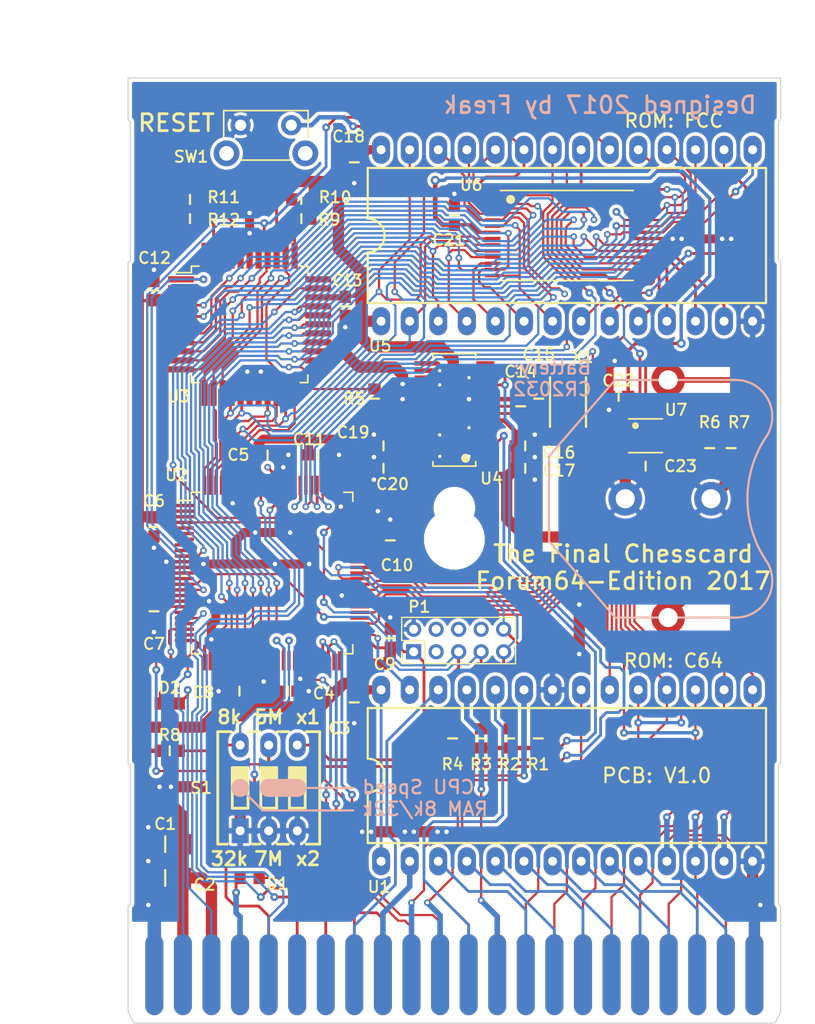
<source format=kicad_pcb>
(kicad_pcb (version 4) (host pcbnew 4.0.5)
  (layers (0 F.Cu signal) (31 B.Cu signal) (34 B.Paste user) (35 F.Paste user) (36 B.SilkS user) (37 F.SilkS user) (38 B.Mask user) (39 F.Mask user) (44 Edge.Cuts user))
  (net 0 "")
  (net 1 GND)
  (net 2 +5V)
  (net 3 ~Reset)
  (net 4 "Net-(D1-Pad2)")
  (net 5 ~RDY_PortB)
  (net 6 /C64/A12)
  (net 7 /C64/A7)
  (net 8 /C64/A6)
  (net 9 /C64/A5)
  (net 10 /C64/A4)
  (net 11 /C64/A3)
  (net 12 /C64/A2)
  (net 13 /C64/A1)
  (net 14 /C64/A0)
  (net 15 /C64/D0)
  (net 16 /C64/D1)
  (net 17 /C64/D2)
  (net 18 /C64/D3)
  (net 19 /C64/D4)
  (net 20 /C64/D5)
  (net 21 /C64/D6)
  (net 22 /C64/D7)
  (net 23 ~ROM1_CE)
  (net 24 /C64/A10)
  (net 25 /C64/A11)
  (net 26 /C64/A9)
  (net 27 /C64/A8)
  (net 28 /C64/A13)
  (net 29 ROM1-Bank)
  (net 30 /6502/intA12)
  (net 31 /6502/intA7)
  (net 32 /6502/intA6)
  (net 33 /6502/intA5)
  (net 34 /6502/intA4)
  (net 35 /6502/intA3)
  (net 36 /6502/intA2)
  (net 37 /6502/intA1)
  (net 38 /6502/intA0)
  (net 39 /6502/intD0)
  (net 40 /6502/intD1)
  (net 41 /6502/intD2)
  (net 42 /6502/intD3)
  (net 43 /6502/intD4)
  (net 44 /6502/intD5)
  (net 45 /6502/intD6)
  (net 46 /6502/intD7)
  (net 47 ~ROM2_CE)
  (net 48 /6502/intA10)
  (net 49 ~MEM_OE)
  (net 50 /6502/intA11)
  (net 51 /6502/intA9)
  (net 52 /6502/intA8)
  (net 53 /6502/intA13)
  (net 54 /6502/intA14)
  (net 55 "Net-(P1-Pad4)")
  (net 56 "Net-(P1-Pad6)")
  (net 57 "Net-(R5-Pad1)")
  (net 58 "Net-(R5-Pad2)")
  (net 59 SW-RAMSIZE)
  (net 60 SW-CLKB)
  (net 61 SW-CLKA)
  (net 62 "Net-(BT1-Pad1)")
  (net 63 ~RAM_CE)
  (net 64 ~MEM_WE)
  (net 65 ~intNMI)
  (net 66 /6502/intA15)
  (net 67 /6502/intR/~W)
  (net 68 /6502/intPHI2O)
  (net 69 "Net-(C14-Pad1)")
  (net 70 "Net-(C15-Pad1)")
  (net 71 "Net-(C21-Pad2)")
  (net 72 "Net-(D2-Pad2)")
  (net 73 "Net-(P1-Pad3)")
  (net 74 "Net-(P1-Pad5)")
  (net 75 "Net-(P1-Pad7)")
  (net 76 "Net-(P1-Pad8)")
  (net 77 "Net-(P1-Pad9)")
  (net 78 "Net-(P1-Pad10)")
  (net 79 ~FCC_Enable)
  (net 80 /C64/~I/O1)
  (net 81 /C64/~I/O2)
  (net 82 /C64/~ROMH)
  (net 83 /C64/~ROML)
  (net 84 /C64/R/~W)
  (net 85 /C64/Phi2)
  (net 86 /C64/DotClk)
  (net 87 "Net-(U3-Pad2)")
  (net 88 "Net-(U3-Pad40)")
  (net 89 "Net-(U3-Pad42)")
  (net 90 "Net-(U3-Pad44)")
  (net 91 "Net-(U4-Pad10)")
  (net 92 "Net-(U4-Pad14)")
  (net 93 "Net-(U4-Pad19)")
  (net 94 "Net-(U4-Pad22)")
  (net 95 "Net-(U4-Pad24)")
  (net 96 "Net-(U4-Pad26)")
  (net 97 "Net-(U4-Pad27)")
  (net 98 "Net-(U4-Pad4)")
  (net 99 "Net-(SW1-Pad2)")
  (net 100 "Net-(R6-Pad2)")
  (net 101 ~RAM_SEL)
  (net 102 "Net-(U7-Pad7)")
  (net 103 "Net-(R9-Pad1)")
  (net 104 "Net-(R10-Pad1)")
  (net 105 "Net-(R11-Pad1)")
  (net 106 "Net-(R12-Pad1)")
  (module TTB_MyLib:TTB_DIL28 (layer F.Cu) (at 150 65)
    (fp_text reference U5 (at -16.6 9.8) (layer F.SilkS) (effects (font (thickness 0.18))))
    (fp_text value 27C256 hide)
    (pad 1 thru_hole oval (at -16.51 7.62) (size 1.6 2.5) (drill 0.8) (layers *.Cu *.Mask) (net 2 +5V))
    (pad 2 thru_hole oval (at -13.97 7.62) (size 1.6 2.5) (drill 0.8) (layers *.Cu *.Mask) (net 30 /6502/intA12))
    (pad 3 thru_hole oval (at -11.43 7.62) (size 1.6 2.5) (drill 0.8) (layers *.Cu *.Mask) (net 31 /6502/intA7))
    (pad 4 thru_hole oval (at -8.89 7.62) (size 1.6 2.5) (drill 0.8) (layers *.Cu *.Mask) (net 32 /6502/intA6))
    (pad 5 thru_hole oval (at -6.35 7.62) (size 1.6 2.5) (drill 0.8) (layers *.Cu *.Mask) (net 33 /6502/intA5))
    (pad 6 thru_hole oval (at -3.81 7.62) (size 1.6 2.5) (drill 0.8) (layers *.Cu *.Mask) (net 34 /6502/intA4))
    (pad 7 thru_hole oval (at -1.27 7.62) (size 1.6 2.5) (drill 0.8) (layers *.Cu *.Mask) (net 35 /6502/intA3))
    (pad 8 thru_hole oval (at 1.27 7.62) (size 1.6 2.5) (drill 0.8) (layers *.Cu *.Mask) (net 36 /6502/intA2))
    (pad 9 thru_hole oval (at 3.81 7.62) (size 1.6 2.5) (drill 0.8) (layers *.Cu *.Mask) (net 37 /6502/intA1))
    (pad 10 thru_hole oval (at 6.35 7.62) (size 1.6 2.5) (drill 0.8) (layers *.Cu *.Mask) (net 38 /6502/intA0))
    (pad 11 thru_hole oval (at 8.89 7.62) (size 1.6 2.5) (drill 0.8) (layers *.Cu *.Mask) (net 39 /6502/intD0))
    (pad 12 thru_hole oval (at 11.43 7.62) (size 1.6 2.5) (drill 0.8) (layers *.Cu *.Mask) (net 40 /6502/intD1))
    (pad 13 thru_hole oval (at 13.97 7.62) (size 1.6 2.5) (drill 0.8) (layers *.Cu *.Mask) (net 41 /6502/intD2))
    (pad 14 thru_hole oval (at 16.51 7.62) (size 1.6 2.5) (drill 0.8) (layers *.Cu *.Mask) (net 1 GND))
    (pad 15 thru_hole oval (at 16.51 -7.62) (size 1.6 2.5) (drill 0.8) (layers *.Cu *.Mask) (net 42 /6502/intD3))
    (pad 16 thru_hole oval (at 13.97 -7.62) (size 1.6 2.5) (drill 0.8) (layers *.Cu *.Mask) (net 43 /6502/intD4))
    (pad 17 thru_hole oval (at 11.43 -7.62) (size 1.6 2.5) (drill 0.8) (layers *.Cu *.Mask) (net 44 /6502/intD5))
    (pad 18 thru_hole oval (at 8.89 -7.62) (size 1.6 2.5) (drill 0.8) (layers *.Cu *.Mask) (net 45 /6502/intD6))
    (pad 19 thru_hole oval (at 6.35 -7.62) (size 1.6 2.5) (drill 0.8) (layers *.Cu *.Mask) (net 46 /6502/intD7))
    (pad 20 thru_hole oval (at 3.81 -7.62) (size 1.6 2.5) (drill 0.8) (layers *.Cu *.Mask) (net 47 ~ROM2_CE))
    (pad 21 thru_hole oval (at 1.27 -7.62) (size 1.6 2.5) (drill 0.8) (layers *.Cu *.Mask) (net 48 /6502/intA10))
    (pad 22 thru_hole oval (at -1.27 -7.62) (size 1.6 2.5) (drill 0.8) (layers *.Cu *.Mask) (net 49 ~MEM_OE))
    (pad 23 thru_hole oval (at -3.81 -7.62) (size 1.6 2.5) (drill 0.8) (layers *.Cu *.Mask) (net 50 /6502/intA11))
    (pad 24 thru_hole oval (at -6.35 -7.62) (size 1.6 2.5) (drill 0.8) (layers *.Cu *.Mask) (net 51 /6502/intA9))
    (pad 25 thru_hole oval (at -8.89 -7.62) (size 1.6 2.5) (drill 0.8) (layers *.Cu *.Mask) (net 52 /6502/intA8))
    (pad 26 thru_hole oval (at -11.43 -7.62) (size 1.6 2.5) (drill 0.8) (layers *.Cu *.Mask) (net 53 /6502/intA13))
    (pad 27 thru_hole oval (at -13.97 -7.62) (size 1.6 2.5) (drill 0.8) (layers *.Cu *.Mask) (net 54 /6502/intA14))
    (pad 28 thru_hole oval (at -16.51 -7.62) (size 1.6 2.5) (drill 0.8) (layers *.Cu *.Mask) (net 2 +5V))
  )
  (module TTB_MyLib:TTB_C0603 (layer F.Cu) (at 123.4 84.5)
    (fp_text reference C5 (at -2.6 0) (layer F.SilkS) (effects (font (thickness 0.18))))
    (fp_text value 100nF hide)
    (pad 1 smd rect (at -0.85 0) (size 1.1 1) (layers F.Cu F.Paste F.Mask) (net 2 +5V))
    (pad 2 smd rect (at 0.85 0) (size 1.1 1) (layers F.Cu F.Paste F.Mask) (net 1 GND))
  )
  (module TTB_MyLib:TTB_C0603 (layer F.Cu) (at 113.3 90.9 270)
    (fp_text reference C6 (at -2.3 0 360) (layer F.SilkS) (effects (font (thickness 0.18))))
    (fp_text value 100nF hide)
    (pad 1 smd rect (at -0.85 0 270) (size 1.1 1) (layers F.Cu F.Paste F.Mask) (net 2 +5V))
    (pad 2 smd rect (at 0.85 0 270) (size 1.1 1) (layers F.Cu F.Paste F.Mask) (net 1 GND))
  )
  (module TTB_MyLib:TTB_C0603 (layer F.Cu) (at 113.3 98.4 270)
    (fp_text reference C7 (at 2.9 0 360) (layer F.SilkS) (effects (font (thickness 0.18))))
    (fp_text value 100nF hide)
    (pad 1 smd rect (at -0.85 0 270) (size 1.1 1) (layers F.Cu F.Paste F.Mask) (net 2 +5V))
    (pad 2 smd rect (at 0.85 0 270) (size 1.1 1) (layers F.Cu F.Paste F.Mask) (net 1 GND))
  )
  (module TTB_MyLib:TTB_C0603 (layer F.Cu) (at 120.9 105.5 180)
    (fp_text reference C8 (at 3.2 -0.1 180) (layer F.SilkS) (effects (font (thickness 0.18))))
    (fp_text value 100nF hide)
    (pad 1 smd rect (at -0.85 0 180) (size 1.1 1) (layers F.Cu F.Paste F.Mask) (net 2 +5V))
    (pad 2 smd rect (at 0.85 0 180) (size 1.1 1) (layers F.Cu F.Paste F.Mask) (net 1 GND))
  )
  (module TTB_MyLib:TTB_C0603 (layer F.Cu) (at 134.3 100.8 90)
    (fp_text reference C9 (at -2.3 -0.5 180) (layer F.SilkS) (effects (font (thickness 0.18))))
    (fp_text value 100nF hide)
    (pad 1 smd rect (at -0.85 0 90) (size 1.1 1) (layers F.Cu F.Paste F.Mask) (net 2 +5V))
    (pad 2 smd rect (at 0.85 0 90) (size 1.1 1) (layers F.Cu F.Paste F.Mask) (net 1 GND))
  )
  (module TTB_MyLib:TTB_C0603 (layer F.Cu) (at 134.3 92.1 90)
    (fp_text reference C10 (at -2.2 0.6 180) (layer F.SilkS) (effects (font (thickness 0.18))))
    (fp_text value 100nF hide)
    (pad 1 smd rect (at -0.85 0 90) (size 1.1 1) (layers F.Cu F.Paste F.Mask) (net 2 +5V))
    (pad 2 smd rect (at 0.85 0 90) (size 1.1 1) (layers F.Cu F.Paste F.Mask) (net 1 GND))
  )
  (module TTB_MyLib:TTB_C0603 (layer F.Cu) (at 127.9 84.5)
    (fp_text reference C11 (at -0.8 -1.4) (layer F.SilkS) (effects (font (thickness 0.18))))
    (fp_text value 100nF hide)
    (pad 1 smd rect (at -0.85 0) (size 1.1 1) (layers F.Cu F.Paste F.Mask) (net 2 +5V))
    (pad 2 smd rect (at 0.85 0) (size 1.1 1) (layers F.Cu F.Paste F.Mask) (net 1 GND))
  )
  (module TTB_MyLib:TTB_C0603 (layer F.Cu) (at 113.3 69.9 270)
    (fp_text reference C12 (at -2.9 -0.05 360) (layer F.SilkS) (effects (font (thickness 0.18))))
    (fp_text value 100nF hide)
    (pad 1 smd rect (at -0.85 0 270) (size 1.1 1) (layers F.Cu F.Paste F.Mask) (net 1 GND))
    (pad 2 smd rect (at 0.85 0 270) (size 1.1 1) (layers F.Cu F.Paste F.Mask) (net 2 +5V))
  )
  (module TTB_MyLib:TTB_D0603 (layer F.Cu) (at 121.8 122.1 180)
    (fp_text reference D1 (at -2.5 -0.5 180) (layer F.SilkS) (effects (font (thickness 0.18))))
    (fp_text value 1N4148 hide)
    (pad 1 smd rect (at -0.85 0 180) (size 1 1.1) (layers F.Cu F.Paste F.Mask) (net 5 ~RDY_PortB))
    (pad 2 smd rect (at 0.85 0 180) (size 1 1.1) (layers F.Cu F.Paste F.Mask) (net 4 "Net-(D1-Pad2)"))
  )
  (module TTB_MyLib:TTB_R0603 (layer F.Cu) (at 147.46 109.7 270)
    (fp_text reference R1 (at 2.3 0 360) (layer F.SilkS) (effects (font (thickness 0.18))))
    (fp_text value 100k hide)
    (pad 1 smd rect (at -0.85 0 270) (size 1 1.1) (layers F.Cu F.Paste F.Mask) (net 78 "Net-(P1-Pad10)"))
    (pad 2 smd rect (at 0.85 0 270) (size 1 1.1) (layers F.Cu F.Paste F.Mask) (net 2 +5V))
  )
  (module TTB_MyLib:TTB_R0603 (layer F.Cu) (at 144.92 109.7 270)
    (fp_text reference R2 (at 2.3 0 360) (layer F.SilkS) (effects (font (thickness 0.18))))
    (fp_text value 100k hide)
    (pad 1 smd rect (at -0.85 0 270) (size 1 1.1) (layers F.Cu F.Paste F.Mask) (net 77 "Net-(P1-Pad9)"))
    (pad 2 smd rect (at 0.85 0 270) (size 1 1.1) (layers F.Cu F.Paste F.Mask) (net 2 +5V))
  )
  (module TTB_MyLib:TTB_R0603 (layer F.Cu) (at 142.38 109.7 270)
    (fp_text reference R3 (at 2.3 0 360) (layer F.SilkS) (effects (font (thickness 0.18))))
    (fp_text value 100k hide)
    (pad 1 smd rect (at -0.85 0 270) (size 1 1.1) (layers F.Cu F.Paste F.Mask) (net 75 "Net-(P1-Pad7)"))
    (pad 2 smd rect (at 0.85 0 270) (size 1 1.1) (layers F.Cu F.Paste F.Mask) (net 2 +5V))
  )
  (module TTB_MyLib:TTB_R0603 (layer F.Cu) (at 139.84 109.7 270)
    (fp_text reference R4 (at 2.3 0 360) (layer F.SilkS) (effects (font (thickness 0.18))))
    (fp_text value 100k hide)
    (pad 1 smd rect (at -0.85 0 270) (size 1 1.1) (layers F.Cu F.Paste F.Mask) (net 74 "Net-(P1-Pad5)"))
    (pad 2 smd rect (at 0.85 0 270) (size 1 1.1) (layers F.Cu F.Paste F.Mask) (net 2 +5V))
  )
  (module TTB_MyLib:TTB_R0603 (layer F.Cu) (at 132.9 79.5 270)
    (fp_text reference R5 (at 0 1.8 360) (layer F.SilkS) (effects (font (thickness 0.18))))
    (fp_text value 33R hide)
    (pad 1 smd rect (at -0.85 0 270) (size 1 1.1) (layers F.Cu F.Paste F.Mask) (net 57 "Net-(R5-Pad1)"))
    (pad 2 smd rect (at 0.85 0 270) (size 1 1.1) (layers F.Cu F.Paste F.Mask) (net 58 "Net-(R5-Pad2)"))
  )
  (module TTB_MyLib:TTB_7A (layer F.Cu) (at 150.1 79.8 270)
    (fp_text reference X1 (at -4 -1.3 360) (layer F.SilkS) (effects (font (thickness 0.18))))
    (fp_text value 12MHz hide)
    (pad 2 smd rect (at 2.1 0 270) (size 2 2.4) (layers F.Cu F.Paste F.Mask) (net 69 "Net-(C14-Pad1)"))
    (pad 1 smd rect (at -2.1 0 270) (size 2 2.4) (layers F.Cu F.Paste F.Mask) (net 70 "Net-(C15-Pad1)"))
  )
  (module TTB_MyLib:TTB_C1206 (layer F.Cu) (at 114.3 119.1)
    (fp_text reference C1 (at 0 -1.8) (layer F.SilkS) (effects (font (thickness 0.18))))
    (fp_text value 10µ hide)
    (pad 1 smd rect (at -1.5 0) (size 1.6 1.8) (layers F.Cu F.Paste F.Mask) (net 1 GND))
    (pad 2 smd rect (at 1.5 0) (size 1.6 1.8) (layers F.Cu F.Paste F.Mask) (net 2 +5V))
  )
  (module TTB_MyLib:TTB_C1206 (layer F.Cu) (at 114.3 122.1 180)
    (fp_text reference C2 (at -3.5 -0.6 180) (layer F.SilkS) (effects (font (thickness 0.18))))
    (fp_text value 10µ hide)
    (pad 1 smd rect (at -1.5 0 180) (size 1.6 1.8) (layers F.Cu F.Paste F.Mask) (net 2 +5V))
    (pad 2 smd rect (at 1.5 0 180) (size 1.6 1.8) (layers F.Cu F.Paste F.Mask) (net 1 GND))
  )
  (module TTB_MyLib:TTB_C0603 (layer F.Cu) (at 131.1 106.5 90)
    (fp_text reference C3 (at -2.3 -1.3 180) (layer F.SilkS) (effects (font (thickness 0.18))))
    (fp_text value 100nF hide)
    (pad 1 smd rect (at -0.85 0 90) (size 1.1 1) (layers F.Cu F.Paste F.Mask) (net 1 GND))
    (pad 2 smd rect (at 0.85 0 90) (size 1.1 1) (layers F.Cu F.Paste F.Mask) (net 2 +5V))
  )
  (module TTB_MyLib:TTB_C0603 (layer F.Cu) (at 125.2 105.5)
    (fp_text reference C4 (at 3.2 0.2) (layer F.SilkS) (effects (font (thickness 0.18))))
    (fp_text value 100nF hide)
    (pad 1 smd rect (at -0.85 0) (size 1.1 1) (layers F.Cu F.Paste F.Mask) (net 2 +5V))
    (pad 2 smd rect (at 0.85 0) (size 1.1 1) (layers F.Cu F.Paste F.Mask) (net 1 GND))
  )
  (module TTB_MyLib:TTB_C0603 (layer F.Cu) (at 130.3 71.3 270)
    (fp_text reference C13 (at -2.3 -0.2 360) (layer F.SilkS) (effects (font (size 1 0.9) (thickness 0.18))))
    (fp_text value 100nF hide)
    (pad 1 smd rect (at -0.85 0 270) (size 1.1 1) (layers F.Cu F.Paste F.Mask) (net 2 +5V))
    (pad 2 smd rect (at 0.85 0 270) (size 1.1 1) (layers F.Cu F.Paste F.Mask) (net 1 GND))
  )
  (module TTB_MyLib:TTB_C0603wide (layer F.Cu) (at 145.9 80.1825 90)
    (fp_text reference C14 (at 3.0825 0 180) (layer F.SilkS) (effects (font (thickness 0.18))))
    (fp_text value 18pF hide)
    (pad 1 smd rect (at -0.9 0 90) (size 1 1) (layers F.Cu F.Paste F.Mask) (net 69 "Net-(C14-Pad1)"))
    (pad 2 smd rect (at 0.9 0 90) (size 1 1) (layers F.Cu F.Paste F.Mask) (net 1 GND))
  )
  (module TTB_MyLib:TTB_C0603wide (layer F.Cu) (at 147.5 79.5 90)
    (fp_text reference C15 (at 3.9 0 180) (layer F.SilkS) (effects (font (thickness 0.18))))
    (fp_text value 18pF hide)
    (pad 1 smd rect (at -0.9 0 90) (size 1 1) (layers F.Cu F.Paste F.Mask) (net 70 "Net-(C15-Pad1)"))
    (pad 2 smd rect (at 0.9 0 90) (size 1 1) (layers F.Cu F.Paste F.Mask) (net 1 GND))
  )
  (module TTB_MyLib:TTB_C0603 (layer F.Cu) (at 146.3 83.7)
    (fp_text reference C16 (at 3 0.6) (layer F.SilkS) (effects (font (thickness 0.18))))
    (fp_text value 10nF hide)
    (pad 1 smd rect (at -0.85 0) (size 1.1 1) (layers F.Cu F.Paste F.Mask) (net 2 +5V))
    (pad 2 smd rect (at 0.85 0) (size 1.1 1) (layers F.Cu F.Paste F.Mask) (net 1 GND))
  )
  (module TTB_MyLib:TTB_C0603 (layer F.Cu) (at 146.3 85.7)
    (fp_text reference C17 (at 3 0.2) (layer F.SilkS) (effects (font (thickness 0.18))))
    (fp_text value 100nF hide)
    (pad 1 smd rect (at -0.85 0) (size 1.1 1) (layers F.Cu F.Paste F.Mask) (net 2 +5V))
    (pad 2 smd rect (at 0.85 0) (size 1.1 1) (layers F.Cu F.Paste F.Mask) (net 1 GND))
  )
  (module TTB_MyLib:TTB_C0603 (layer F.Cu) (at 131.1 58.5 90)
    (fp_text reference C18 (at 2.3 -0.5 180) (layer F.SilkS) (effects (font (thickness 0.18))))
    (fp_text value 100nF hide)
    (pad 1 smd rect (at -0.85 0 90) (size 1.1 1) (layers F.Cu F.Paste F.Mask) (net 1 GND))
    (pad 2 smd rect (at 0.85 0 90) (size 1.1 1) (layers F.Cu F.Paste F.Mask) (net 2 +5V))
  )
  (module TTB_MyLib:TTB_C0603 (layer F.Cu) (at 133.7 83.7 180)
    (fp_text reference C19 (at 2.7 1.2 180) (layer F.SilkS) (effects (font (thickness 0.18))))
    (fp_text value 10nF hide)
    (pad 1 smd rect (at -0.85 0 180) (size 1.1 1) (layers F.Cu F.Paste F.Mask) (net 2 +5V))
    (pad 2 smd rect (at 0.85 0 180) (size 1.1 1) (layers F.Cu F.Paste F.Mask) (net 1 GND))
  )
  (module TTB_MyLib:TTB_C0603 (layer F.Cu) (at 133.7 85.7 180)
    (fp_text reference C20 (at -0.8 -1.4 180) (layer F.SilkS) (effects (font (thickness 0.18))))
    (fp_text value 100nF hide)
    (pad 1 smd rect (at -0.85 0 180) (size 1.1 1) (layers F.Cu F.Paste F.Mask) (net 2 +5V))
    (pad 2 smd rect (at 0.85 0 180) (size 1.1 1) (layers F.Cu F.Paste F.Mask) (net 1 GND))
  )
  (module TTB_MyLib:TTB_C0603 (layer F.Cu) (at 140 63.2 270)
    (fp_text reference C21 (at 2.2 0.5 360) (layer F.SilkS) (effects (font (thickness 0.18))))
    (fp_text value 100nF hide)
    (pad 1 smd rect (at -0.85 0 270) (size 1.1 1) (layers F.Cu F.Paste F.Mask) (net 1 GND))
    (pad 2 smd rect (at 0.85 0 270) (size 1.1 1) (layers F.Cu F.Paste F.Mask) (net 71 "Net-(C21-Pad2)"))
  )
  (module TTB_MyLib:TTB_C0603 (layer F.Cu) (at 154.6 79.3 180)
    (fp_text reference C22 (at 0 1.4 180) (layer F.SilkS) (effects (font (thickness 0.18))))
    (fp_text value 100nF hide)
    (pad 1 smd rect (at -0.85 0 180) (size 1.1 1) (layers F.Cu F.Paste F.Mask) (net 71 "Net-(C21-Pad2)"))
    (pad 2 smd rect (at 0.85 0 180) (size 1.1 1) (layers F.Cu F.Paste F.Mask) (net 1 GND))
  )
  (module TTB_MyLib:TTB_C0603 (layer F.Cu) (at 157 85.5 180)
    (fp_text reference C23 (at -3.1 0 180) (layer F.SilkS) (effects (font (thickness 0.18))))
    (fp_text value 100nF hide)
    (pad 1 smd rect (at -0.85 0 180) (size 1.1 1) (layers F.Cu F.Paste F.Mask) (net 2 +5V))
    (pad 2 smd rect (at 0.85 0 180) (size 1.1 1) (layers F.Cu F.Paste F.Mask) (net 1 GND))
  )
  (module TTB_MyLib:TTB_D0603 (layer F.Cu) (at 114.7 106.6)
    (fp_text reference D2 (at 0 -1.4) (layer F.SilkS) (effects (font (thickness 0.18))))
    (fp_text value 1N4148 hide)
    (pad 1 smd rect (at -0.85 0) (size 1 1.1) (layers F.Cu F.Paste F.Mask) (net 3 ~Reset))
    (pad 2 smd rect (at 0.85 0) (size 1 1.1) (layers F.Cu F.Paste F.Mask) (net 72 "Net-(D2-Pad2)"))
  )
  (module Pin_Headers:Pin_Header_Straight_2x05_Pitch2.00mm (layer F.Cu) (at 136.38 102 90)
    (fp_text reference P1 (at 4 0.5 180) (layer F.SilkS) (effects (font (thickness 0.18))))
    (fp_text value JTAG)
    (pad 1 thru_hole rect (at 0 0 90) (size 1.35 1.35) (drill 0.8) (layers *.Cu *.Mask) (net 2 +5V))
    (pad 2 thru_hole oval (at 2 0 90) (size 1.35 1.35) (drill 0.8) (layers *.Cu *.Mask) (net 1 GND))
    (pad 3 thru_hole oval (at 0 2 90) (size 1.35 1.35) (drill 0.8) (layers *.Cu *.Mask) (net 73 "Net-(P1-Pad3)"))
    (pad 4 thru_hole oval (at 2 2 90) (size 1.35 1.35) (drill 0.8) (layers *.Cu *.Mask) (net 55 "Net-(P1-Pad4)"))
    (pad 5 thru_hole oval (at 0 4 90) (size 1.35 1.35) (drill 0.8) (layers *.Cu *.Mask) (net 74 "Net-(P1-Pad5)"))
    (pad 6 thru_hole oval (at 2 4 90) (size 1.35 1.35) (drill 0.8) (layers *.Cu *.Mask) (net 56 "Net-(P1-Pad6)"))
    (pad 7 thru_hole oval (at 0 6 90) (size 1.35 1.35) (drill 0.8) (layers *.Cu *.Mask) (net 75 "Net-(P1-Pad7)"))
    (pad 8 thru_hole oval (at 2 6 90) (size 1.35 1.35) (drill 0.8) (layers *.Cu *.Mask) (net 76 "Net-(P1-Pad8)"))
    (pad 9 thru_hole oval (at 0 8 90) (size 1.35 1.35) (drill 0.8) (layers *.Cu *.Mask) (net 77 "Net-(P1-Pad9)"))
    (pad 10 thru_hole oval (at 2 8 90) (size 1.35 1.35) (drill 0.8) (layers *.Cu *.Mask) (net 78 "Net-(P1-Pad10)"))
  )
  (module TTB_MyLib:TTB_DIL28 (layer F.Cu) (at 150 113)
    (fp_text reference U1 (at -16.7 9.9) (layer F.SilkS) (effects (font (thickness 0.18))))
    (fp_text value 27C256 hide)
    (pad 1 thru_hole oval (at -16.51 7.62) (size 1.6 2.5) (drill 0.8) (layers *.Cu *.Mask) (net 2 +5V))
    (pad 2 thru_hole oval (at -13.97 7.62) (size 1.6 2.5) (drill 0.8) (layers *.Cu *.Mask) (net 6 /C64/A12))
    (pad 3 thru_hole oval (at -11.43 7.62) (size 1.6 2.5) (drill 0.8) (layers *.Cu *.Mask) (net 7 /C64/A7))
    (pad 4 thru_hole oval (at -8.89 7.62) (size 1.6 2.5) (drill 0.8) (layers *.Cu *.Mask) (net 8 /C64/A6))
    (pad 5 thru_hole oval (at -6.35 7.62) (size 1.6 2.5) (drill 0.8) (layers *.Cu *.Mask) (net 9 /C64/A5))
    (pad 6 thru_hole oval (at -3.81 7.62) (size 1.6 2.5) (drill 0.8) (layers *.Cu *.Mask) (net 10 /C64/A4))
    (pad 7 thru_hole oval (at -1.27 7.62) (size 1.6 2.5) (drill 0.8) (layers *.Cu *.Mask) (net 11 /C64/A3))
    (pad 8 thru_hole oval (at 1.27 7.62) (size 1.6 2.5) (drill 0.8) (layers *.Cu *.Mask) (net 12 /C64/A2))
    (pad 9 thru_hole oval (at 3.81 7.62) (size 1.6 2.5) (drill 0.8) (layers *.Cu *.Mask) (net 13 /C64/A1))
    (pad 10 thru_hole oval (at 6.35 7.62) (size 1.6 2.5) (drill 0.8) (layers *.Cu *.Mask) (net 14 /C64/A0))
    (pad 11 thru_hole oval (at 8.89 7.62) (size 1.6 2.5) (drill 0.8) (layers *.Cu *.Mask) (net 15 /C64/D0))
    (pad 12 thru_hole oval (at 11.43 7.62) (size 1.6 2.5) (drill 0.8) (layers *.Cu *.Mask) (net 16 /C64/D1))
    (pad 13 thru_hole oval (at 13.97 7.62) (size 1.6 2.5) (drill 0.8) (layers *.Cu *.Mask) (net 17 /C64/D2))
    (pad 14 thru_hole oval (at 16.51 7.62) (size 1.6 2.5) (drill 0.8) (layers *.Cu *.Mask) (net 1 GND))
    (pad 15 thru_hole oval (at 16.51 -7.62) (size 1.6 2.5) (drill 0.8) (layers *.Cu *.Mask) (net 18 /C64/D3))
    (pad 16 thru_hole oval (at 13.97 -7.62) (size 1.6 2.5) (drill 0.8) (layers *.Cu *.Mask) (net 19 /C64/D4))
    (pad 17 thru_hole oval (at 11.43 -7.62) (size 1.6 2.5) (drill 0.8) (layers *.Cu *.Mask) (net 20 /C64/D5))
    (pad 18 thru_hole oval (at 8.89 -7.62) (size 1.6 2.5) (drill 0.8) (layers *.Cu *.Mask) (net 21 /C64/D6))
    (pad 19 thru_hole oval (at 6.35 -7.62) (size 1.6 2.5) (drill 0.8) (layers *.Cu *.Mask) (net 22 /C64/D7))
    (pad 20 thru_hole oval (at 3.81 -7.62) (size 1.6 2.5) (drill 0.8) (layers *.Cu *.Mask) (net 23 ~ROM1_CE))
    (pad 21 thru_hole oval (at 1.27 -7.62) (size 1.6 2.5) (drill 0.8) (layers *.Cu *.Mask) (net 24 /C64/A10))
    (pad 22 thru_hole oval (at -1.27 -7.62) (size 1.6 2.5) (drill 0.8) (layers *.Cu *.Mask) (net 1 GND))
    (pad 23 thru_hole oval (at -3.81 -7.62) (size 1.6 2.5) (drill 0.8) (layers *.Cu *.Mask) (net 25 /C64/A11))
    (pad 24 thru_hole oval (at -6.35 -7.62) (size 1.6 2.5) (drill 0.8) (layers *.Cu *.Mask) (net 26 /C64/A9))
    (pad 25 thru_hole oval (at -8.89 -7.62) (size 1.6 2.5) (drill 0.8) (layers *.Cu *.Mask) (net 27 /C64/A8))
    (pad 26 thru_hole oval (at -11.43 -7.62) (size 1.6 2.5) (drill 0.8) (layers *.Cu *.Mask) (net 28 /C64/A13))
    (pad 27 thru_hole oval (at -13.97 -7.62) (size 1.6 2.5) (drill 0.8) (layers *.Cu *.Mask) (net 29 ROM1-Bank))
    (pad 28 thru_hole oval (at -16.51 -7.62) (size 1.6 2.5) (drill 0.8) (layers *.Cu *.Mask) (net 2 +5V))
  )
  (module TTB_MyLib:TTB_TSSOP28 (layer F.Cu) (at 140 80.5 90)
    (fp_text reference U4 (at -6.1 3.3 180) (layer F.SilkS) (effects (font (thickness 0.18))))
    (fp_text value ICS525-01 hide)
    (pad 8 smd rect (at 0.3175 2.75 90) (size 0.4 1.6) (layers F.Cu F.Paste F.Mask) (net 70 "Net-(C15-Pad1)"))
    (pad 9 smd rect (at 0.9525 2.75 90) (size 0.4 1.6) (layers F.Cu F.Paste F.Mask) (net 1 GND))
    (pad 10 smd rect (at 1.5875 2.75 90) (size 0.4 1.6) (layers F.Cu F.Paste F.Mask) (net 91 "Net-(U4-Pad10)"))
    (pad 11 smd rect (at 2.2225 2.75 90) (size 0.4 1.6) (layers F.Cu F.Paste F.Mask) (net 61 SW-CLKA))
    (pad 12 smd rect (at 2.8575 2.75 90) (size 0.4 1.6) (layers F.Cu F.Paste F.Mask) (net 1 GND))
    (pad 13 smd rect (at 3.4925 2.75 90) (size 0.4 1.6) (layers F.Cu F.Paste F.Mask) (net 61 SW-CLKA))
    (pad 14 smd rect (at 4.1275 2.75 90) (size 0.4 1.6) (layers F.Cu F.Paste F.Mask) (net 92 "Net-(U4-Pad14)"))
    (pad 15 smd rect (at 4.1275 -2.75 90) (size 0.4 1.6) (layers F.Cu F.Paste F.Mask) (net 1 GND))
    (pad 16 smd rect (at 3.4925 -2.75 90) (size 0.4 1.6) (layers F.Cu F.Paste F.Mask) (net 1 GND))
    (pad 17 smd rect (at 2.8575 -2.75 90) (size 0.4 1.6) (layers F.Cu F.Paste F.Mask) (net 1 GND))
    (pad 18 smd rect (at 2.2225 -2.75 90) (size 0.4 1.6) (layers F.Cu F.Paste F.Mask) (net 1 GND))
    (pad 19 smd rect (at 1.5875 -2.75 90) (size 0.4 1.6) (layers F.Cu F.Paste F.Mask) (net 93 "Net-(U4-Pad19)"))
    (pad 20 smd rect (at 0.9525 -2.75 90) (size 0.4 1.6) (layers F.Cu F.Paste F.Mask) (net 1 GND))
    (pad 21 smd rect (at 0.3175 -2.75 90) (size 0.4 1.6) (layers F.Cu F.Paste F.Mask) (net 58 "Net-(R5-Pad2)"))
    (pad 22 smd rect (at -0.3175 -2.75 90) (size 0.4 1.6) (layers F.Cu F.Paste F.Mask) (net 94 "Net-(U4-Pad22)"))
    (pad 23 smd rect (at -0.9525 -2.75 90) (size 0.4 1.6) (layers F.Cu F.Paste F.Mask) (net 2 +5V))
    (pad 24 smd rect (at -1.5875 -2.75 90) (size 0.4 1.6) (layers F.Cu F.Paste F.Mask) (net 95 "Net-(U4-Pad24)"))
    (pad 25 smd rect (at -2.2225 -2.75 90) (size 0.4 1.6) (layers F.Cu F.Paste F.Mask) (net 1 GND))
    (pad 26 smd rect (at -2.8575 -2.75 90) (size 0.4 1.6) (layers F.Cu F.Paste F.Mask) (net 96 "Net-(U4-Pad26)"))
    (pad 27 smd rect (at -3.4925 -2.75 90) (size 0.4 1.6) (layers F.Cu F.Paste F.Mask) (net 97 "Net-(U4-Pad27)"))
    (pad 28 smd rect (at -4.1275 -2.75 90) (size 0.4 1.6) (layers F.Cu F.Paste F.Mask) (net 1 GND))
    (pad 1 smd rect (at -4.1275 2.75 90) (size 0.4 1.6) (layers F.Cu F.Paste F.Mask) (net 1 GND))
    (pad 2 smd rect (at -3.4925 2.75 90) (size 0.4 1.6) (layers F.Cu F.Paste F.Mask) (net 1 GND))
    (pad 3 smd rect (at -2.8575 2.75 90) (size 0.4 1.6) (layers F.Cu F.Paste F.Mask) (net 60 SW-CLKB))
    (pad 4 smd rect (at -2.2225 2.75 90) (size 0.4 1.6) (layers F.Cu F.Paste F.Mask) (net 98 "Net-(U4-Pad4)"))
    (pad 5 smd rect (at -1.5875 2.75 90) (size 0.4 1.6) (layers F.Cu F.Paste F.Mask) (net 1 GND))
    (pad 6 smd rect (at -0.9525 2.75 90) (size 0.4 1.6) (layers F.Cu F.Paste F.Mask) (net 2 +5V))
    (pad 7 smd rect (at -0.3175 2.75 90) (size 0.4 1.6) (layers F.Cu F.Paste F.Mask) (net 69 "Net-(C14-Pad1)"))
  )
  (module TTB_MyLib:TTB_TSOP1_28 (layer F.Cu) (at 150 65 270)
    (fp_text reference U6 (at -4.5 8.5 360) (layer F.SilkS) (effects (font (thickness 0.18))))
    (fp_text value 62256 hide)
    (pad 1 smd rect (at -3.575 6.6 270) (size 0.3 1.4) (layers F.Cu F.Paste F.Mask) (net 49 ~MEM_OE))
    (pad 2 smd rect (at -3.025 6.6 270) (size 0.3 1.4) (layers F.Cu F.Paste F.Mask) (net 50 /6502/intA11))
    (pad 3 smd rect (at -2.475 6.6 270) (size 0.3 1.4) (layers F.Cu F.Paste F.Mask) (net 51 /6502/intA9))
    (pad 4 smd rect (at -1.925 6.6 270) (size 0.3 1.4) (layers F.Cu F.Paste F.Mask) (net 52 /6502/intA8))
    (pad 5 smd rect (at -1.375 6.6 270) (size 0.3 1.4) (layers F.Cu F.Paste F.Mask) (net 53 /6502/intA13))
    (pad 6 smd rect (at -0.825 6.6 270) (size 0.3 1.4) (layers F.Cu F.Paste F.Mask) (net 64 ~MEM_WE))
    (pad 7 smd rect (at -0.275 6.6 270) (size 0.3 1.4) (layers F.Cu F.Paste F.Mask) (net 71 "Net-(C21-Pad2)"))
    (pad 8 smd rect (at 0.275 6.6 270) (size 0.3 1.4) (layers F.Cu F.Paste F.Mask) (net 54 /6502/intA14))
    (pad 9 smd rect (at 0.825 6.6 270) (size 0.3 1.4) (layers F.Cu F.Paste F.Mask) (net 30 /6502/intA12))
    (pad 10 smd rect (at 1.375 6.6 270) (size 0.3 1.4) (layers F.Cu F.Paste F.Mask) (net 31 /6502/intA7))
    (pad 11 smd rect (at 1.925 6.6 270) (size 0.3 1.4) (layers F.Cu F.Paste F.Mask) (net 32 /6502/intA6))
    (pad 12 smd rect (at 2.475 6.6 270) (size 0.3 1.4) (layers F.Cu F.Paste F.Mask) (net 33 /6502/intA5))
    (pad 13 smd rect (at 3.025 6.6 270) (size 0.3 1.4) (layers F.Cu F.Paste F.Mask) (net 34 /6502/intA4))
    (pad 14 smd rect (at 3.575 6.6 270) (size 0.3 1.4) (layers F.Cu F.Paste F.Mask) (net 35 /6502/intA3))
    (pad 15 smd rect (at 3.575 -6.6 270) (size 0.3 1.4) (layers F.Cu F.Paste F.Mask) (net 36 /6502/intA2))
    (pad 16 smd rect (at 3.025 -6.6 270) (size 0.3 1.4) (layers F.Cu F.Paste F.Mask) (net 37 /6502/intA1))
    (pad 17 smd rect (at 2.475 -6.6 270) (size 0.3 1.4) (layers F.Cu F.Paste F.Mask) (net 38 /6502/intA0))
    (pad 18 smd rect (at 1.925 -6.6 270) (size 0.3 1.4) (layers F.Cu F.Paste F.Mask) (net 39 /6502/intD0))
    (pad 19 smd rect (at 1.375 -6.6 270) (size 0.3 1.4) (layers F.Cu F.Paste F.Mask) (net 40 /6502/intD1))
    (pad 20 smd rect (at 0.825 -6.6 270) (size 0.3 1.4) (layers F.Cu F.Paste F.Mask) (net 41 /6502/intD2))
    (pad 21 smd rect (at 0.275 -6.6 270) (size 0.3 1.4) (layers F.Cu F.Paste F.Mask) (net 1 GND))
    (pad 22 smd rect (at -0.275 -6.6 270) (size 0.3 1.4) (layers F.Cu F.Paste F.Mask) (net 42 /6502/intD3))
    (pad 23 smd rect (at -0.825 -6.6 270) (size 0.3 1.4) (layers F.Cu F.Paste F.Mask) (net 43 /6502/intD4))
    (pad 24 smd rect (at -1.375 -6.6 270) (size 0.3 1.4) (layers F.Cu F.Paste F.Mask) (net 44 /6502/intD5))
    (pad 25 smd rect (at -1.925 -6.6 270) (size 0.3 1.4) (layers F.Cu F.Paste F.Mask) (net 45 /6502/intD6))
    (pad 26 smd rect (at -2.475 -6.6 270) (size 0.3 1.4) (layers F.Cu F.Paste F.Mask) (net 46 /6502/intD7))
    (pad 27 smd rect (at -3.025 -6.6 270) (size 0.3 1.4) (layers F.Cu F.Paste F.Mask) (net 63 ~RAM_CE))
    (pad 28 smd rect (at -3.575 -6.6 270) (size 0.3 1.4) (layers F.Cu F.Paste F.Mask) (net 48 /6502/intA10))
  )
  (module TTB_MyLib:TTB_Pushbutton_3305 (layer F.Cu) (at 121 55.2)
    (fp_text reference SW1 (at -4.4 2.8) (layer F.SilkS) (effects (font (thickness 0.18))))
    (fp_text value Reset)
    (pad "" thru_hole circle (at 5.75 2.5) (size 2.3 2.3) (drill 1.3) (layers *.Cu *.Mask))
    (pad 2 thru_hole circle (at 4.5 0) (size 1.8 1.8) (drill 1) (layers *.Cu *.Mask) (net 99 "Net-(SW1-Pad2)"))
    (pad 1 thru_hole circle (at 0 0) (size 1.8 1.8) (drill 1) (layers *.Cu *.Mask) (net 1 GND))
    (pad "" thru_hole circle (at -1.25 2.5) (size 2.3 2.3) (drill 1.3) (layers *.Cu *.Mask))
  )
  (module TTB_MyLib:TTB_Batteriehalter (layer B.Cu) (at 159 88.4 90)
    (fp_text reference BT1 hide)
    (fp_text value 3V)
    (pad 2 thru_hole circle (at 0 3.81) (size 3 3) (drill 1.7) (layers *.Cu *.Mask) (net 1 GND))
    (pad 1 np_thru_hole circle (at 10.56 0 90) (size 3 3) (drill 1.7) (layers F.Cu F.Mask) (net 62 "Net-(BT1-Pad1)"))
    (pad 1 np_thru_hole circle (at -10.56 0 90) (size 3 3) (drill 1.7) (layers F.Cu F.Mask) (net 62 "Net-(BT1-Pad1)"))
    (pad 2 thru_hole circle (at 0 -3.81) (size 3 3) (drill 1.7) (layers *.Cu *.Mask) (net 1 GND))
  )
  (module TTB_MyLib:TTB_R0603 (layer F.Cu) (at 162.7 83.9 90)
    (fp_text reference R6 (at 2.3 0 180) (layer F.SilkS) (effects (font (thickness 0.18))))
    (fp_text value 3k4 hide)
    (pad 1 smd rect (at -0.85 0 90) (size 1 1.1) (layers F.Cu F.Paste F.Mask) (net 2 +5V))
    (pad 2 smd rect (at 0.85 0 90) (size 1 1.1) (layers F.Cu F.Paste F.Mask) (net 100 "Net-(R6-Pad2)"))
  )
  (module TTB_MyLib:TTB_R0603 (layer F.Cu) (at 164.6 83.9 270)
    (fp_text reference R7 (at -2.3 -0.7 360) (layer F.SilkS) (effects (font (thickness 0.18))))
    (fp_text value 1k15 hide)
    (pad 1 smd rect (at -0.85 0 270) (size 1 1.1) (layers F.Cu F.Paste F.Mask) (net 100 "Net-(R6-Pad2)"))
    (pad 2 smd rect (at 0.85 0 270) (size 1 1.1) (layers F.Cu F.Paste F.Mask) (net 1 GND))
  )
  (module TTB_MyLib:TTB_MSOP10 (layer F.Cu) (at 157 82.8 270)
    (fp_text reference U7 (at -2.3 -2.7 360) (layer F.SilkS) (effects (font (thickness 0.18))))
    (fp_text value TPS3613-01 hide)
    (pad 1 smd rect (at -1 2.35 270) (size 0.29 1.5) (layers F.Cu F.Paste F.Mask) (net 71 "Net-(C21-Pad2)"))
    (pad 2 smd rect (at -0.5 2.35 270) (size 0.29 1.5) (layers F.Cu F.Paste F.Mask) (net 2 +5V))
    (pad 3 smd rect (at 0 2.35 270) (size 0.29 1.5) (layers F.Cu F.Paste F.Mask) (net 1 GND))
    (pad 4 smd rect (at 0.5 2.35 270) (size 0.29 1.5) (layers F.Cu F.Paste F.Mask) (net 99 "Net-(SW1-Pad2)"))
    (pad 5 smd rect (at 1 2.35 270) (size 0.29 1.5) (layers F.Cu F.Paste F.Mask) (net 101 ~RAM_SEL))
    (pad 6 smd rect (at 1 -2.35 270) (size 0.29 1.5) (layers F.Cu F.Paste F.Mask) (net 63 ~RAM_CE))
    (pad 7 smd rect (at 0.5 -2.35 270) (size 0.29 1.5) (layers F.Cu F.Paste F.Mask) (net 102 "Net-(U7-Pad7)"))
    (pad 8 smd rect (at 0 -2.35 270) (size 0.29 1.5) (layers F.Cu F.Paste F.Mask) (net 100 "Net-(R6-Pad2)"))
    (pad 9 smd rect (at -0.5 -2.35 270) (size 0.29 1.5) (layers F.Cu F.Paste F.Mask) (net 3 ~Reset))
    (pad 10 smd rect (at -1 -2.35 270) (size 0.29 1.5) (layers F.Cu F.Paste F.Mask) (net 62 "Net-(BT1-Pad1)"))
  )
  (module Measurement_Points:Measurement_Point_Round-SMD-Pad_Small (layer F.Cu) (at 113.7 95.5)
    (fp_text reference "" hide)
    (fp_text value Test hide)
    (pad 1 smd circle (at 0 0.2) (size 1.5 1.5) (layers F.Cu F.Mask))
  )
  (module TTB_MyLib:TTB_Hole4,8mm (layer F.Cu) (at 140 92)
    (fp_text reference MH1 hide)
    (fp_text value Hole hide)
    (pad "" np_thru_hole circle (at 0 0) (size 4.8 4.8) (drill 4.8) (layers *.Cu *.Mask))
  )
  (module TTB_MyLib:TTB_Hole3,1mm (layer F.Cu) (at 140 89.2)
    (fp_text reference MH2 hide)
    (fp_text value Hole hide)
    (pad "" np_thru_hole circle (at 0 0) (size 3.1 3.1) (drill 3.1) (layers *.Cu *.Mask))
  )
  (module TTB_MyLib:TTB_TQFP100 (layer F.Cu) (at 123.8 95)
    (fp_text reference U2 (at -8.5 -8.7) (layer F.SilkS) (effects (font (thickness 0.18))))
    (fp_text value ATF1504AS)
    (pad 1 smd rect (at -7.8 -6) (size 1.7 0.3) (layers F.Cu F.Paste F.Mask))
    (pad 2 smd rect (at -7.8 -5.5) (size 1.7 0.3) (layers F.Cu F.Paste F.Mask))
    (pad 3 smd rect (at -7.8 -5) (size 1.7 0.3) (layers F.Cu F.Paste F.Mask) (net 2 +5V))
    (pad 4 smd rect (at -7.8 -4.5) (size 1.7 0.3) (layers F.Cu F.Paste F.Mask) (net 74 "Net-(P1-Pad5)"))
    (pad 5 smd rect (at -7.8 -4) (size 1.7 0.3) (layers F.Cu F.Paste F.Mask))
    (pad 6 smd rect (at -7.8 -3.5) (size 1.7 0.3) (layers F.Cu F.Paste F.Mask))
    (pad 7 smd rect (at -7.8 -3) (size 1.7 0.3) (layers F.Cu F.Paste F.Mask))
    (pad 8 smd rect (at -7.8 -2.5) (size 1.7 0.3) (layers F.Cu F.Paste F.Mask))
    (pad 9 smd rect (at -7.8 -2) (size 1.7 0.3) (layers F.Cu F.Paste F.Mask))
    (pad 10 smd rect (at -7.8 -1.5) (size 1.7 0.3) (layers F.Cu F.Paste F.Mask) (net 67 /6502/intR/~W))
    (pad 11 smd rect (at -7.8 -1) (size 1.7 0.3) (layers F.Cu F.Paste F.Mask) (net 1 GND))
    (pad 12 smd rect (at -7.8 -0.5) (size 1.7 0.3) (layers F.Cu F.Paste F.Mask))
    (pad 13 smd rect (at -7.8 0) (size 1.7 0.3) (layers F.Cu F.Paste F.Mask))
    (pad 14 smd rect (at -7.8 0.5) (size 1.7 0.3) (layers F.Cu F.Paste F.Mask))
    (pad 15 smd rect (at -7.8 1) (size 1.7 0.3) (layers F.Cu F.Paste F.Mask) (net 75 "Net-(P1-Pad7)"))
    (pad 16 smd rect (at -7.8 1.5) (size 1.7 0.3) (layers F.Cu F.Paste F.Mask) (net 65 ~intNMI))
    (pad 17 smd rect (at -7.8 2) (size 1.7 0.3) (layers F.Cu F.Paste F.Mask))
    (pad 18 smd rect (at -7.8 2.5) (size 1.7 0.3) (layers F.Cu F.Paste F.Mask) (net 2 +5V))
    (pad 19 smd rect (at -7.8 3) (size 1.7 0.3) (layers F.Cu F.Paste F.Mask) (net 81 /C64/~I/O2))
    (pad 20 smd rect (at -7.8 3.5) (size 1.7 0.3) (layers F.Cu F.Paste F.Mask))
    (pad 21 smd rect (at -7.8 4) (size 1.7 0.3) (layers F.Cu F.Paste F.Mask) (net 80 /C64/~I/O1))
    (pad 22 smd rect (at -7.8 4.5) (size 1.7 0.3) (layers F.Cu F.Paste F.Mask))
    (pad 23 smd rect (at -7.8 5) (size 1.7 0.3) (layers F.Cu F.Paste F.Mask) (net 3 ~Reset))
    (pad 24 smd rect (at -7.8 5.5) (size 1.7 0.3) (layers F.Cu F.Paste F.Mask))
    (pad 25 smd rect (at -7.8 6) (size 1.7 0.3) (layers F.Cu F.Paste F.Mask) (net 82 /C64/~ROMH))
    (pad 26 smd rect (at -6 7.8 90) (size 1.7 0.3) (layers F.Cu F.Paste F.Mask) (net 1 GND))
    (pad 27 smd rect (at -5.5 7.8 90) (size 1.7 0.3) (layers F.Cu F.Paste F.Mask))
    (pad 28 smd rect (at -5 7.8 90) (size 1.7 0.3) (layers F.Cu F.Paste F.Mask))
    (pad 29 smd rect (at -4.5 7.8 90) (size 1.7 0.3) (layers F.Cu F.Paste F.Mask) (net 39 /6502/intD0))
    (pad 30 smd rect (at -4 7.8 90) (size 1.7 0.3) (layers F.Cu F.Paste F.Mask) (net 40 /6502/intD1))
    (pad 31 smd rect (at -3.5 7.8 90) (size 1.7 0.3) (layers F.Cu F.Paste F.Mask) (net 41 /6502/intD2))
    (pad 32 smd rect (at -3 7.8 90) (size 1.7 0.3) (layers F.Cu F.Paste F.Mask) (net 42 /6502/intD3))
    (pad 33 smd rect (at -2.5 7.8 90) (size 1.7 0.3) (layers F.Cu F.Paste F.Mask) (net 43 /6502/intD4))
    (pad 34 smd rect (at -2 7.8 90) (size 1.7 0.3) (layers F.Cu F.Paste F.Mask) (net 2 +5V))
    (pad 35 smd rect (at -1.5 7.8 90) (size 1.7 0.3) (layers F.Cu F.Paste F.Mask) (net 44 /6502/intD5))
    (pad 36 smd rect (at -1 7.8 90) (size 1.7 0.3) (layers F.Cu F.Paste F.Mask) (net 45 /6502/intD6))
    (pad 37 smd rect (at -0.5 7.8 90) (size 1.7 0.3) (layers F.Cu F.Paste F.Mask) (net 46 /6502/intD7))
    (pad 38 smd rect (at 0 7.8 90) (size 1.7 0.3) (layers F.Cu F.Paste F.Mask) (net 1 GND))
    (pad 39 smd rect (at 0.5 7.8 90) (size 1.7 0.3) (layers F.Cu F.Paste F.Mask) (net 2 +5V))
    (pad 40 smd rect (at 1 7.8 90) (size 1.7 0.3) (layers F.Cu F.Paste F.Mask) (net 59 SW-RAMSIZE))
    (pad 41 smd rect (at 1.5 7.8 90) (size 1.7 0.3) (layers F.Cu F.Paste F.Mask) (net 84 /C64/R/~W))
    (pad 42 smd rect (at 2 7.8 90) (size 1.7 0.3) (layers F.Cu F.Paste F.Mask))
    (pad 43 smd rect (at 2.5 7.8 90) (size 1.7 0.3) (layers F.Cu F.Paste F.Mask) (net 1 GND))
    (pad 44 smd rect (at 3 7.8 90) (size 1.7 0.3) (layers F.Cu F.Paste F.Mask))
    (pad 45 smd rect (at 3.5 7.8 90) (size 1.7 0.3) (layers F.Cu F.Paste F.Mask) (net 5 ~RDY_PortB))
    (pad 46 smd rect (at 4 7.8 90) (size 1.7 0.3) (layers F.Cu F.Paste F.Mask))
    (pad 47 smd rect (at 4.5 7.8 90) (size 1.7 0.3) (layers F.Cu F.Paste F.Mask) (net 79 ~FCC_Enable))
    (pad 48 smd rect (at 5 7.8 90) (size 1.7 0.3) (layers F.Cu F.Paste F.Mask) (net 83 /C64/~ROML))
    (pad 49 smd rect (at 5.5 7.8 90) (size 1.7 0.3) (layers F.Cu F.Paste F.Mask))
    (pad 50 smd rect (at 6 7.8 90) (size 1.7 0.3) (layers F.Cu F.Paste F.Mask))
    (pad 51 smd rect (at 7.8 6) (size 1.7 0.3) (layers F.Cu F.Paste F.Mask) (net 2 +5V))
    (pad 52 smd rect (at 7.8 5.5) (size 1.7 0.3) (layers F.Cu F.Paste F.Mask) (net 29 ROM1-Bank))
    (pad 53 smd rect (at 7.8 5) (size 1.7 0.3) (layers F.Cu F.Paste F.Mask))
    (pad 54 smd rect (at 7.8 4.5) (size 1.7 0.3) (layers F.Cu F.Paste F.Mask) (net 23 ~ROM1_CE))
    (pad 55 smd rect (at 7.8 4) (size 1.7 0.3) (layers F.Cu F.Paste F.Mask))
    (pad 56 smd rect (at 7.8 3.5) (size 1.7 0.3) (layers F.Cu F.Paste F.Mask) (net 20 /C64/D5))
    (pad 57 smd rect (at 7.8 3) (size 1.7 0.3) (layers F.Cu F.Paste F.Mask) (net 21 /C64/D6))
    (pad 58 smd rect (at 7.8 2.5) (size 1.7 0.3) (layers F.Cu F.Paste F.Mask) (net 22 /C64/D7))
    (pad 59 smd rect (at 7.8 2) (size 1.7 0.3) (layers F.Cu F.Paste F.Mask) (net 1 GND))
    (pad 60 smd rect (at 7.8 1.5) (size 1.7 0.3) (layers F.Cu F.Paste F.Mask) (net 15 /C64/D0))
    (pad 61 smd rect (at 7.8 1) (size 1.7 0.3) (layers F.Cu F.Paste F.Mask) (net 19 /C64/D4))
    (pad 62 smd rect (at 7.8 0.5) (size 1.7 0.3) (layers F.Cu F.Paste F.Mask) (net 77 "Net-(P1-Pad9)"))
    (pad 63 smd rect (at 7.8 0) (size 1.7 0.3) (layers F.Cu F.Paste F.Mask) (net 16 /C64/D1))
    (pad 64 smd rect (at 7.8 -0.5) (size 1.7 0.3) (layers F.Cu F.Paste F.Mask) (net 18 /C64/D3))
    (pad 65 smd rect (at 7.8 -1) (size 1.7 0.3) (layers F.Cu F.Paste F.Mask) (net 17 /C64/D2))
    (pad 66 smd rect (at 7.8 -1.5) (size 1.7 0.3) (layers F.Cu F.Paste F.Mask) (net 2 +5V))
    (pad 67 smd rect (at 7.8 -2) (size 1.7 0.3) (layers F.Cu F.Paste F.Mask))
    (pad 68 smd rect (at 7.8 -2.5) (size 1.7 0.3) (layers F.Cu F.Paste F.Mask))
    (pad 69 smd rect (at 7.8 -3) (size 1.7 0.3) (layers F.Cu F.Paste F.Mask))
    (pad 70 smd rect (at 7.8 -3.5) (size 1.7 0.3) (layers F.Cu F.Paste F.Mask))
    (pad 71 smd rect (at 7.8 -4) (size 1.7 0.3) (layers F.Cu F.Paste F.Mask))
    (pad 72 smd rect (at 7.8 -4.5) (size 1.7 0.3) (layers F.Cu F.Paste F.Mask))
    (pad 73 smd rect (at 7.8 -5) (size 1.7 0.3) (layers F.Cu F.Paste F.Mask) (net 78 "Net-(P1-Pad10)"))
    (pad 74 smd rect (at 7.8 -5.5) (size 1.7 0.3) (layers F.Cu F.Paste F.Mask) (net 1 GND))
    (pad 75 smd rect (at 7.8 -6) (size 1.7 0.3) (layers F.Cu F.Paste F.Mask))
    (pad 76 smd rect (at 6 -7.8 90) (size 1.7 0.3) (layers F.Cu F.Paste F.Mask))
    (pad 77 smd rect (at 5.5 -7.8 90) (size 1.7 0.3) (layers F.Cu F.Paste F.Mask))
    (pad 78 smd rect (at 5 -7.8 90) (size 1.7 0.3) (layers F.Cu F.Paste F.Mask))
    (pad 79 smd rect (at 4.5 -7.8 90) (size 1.7 0.3) (layers F.Cu F.Paste F.Mask) (net 101 ~RAM_SEL))
    (pad 80 smd rect (at 4 -7.8 90) (size 1.7 0.3) (layers F.Cu F.Paste F.Mask) (net 47 ~ROM2_CE))
    (pad 81 smd rect (at 3.5 -7.8 90) (size 1.7 0.3) (layers F.Cu F.Paste F.Mask) (net 49 ~MEM_OE))
    (pad 82 smd rect (at 3 -7.8 90) (size 1.7 0.3) (layers F.Cu F.Paste F.Mask) (net 2 +5V))
    (pad 83 smd rect (at 2.5 -7.8 90) (size 1.7 0.3) (layers F.Cu F.Paste F.Mask) (net 64 ~MEM_WE))
    (pad 84 smd rect (at 2 -7.8 90) (size 1.7 0.3) (layers F.Cu F.Paste F.Mask))
    (pad 85 smd rect (at 1.5 -7.8 90) (size 1.7 0.3) (layers F.Cu F.Paste F.Mask) (net 68 /6502/intPHI2O))
    (pad 86 smd rect (at 1 -7.8 90) (size 1.7 0.3) (layers F.Cu F.Paste F.Mask) (net 1 GND))
    (pad 87 smd rect (at 0.5 -7.8 90) (size 1.7 0.3) (layers F.Cu F.Paste F.Mask) (net 85 /C64/Phi2))
    (pad 88 smd rect (at 0 -7.8 90) (size 1.7 0.3) (layers F.Cu F.Paste F.Mask))
    (pad 89 smd rect (at -0.5 -7.8 90) (size 1.7 0.3) (layers F.Cu F.Paste F.Mask))
    (pad 90 smd rect (at -1 -7.8 90) (size 1.7 0.3) (layers F.Cu F.Paste F.Mask) (net 86 /C64/DotClk))
    (pad 91 smd rect (at -1.5 -7.8 90) (size 1.7 0.3) (layers F.Cu F.Paste F.Mask) (net 2 +5V))
    (pad 92 smd rect (at -2 -7.8 90) (size 1.7 0.3) (layers F.Cu F.Paste F.Mask) (net 66 /6502/intA15))
    (pad 93 smd rect (at -2.5 -7.8 90) (size 1.7 0.3) (layers F.Cu F.Paste F.Mask) (net 54 /6502/intA14))
    (pad 94 smd rect (at -3 -7.8 90) (size 1.7 0.3) (layers F.Cu F.Paste F.Mask) (net 53 /6502/intA13))
    (pad 95 smd rect (at -3.5 -7.8 90) (size 1.7 0.3) (layers F.Cu F.Paste F.Mask) (net 1 GND))
    (pad 96 smd rect (at -4 -7.8 90) (size 1.7 0.3) (layers F.Cu F.Paste F.Mask) (net 30 /6502/intA12))
    (pad 97 smd rect (at -4.5 -7.8 90) (size 1.7 0.3) (layers F.Cu F.Paste F.Mask) (net 50 /6502/intA11))
    (pad 98 smd rect (at -5 -7.8 90) (size 1.7 0.3) (layers F.Cu F.Paste F.Mask) (net 48 /6502/intA10))
    (pad 99 smd rect (at -5.5 -7.8 90) (size 1.7 0.3) (layers F.Cu F.Paste F.Mask) (net 51 /6502/intA9))
    (pad 100 smd rect (at -6 -7.8 90) (size 1.7 0.3) (layers F.Cu F.Paste F.Mask) (net 52 /6502/intA8))
  )
  (module TTB_MyLib:TTB_W65C02 (layer F.Cu) (at 121.8 72.9)
    (fp_text reference U3 (at -6.3 6.4) (layer F.SilkS) (effects (font (thickness 0.18))))
    (fp_text value W65C02S_TQFP)
    (pad 1 smd rect (at -6.1 -4) (size 2.3 0.55) (layers F.Cu F.Paste F.Mask) (net 65 ~intNMI))
    (pad 2 smd rect (at -6.1 -3.2) (size 2.3 0.55) (layers F.Cu F.Paste F.Mask) (net 87 "Net-(U3-Pad2)"))
    (pad 3 smd rect (at -6.1 -2.4) (size 2.3 0.55) (layers F.Cu F.Paste F.Mask) (net 2 +5V))
    (pad 4 smd rect (at -6.1 -1.6) (size 2.3 0.55) (layers F.Cu F.Paste F.Mask) (net 38 /6502/intA0))
    (pad 5 smd rect (at -6.1 -0.8) (size 2.3 0.55) (layers F.Cu F.Paste F.Mask) (net 37 /6502/intA1))
    (pad 6 smd rect (at -6.1 0) (size 2.3 0.55) (layers F.Cu F.Paste F.Mask))
    (pad 7 smd rect (at -6.1 0.8) (size 2.3 0.55) (layers F.Cu F.Paste F.Mask) (net 36 /6502/intA2))
    (pad 8 smd rect (at -6.1 1.6) (size 2.3 0.55) (layers F.Cu F.Paste F.Mask) (net 35 /6502/intA3))
    (pad 9 smd rect (at -6.1 2.4) (size 2.3 0.55) (layers F.Cu F.Paste F.Mask) (net 34 /6502/intA4))
    (pad 10 smd rect (at -6.1 3.2) (size 2.3 0.55) (layers F.Cu F.Paste F.Mask) (net 33 /6502/intA5))
    (pad 11 smd rect (at -6.1 4) (size 2.3 0.55) (layers F.Cu F.Paste F.Mask) (net 32 /6502/intA6))
    (pad 12 smd rect (at -4 6.1 90) (size 2.3 0.55) (layers F.Cu F.Paste F.Mask) (net 31 /6502/intA7))
    (pad 13 smd rect (at -3.2 6.1 90) (size 2.3 0.55) (layers F.Cu F.Paste F.Mask) (net 52 /6502/intA8))
    (pad 14 smd rect (at -2.4 6.1 90) (size 2.3 0.55) (layers F.Cu F.Paste F.Mask) (net 51 /6502/intA9))
    (pad 15 smd rect (at -1.6 6.1 90) (size 2.3 0.55) (layers F.Cu F.Paste F.Mask) (net 48 /6502/intA10))
    (pad 16 smd rect (at -0.8 6.1 90) (size 2.3 0.55) (layers F.Cu F.Paste F.Mask) (net 50 /6502/intA11))
    (pad 17 smd rect (at 0 6.1 90) (size 2.3 0.55) (layers F.Cu F.Paste F.Mask) (net 1 GND))
    (pad 18 smd rect (at 0.8 6.1 90) (size 2.3 0.55) (layers F.Cu F.Paste F.Mask) (net 1 GND))
    (pad 19 smd rect (at 1.6 6.1 90) (size 2.3 0.55) (layers F.Cu F.Paste F.Mask) (net 30 /6502/intA12))
    (pad 20 smd rect (at 2.4 6.1 90) (size 2.3 0.55) (layers F.Cu F.Paste F.Mask) (net 53 /6502/intA13))
    (pad 21 smd rect (at 3.2 6.1 90) (size 2.3 0.55) (layers F.Cu F.Paste F.Mask) (net 54 /6502/intA14))
    (pad 22 smd rect (at 4 6.1 90) (size 2.3 0.55) (layers F.Cu F.Paste F.Mask) (net 66 /6502/intA15))
    (pad 23 smd rect (at 6.1 4) (size 2.3 0.55) (layers F.Cu F.Paste F.Mask) (net 46 /6502/intD7))
    (pad 24 smd rect (at 6.1 3.2) (size 2.3 0.55) (layers F.Cu F.Paste F.Mask) (net 45 /6502/intD6))
    (pad 25 smd rect (at 6.1 2.4) (size 2.3 0.55) (layers F.Cu F.Paste F.Mask) (net 44 /6502/intD5))
    (pad 26 smd rect (at 6.1 1.6) (size 2.3 0.55) (layers F.Cu F.Paste F.Mask) (net 43 /6502/intD4))
    (pad 27 smd rect (at 6.1 0.8) (size 2.3 0.55) (layers F.Cu F.Paste F.Mask) (net 42 /6502/intD3))
    (pad 28 smd rect (at 6.1 0) (size 2.3 0.55) (layers F.Cu F.Paste F.Mask) (net 41 /6502/intD2))
    (pad 29 smd rect (at 6.1 -0.8) (size 2.3 0.55) (layers F.Cu F.Paste F.Mask) (net 40 /6502/intD1))
    (pad 30 smd rect (at 6.1 -1.6) (size 2.3 0.55) (layers F.Cu F.Paste F.Mask) (net 39 /6502/intD0))
    (pad 31 smd rect (at 6.1 -2.4) (size 2.3 0.55) (layers F.Cu F.Paste F.Mask) (net 2 +5V))
    (pad 32 smd rect (at 6.1 -3.2) (size 2.3 0.55) (layers F.Cu F.Paste F.Mask) (net 67 /6502/intR/~W))
    (pad 33 smd rect (at 6.1 -4) (size 2.3 0.55) (layers F.Cu F.Paste F.Mask))
    (pad 34 smd rect (at 4 -6.1 90) (size 2.3 0.55) (layers F.Cu F.Paste F.Mask) (net 103 "Net-(R9-Pad1)"))
    (pad 35 smd rect (at 3.2 -6.1 90) (size 2.3 0.55) (layers F.Cu F.Paste F.Mask) (net 57 "Net-(R5-Pad1)"))
    (pad 36 smd rect (at 2.4 -6.1 90) (size 2.3 0.55) (layers F.Cu F.Paste F.Mask) (net 104 "Net-(R10-Pad1)"))
    (pad 37 smd rect (at 1.6 -6.1 90) (size 2.3 0.55) (layers F.Cu F.Paste F.Mask) (net 68 /6502/intPHI2O))
    (pad 38 smd rect (at 0.8 -6.1 90) (size 2.3 0.55) (layers F.Cu F.Paste F.Mask) (net 3 ~Reset))
    (pad 39 smd rect (at 0 -6.1 90) (size 2.3 0.55) (layers F.Cu F.Paste F.Mask) (net 1 GND))
    (pad 40 smd rect (at -0.8 -6.1 90) (size 2.3 0.55) (layers F.Cu F.Paste F.Mask) (net 88 "Net-(U3-Pad40)"))
    (pad 41 smd rect (at -1.6 -6.1 90) (size 2.3 0.55) (layers F.Cu F.Paste F.Mask) (net 105 "Net-(R11-Pad1)"))
    (pad 42 smd rect (at -2.4 -6.1 90) (size 2.3 0.55) (layers F.Cu F.Paste F.Mask) (net 89 "Net-(U3-Pad42)"))
    (pad 43 smd rect (at -3.2 -6.1 90) (size 2.3 0.55) (layers F.Cu F.Paste F.Mask) (net 106 "Net-(R12-Pad1)"))
    (pad 44 smd rect (at -4 -6.1 90) (size 2.3 0.55) (layers F.Cu F.Paste F.Mask) (net 90 "Net-(U3-Pad44)"))
  )
  (module TTB_MyLib:TTB_R0603 (layer F.Cu) (at 114.7 110.8 180)
    (fp_text reference R8 (at 0 1.4 180) (layer F.SilkS) (effects (font (thickness 0.18))))
    (fp_text value 2k2 hide)
    (pad 1 smd rect (at -0.85 0 180) (size 1 1.1) (layers F.Cu F.Paste F.Mask) (net 59 SW-RAMSIZE))
    (pad 2 smd rect (at 0.85 0 180) (size 1 1.1) (layers F.Cu F.Paste F.Mask) (net 2 +5V))
  )
  (module TTB_MyLib:TTB_R0603 (layer F.Cu) (at 126.4 63.5)
    (fp_text reference R9 (at 2.5 0.1) (layer F.SilkS) (effects (font (thickness 0.18))))
    (fp_text value 2k2 hide)
    (pad 1 smd rect (at -0.85 0) (size 1 1.1) (layers F.Cu F.Paste F.Mask) (net 103 "Net-(R9-Pad1)"))
    (pad 2 smd rect (at 0.85 0) (size 1 1.1) (layers F.Cu F.Paste F.Mask) (net 2 +5V))
  )
  (module TTB_MyLib:TTB_R0603 (layer F.Cu) (at 126.4 61.8)
    (fp_text reference R10 (at 3 -0.2) (layer F.SilkS) (effects (font (thickness 0.18))))
    (fp_text value 2k2 hide)
    (pad 1 smd rect (at -0.85 0) (size 1 1.1) (layers F.Cu F.Paste F.Mask) (net 104 "Net-(R10-Pad1)"))
    (pad 2 smd rect (at 0.85 0) (size 1 1.1) (layers F.Cu F.Paste F.Mask) (net 2 +5V))
  )
  (module TTB_MyLib:TTB_R0603 (layer F.Cu) (at 116.5 61.8 180)
    (fp_text reference R11 (at -3 0.2 180) (layer F.SilkS) (effects (font (thickness 0.18))))
    (fp_text value 2k2 hide)
    (pad 1 smd rect (at -0.85 0 180) (size 1 1.1) (layers F.Cu F.Paste F.Mask) (net 105 "Net-(R11-Pad1)"))
    (pad 2 smd rect (at 0.85 0 180) (size 1 1.1) (layers F.Cu F.Paste F.Mask) (net 2 +5V))
  )
  (module TTB_MyLib:TTB_R0603 (layer F.Cu) (at 116.5 63.5 180)
    (fp_text reference R12 (at -3 -0.1 180) (layer F.SilkS) (effects (font (thickness 0.18))))
    (fp_text value 2k2 hide)
    (pad 1 smd rect (at -0.85 0 180) (size 1 1.1) (layers F.Cu F.Paste F.Mask) (net 106 "Net-(R12-Pad1)"))
    (pad 2 smd rect (at 0.85 0 180) (size 1 1.1) (layers F.Cu F.Paste F.Mask) (net 2 +5V))
  )
  (module TTB_MyLib:TTB_DIPSwitch3 (layer F.Cu) (at 123.5 114.1)
    (fp_text reference S1 (at -6 0) (layer F.SilkS) (effects (font (thickness 0.18))))
    (fp_text value DIP-Switch)
    (pad 1 thru_hole rect (at -2.54 3.81) (size 1.5 2.2) (drill 0.8) (layers *.Cu *.Mask) (net 1 GND))
    (pad 2 thru_hole oval (at 0 3.81) (size 1.5 2.2) (drill 0.8) (layers *.Cu *.Mask) (net 1 GND))
    (pad 3 thru_hole oval (at 2.54 3.81) (size 1.5 2.2) (drill 0.8) (layers *.Cu *.Mask) (net 1 GND))
    (pad 4 thru_hole oval (at 2.54 -3.81) (size 1.5 2.2) (drill 0.8) (layers *.Cu *.Mask) (net 60 SW-CLKB))
    (pad 5 thru_hole oval (at 0 -3.81) (size 1.5 2.2) (drill 0.8) (layers *.Cu *.Mask) (net 61 SW-CLKA))
    (pad 6 thru_hole oval (at -2.54 -3.81) (size 1.5 2.2) (drill 0.8) (layers *.Cu *.Mask) (net 59 SW-RAMSIZE))
  )
  (module TTB_MyLib:TTB_C64_Expansionport (layer F.Cu) (at 140 130.7)
    (fp_text reference Y1 hide)
    (fp_text value C64-Expansionport hide)
    (pad 1 connect oval (at -26.67 0 180) (size 1.6 7.2) (layers F.Cu F.Mask) (net 1 GND))
    (pad 2 connect oval (at -24.13 0) (size 1.6 7.2) (layers F.Cu F.Mask) (net 2 +5V))
    (pad 3 connect oval (at -21.59 0) (size 1.6 7.2) (layers F.Cu F.Mask) (net 2 +5V))
    (pad 4 connect oval (at -19.05 0) (size 1.6 7.2) (layers F.Cu F.Mask))
    (pad 5 connect oval (at -16.51 0) (size 1.6 7.2) (layers F.Cu F.Mask) (net 84 /C64/R/~W))
    (pad 6 connect oval (at -13.97 0) (size 1.6 7.2) (layers F.Cu F.Mask) (net 86 /C64/DotClk))
    (pad 7 connect oval (at -11.43 0) (size 1.6 7.2) (layers F.Cu F.Mask) (net 80 /C64/~I/O1))
    (pad 8 connect oval (at -8.89 0) (size 1.6 7.2) (layers F.Cu F.Mask) (net 79 ~FCC_Enable))
    (pad 9 connect oval (at -6.35 0) (size 1.6 7.2) (layers F.Cu F.Mask) (net 79 ~FCC_Enable))
    (pad 10 connect oval (at -3.81 0) (size 1.6 7.2) (layers F.Cu F.Mask) (net 81 /C64/~I/O2))
    (pad 11 connect oval (at -1.27 0) (size 1.6 7.2) (layers F.Cu F.Mask) (net 83 /C64/~ROML))
    (pad 12 connect oval (at 1.27 0) (size 1.6 7.2) (layers F.Cu F.Mask))
    (pad 13 connect oval (at 3.81 0) (size 1.6 7.2) (layers F.Cu F.Mask))
    (pad 14 connect oval (at 6.35 0) (size 1.6 7.2) (layers F.Cu F.Mask) (net 22 /C64/D7))
    (pad 15 connect oval (at 8.89 0) (size 1.6 7.2) (layers F.Cu F.Mask) (net 21 /C64/D6))
    (pad 16 connect oval (at 11.43 0) (size 1.6 7.2) (layers F.Cu F.Mask) (net 20 /C64/D5))
    (pad 17 connect oval (at 13.97 0) (size 1.6 7.2) (layers F.Cu F.Mask) (net 19 /C64/D4))
    (pad 18 connect oval (at 16.51 0) (size 1.6 7.2) (layers F.Cu F.Mask) (net 18 /C64/D3))
    (pad 19 connect oval (at 19.05 0) (size 1.6 7.2) (layers F.Cu F.Mask) (net 17 /C64/D2))
    (pad 20 connect oval (at 21.59 0) (size 1.6 7.2) (layers F.Cu F.Mask) (net 16 /C64/D1))
    (pad 21 connect oval (at 24.13 0) (size 1.6 7.2) (layers F.Cu F.Mask) (net 15 /C64/D0))
    (pad 22 connect oval (at 26.67 0) (size 1.6 7.2) (layers F.Cu F.Mask) (net 1 GND))
    (pad A connect oval (at -26.67 0) (size 1.6 7.2) (layers B.Cu B.Mask) (net 1 GND))
    (pad B connect oval (at -24.13 0) (size 1.6 7.2) (layers B.Cu B.Mask) (net 82 /C64/~ROMH))
    (pad C connect oval (at -21.59 0) (size 1.6 7.2) (layers B.Cu B.Mask) (net 72 "Net-(D2-Pad2)"))
    (pad D connect oval (at -19.05 0) (size 1.6 7.2) (layers B.Cu B.Mask) (net 4 "Net-(D1-Pad2)"))
    (pad E connect oval (at -16.51 0) (size 1.6 7.2) (layers B.Cu B.Mask) (net 85 /C64/Phi2))
    (pad F connect oval (at -13.97 0) (size 1.6 7.2) (layers B.Cu B.Mask))
    (pad H connect oval (at -11.43 0) (size 1.6 7.2) (layers B.Cu B.Mask))
    (pad J connect oval (at -8.89 0) (size 1.6 7.2) (layers B.Cu B.Mask) (net 28 /C64/A13))
    (pad K connect oval (at -6.35 0) (size 1.6 7.2) (layers B.Cu B.Mask) (net 6 /C64/A12))
    (pad L connect oval (at -3.81 0) (size 1.6 7.2) (layers B.Cu B.Mask) (net 25 /C64/A11))
    (pad M connect oval (at -1.27 0) (size 1.6 7.2) (layers B.Cu B.Mask) (net 24 /C64/A10))
    (pad N connect oval (at 1.27 0) (size 1.6 7.2) (layers B.Cu B.Mask) (net 26 /C64/A9))
    (pad P connect oval (at 3.81 0) (size 1.6 7.2) (layers B.Cu B.Mask) (net 27 /C64/A8))
    (pad R connect oval (at 6.35 0) (size 1.6 7.2) (layers B.Cu B.Mask) (net 7 /C64/A7))
    (pad S connect oval (at 8.89 0) (size 1.6 7.2) (layers B.Cu B.Mask) (net 8 /C64/A6))
    (pad T connect oval (at 11.43 0) (size 1.6 7.2) (layers B.Cu B.Mask) (net 9 /C64/A5))
    (pad U connect oval (at 13.97 0) (size 1.6 7.2) (layers B.Cu B.Mask) (net 10 /C64/A4))
    (pad V connect oval (at 16.51 0) (size 1.6 7.2) (layers B.Cu B.Mask) (net 11 /C64/A3))
    (pad W connect oval (at 19.05 0) (size 1.6 7.2) (layers B.Cu B.Mask) (net 12 /C64/A2))
    (pad X connect oval (at 21.59 0) (size 1.6 7.2) (layers B.Cu B.Mask) (net 13 /C64/A1))
    (pad Y connect oval (at 24.13 0) (size 1.6 7.2) (layers B.Cu B.Mask) (net 14 /C64/A0))
    (pad Z connect oval (at 26.67 0) (size 1.6 7.2) (layers B.Cu B.Mask) (net 1 GND))
  )
  (gr_text x1 (at 127 107.8) (layer F.SilkS) (effects (font (size 1.2 1.2) (thickness 0.24))))
  (gr_text 8k (at 120 107.8) (layer F.SilkS) (effects (font (size 1.2 1.2) (thickness 0.24))))
  (gr_text 5M (at 123.5 107.8) (layer F.SilkS) (effects (font (size 1.2 1.2) (thickness 0.24))))
  (gr_text "PCB: V1.0" (at 153 113) (layer F.SilkS) (effects (font (size 1.3 1.3) (thickness 0.2)) (justify left)))
  (gr_line (start 111 54.7) (end 111 51) (layer Edge.Cuts) (width 0.1))
  (gr_line (start 111 111.9) (end 111 67.4) (layer Edge.Cuts) (width 0.1))
  (gr_line (start 111.2 54.9) (end 111 54.7) (layer Edge.Cuts) (width 0.1))
  (gr_line (start 111.2 67.2) (end 111.2 54.9) (layer Edge.Cuts) (width 0.1))
  (gr_line (start 111 67.4) (end 111.2 67.2) (layer Edge.Cuts) (width 0.1))
  (gr_line (start 111.2 112.1) (end 111 111.9) (layer Edge.Cuts) (width 0.1))
  (gr_line (start 111.2 124.4) (end 111.2 112.1) (layer Edge.Cuts) (width 0.1))
  (gr_line (start 111 124.6) (end 111.2 124.4) (layer Edge.Cuts) (width 0.1))
  (gr_line (start 169 54.7) (end 169 51) (layer Edge.Cuts) (width 0.1))
  (gr_line (start 169 67.4) (end 169 111.9) (layer Edge.Cuts) (width 0.1))
  (gr_line (start 168.8 67.2) (end 169 67.4) (layer Edge.Cuts) (width 0.1))
  (gr_line (start 168.8 54.9) (end 168.8 67.2) (layer Edge.Cuts) (width 0.1))
  (gr_line (start 169 54.7) (end 168.8 54.9) (layer Edge.Cuts) (width 0.1))
  (gr_line (start 168.8 124.4) (end 169 124.6) (layer Edge.Cuts) (width 0.1))
  (gr_line (start 168.8 112.1) (end 168.8 124.4) (layer Edge.Cuts) (width 0.1))
  (gr_line (start 169 111.9) (end 168.8 112.1) (layer Edge.Cuts) (width 0.1))
  (gr_line (start 169 134) (end 168.5 135) (layer Edge.Cuts) (width 0.1))
  (gr_line (start 111 134) (end 111.5 135) (layer Edge.Cuts) (width 0.1))
  (gr_line (start 111 51) (end 169 51) (layer Edge.Cuts) (width 0.1))
  (gr_line (start 120.96 114.1) (end 122.96 116.1) (layer B.SilkS) (width 0.2))
  (gr_line (start 126.04 114.1) (end 131 114.1) (layer B.SilkS) (width 0.2))
  (gr_line (start 123.5 114.1) (end 126.04 114.1) (layer B.SilkS) (width 1.6))
  (gr_circle (center 126.04 114.1) (end 126.04 113.7) (layer B.SilkS) (width 0.8))
  (gr_circle (center 123.5 114.1) (end 123.5 113.7) (layer B.SilkS) (width 0.8))
  (gr_circle (center 120.96 114.1) (end 120.96 113.7) (layer B.SilkS) (width 0.8))
  (gr_line (start 122.96 116.1) (end 131 116.1) (layer B.SilkS) (width 0.2))
  (gr_text "CPU Speed\nRAM 8k/32k" (at 131.7 115) (layer B.SilkS) (effects (font (size 1.2 1.2) (thickness 0.2)) (justify right mirror)))
  (gr_text "Designed 2017 by Freak" (at 167 53.4) (layer B.SilkS) (effects (font (size 1.5 1.5) (thickness 0.25)) (justify left mirror)))
  (gr_text "Battery:\nCR2032" (at 148.7 77.7) (layer B.SilkS) (effects (font (size 1.2 1.2) (thickness 0.2)) (justify mirror)))
  (gr_text 32k (at 120 120.4) (layer F.SilkS) (effects (font (size 1.2 1.2) (thickness 0.24))))
  (gr_text 7M (at 123.5 120.4) (layer F.SilkS) (effects (font (size 1.2 1.2) (thickness 0.24))))
  (gr_text x2 (at 127 120.4) (layer F.SilkS) (effects (font (size 1.2 1.2) (thickness 0.24))))
  (gr_text RESET (at 115.3 55) (layer F.SilkS) (effects (font (size 1.5 1.5) (thickness 0.25))))
  (gr_text "ROM: C64" (at 164 102.8) (layer F.SilkS) (effects (font (size 1.2 1.2) (thickness 0.2)) (justify right)))
  (gr_text "ROM: FCC" (at 164 54.8) (layer F.SilkS) (effects (font (size 1.2 1.2) (thickness 0.2)) (justify right)))
  (gr_text "The Final Chesscard\nForum64-Edition 2017" (at 155 94.5) (layer F.SilkS) (effects (font (size 1.5 1.5) (thickness 0.25))))
  (gr_line (start 111.5 135) (end 168.5 135) (layer Edge.Cuts) (width 0.1))
  (gr_line (start 169 134) (end 169 124.6) (layer Edge.Cuts) (width 0.1))
  (gr_line (start 111 134) (end 111 124.6) (layer Edge.Cuts) (width 0.1))
  (segment (start 116 95.5) (end 113.9 95.5) (width 0.25) (layer F.Cu) (net 0))
  (segment (start 113.9 95.5) (end 113.7 95.7) (width 0.25) (layer F.Cu) (net 0))
  (via (at 123.4 85.6) (size 0.6) (drill 0.3) (layers F.Cu B.Cu) (net 0))
  (segment (start 123.4 85.6) (end 123.8 86) (width 0.25) (layer F.Cu) (net 0))
  (segment (start 123.8 86) (end 123.8 87.2) (width 0.25) (layer F.Cu) (net 0))
  (segment (start 122.3 91.4) (end 121.3 91.4) (width 0.8) (layer F.Cu) (net 1))
  (segment (start 121.3 91.4) (end 120.6 92.1) (width 0.8) (layer F.Cu) (net 1))
  (segment (start 120.6 92.1) (end 120.6 94.2) (width 0.8) (layer F.Cu) (net 1))
  (segment (start 113.33 125.03) (end 113.33 130.7) (width 1) (layer F.Cu) (net 1))
  (segment (start 166.67 125.03) (end 166.67 130.7) (width 1) (layer B.Cu) (net 1))
  (segment (start 113.33 130.7) (end 113.33 125.03) (width 1.2) (layer B.Cu) (net 1))
  (segment (start 113.33 125.03) (end 112.8 124.5) (width 1.2) (layer B.Cu) (net 1))
  (segment (start 129 118) (end 128.91 117.91) (width 0.2) (layer B.Cu) (net 1))
  (segment (start 126.04 117.91) (end 128.89 117.91) (width 0.2) (layer B.Cu) (net 1))
  (segment (start 131.8 118) (end 129 118) (width 0.2) (layer B.Cu) (net 1))
  (segment (start 114.8 114) (end 119.6 114) (width 1) (layer F.Cu) (net 1))
  (segment (start 119.6 114) (end 120.96 115.36) (width 1) (layer F.Cu) (net 1))
  (segment (start 120.96 115.36) (end 120.96 117.91) (width 1) (layer F.Cu) (net 1))
  (segment (start 114.8 114) (end 113.8 114) (width 1) (layer F.Cu) (net 1))
  (via (at 113.8 114) (size 0.8) (drill 0.4) (layers F.Cu B.Cu) (net 1))
  (via (at 114.8 114) (size 0.8) (drill 0.4) (layers F.Cu B.Cu) (net 1))
  (segment (start 139.3 118) (end 138.5 118) (width 1) (layer F.Cu) (net 1))
  (segment (start 136.4 118) (end 135.6 118) (width 1) (layer F.Cu) (net 1))
  (segment (start 132.6 118) (end 131.8 118) (width 1) (layer F.Cu) (net 1))
  (via (at 139.3 118) (size 0.8) (drill 0.4) (layers F.Cu B.Cu) (net 1))
  (segment (start 138.5 118) (end 139.3 118) (width 0.2) (layer B.Cu) (net 1))
  (via (at 135.6 118) (size 0.8) (drill 0.4) (layers F.Cu B.Cu) (net 1))
  (segment (start 132.6 118) (end 135.6 118) (width 1) (layer F.Cu) (net 1))
  (segment (start 135.6 118) (end 136.4 118) (width 0.2) (layer B.Cu) (net 1))
  (segment (start 132.6 118) (end 131.8 118) (width 0.2) (layer B.Cu) (net 1))
  (via (at 131.8 118) (size 0.8) (drill 0.4) (layers F.Cu B.Cu) (net 1))
  (via (at 132.6 118) (size 0.8) (drill 0.4) (layers F.Cu B.Cu) (net 1))
  (segment (start 136.4 118) (end 138.5 118) (width 1) (layer F.Cu) (net 1))
  (via (at 138.5 118) (size 0.8) (drill 0.4) (layers F.Cu B.Cu) (net 1))
  (via (at 136.4 118) (size 0.8) (drill 0.4) (layers F.Cu B.Cu) (net 1))
  (via (at 154.25 76.15) (size 0.8) (drill 0.4) (layers F.Cu B.Cu) (net 1))
  (segment (start 153.75 79.3) (end 153.75 76.65) (width 0.8) (layer F.Cu) (net 1))
  (segment (start 153.75 76.65) (end 154.25 76.15) (width 0.8) (layer F.Cu) (net 1))
  (segment (start 124.05 94.2) (end 120.6 94.2) (width 0.8) (layer F.Cu) (net 1))
  (segment (start 120.6 94.2) (end 117.7 94.2) (width 0.8) (layer F.Cu) (net 1))
  (segment (start 125.4 91.4) (end 122.3 91.4) (width 0.8) (layer F.Cu) (net 1))
  (via (at 122.3 91.4) (size 0.8) (drill 0.4) (layers F.Cu B.Cu) (net 1))
  (via (at 125.4 91.4) (size 0.8) (drill 0.4) (layers F.Cu B.Cu) (net 1))
  (segment (start 153.75 79.3) (end 153.75 80.5) (width 0.8) (layer F.Cu) (net 1))
  (segment (start 153.3 82.4) (end 153.3 80.95) (width 0.29) (layer F.Cu) (net 1))
  (segment (start 153.3 80.95) (end 153.75 80.5) (width 0.29) (layer F.Cu) (net 1))
  (via (at 153.75 80.5) (size 0.8) (drill 0.4) (layers F.Cu B.Cu) (net 1))
  (segment (start 121.6 77.1) (end 122.8 77.1) (width 0.6) (layer F.Cu) (net 1))
  (via (at 121.8 63) (size 0.8) (drill 0.4) (layers F.Cu B.Cu) (net 1))
  (segment (start 121.8 63) (end 121.8 64.8) (width 0.8) (layer F.Cu) (net 1))
  (via (at 121.8 64.8) (size 0.8) (drill 0.4) (layers F.Cu B.Cu) (net 1))
  (segment (start 121.8 64.8) (end 121.8 66.8) (width 0.4) (layer F.Cu) (net 1))
  (via (at 130 97) (size 0.8) (drill 0.4) (layers F.Cu B.Cu) (net 1))
  (segment (start 130 97) (end 131.6 97) (width 0.28) (layer F.Cu) (net 1))
  (segment (start 126.3 104.4) (end 126.3 105.1) (width 0.6) (layer F.Cu) (net 1))
  (segment (start 126.3 105.1) (end 126.7 105.5) (width 0.6) (layer F.Cu) (net 1))
  (segment (start 126.7 105.5) (end 127.05 105.5) (width 0.6) (layer F.Cu) (net 1))
  (via (at 126.3 104.4) (size 0.8) (drill 0.4) (layers F.Cu B.Cu) (net 1))
  (segment (start 126.3 102.7) (end 126.3 104.4) (width 0.28) (layer F.Cu) (net 1))
  (via (at 123.05 104.65) (size 0.8) (drill 0.4) (layers F.Cu B.Cu) (net 1))
  (segment (start 123.05 104.65) (end 123.8 103.9) (width 0.28) (layer F.Cu) (net 1))
  (segment (start 123.8 103.9) (end 123.8 102.8) (width 0.28) (layer F.Cu) (net 1))
  (segment (start 117.8 101.5) (end 117.8 102.8) (width 0.28) (layer F.Cu) (net 1))
  (via (at 124.05 94.2) (size 0.8) (drill 0.4) (layers F.Cu B.Cu) (net 1))
  (segment (start 127.1 94.2) (end 124.05 94.2) (width 0.8) (layer F.Cu) (net 1))
  (via (at 127.1 94.2) (size 0.8) (drill 0.4) (layers F.Cu B.Cu) (net 1))
  (segment (start 114.4 94) (end 113.8 94) (width 0.8) (layer F.Cu) (net 1))
  (segment (start 113.8 94) (end 113.3 93.5) (width 0.8) (layer F.Cu) (net 1))
  (segment (start 113.3 93.5) (end 113.3 92.75) (width 0.8) (layer F.Cu) (net 1))
  (via (at 114.4 94) (size 0.8) (drill 0.4) (layers F.Cu B.Cu) (net 1))
  (segment (start 116 94) (end 114.4 94) (width 0.28) (layer F.Cu) (net 1))
  (segment (start 124.8 85.6) (end 124.8 84.95) (width 0.6) (layer F.Cu) (net 1))
  (segment (start 124.8 84.95) (end 125.25 84.5) (width 0.6) (layer F.Cu) (net 1))
  (via (at 124.8 85.6) (size 0.8) (drill 0.4) (layers F.Cu B.Cu) (net 1))
  (segment (start 124.8 87.2) (end 124.8 85.6) (width 0.28) (layer F.Cu) (net 1))
  (segment (start 131.6 89.5) (end 133.2 89.5) (width 0.25) (layer F.Cu) (net 1))
  (segment (start 130.3 89.5) (end 131.6 89.5) (width 0.25) (layer F.Cu) (net 1))
  (via (at 133.2 89.5) (size 0.8) (drill 0.4) (layers F.Cu B.Cu) (net 1))
  (segment (start 130.3 89.5) (end 129.9 89.1) (width 0.25) (layer F.Cu) (net 1))
  (segment (start 133.2 89.5) (end 133.8 89.5) (width 0.8) (layer F.Cu) (net 1))
  (segment (start 133.8 89.5) (end 134.3 90) (width 0.8) (layer F.Cu) (net 1))
  (segment (start 134.3 90) (end 134.3 90.25) (width 0.8) (layer F.Cu) (net 1))
  (segment (start 155.8 82.8) (end 156.15 83.15) (width 0.29) (layer F.Cu) (net 1))
  (segment (start 156.15 83.15) (end 156.15 85.5) (width 0.29) (layer F.Cu) (net 1))
  (segment (start 154.65 82.8) (end 155.8 82.8) (width 0.29) (layer F.Cu) (net 1))
  (segment (start 156.15 85.5) (end 155.19 86.46) (width 1) (layer F.Cu) (net 1))
  (segment (start 155.19 86.46) (end 155.19 88.4) (width 1) (layer F.Cu) (net 1))
  (segment (start 153.3 82.4) (end 153.7 82.8) (width 0.29) (layer F.Cu) (net 1))
  (segment (start 153.7 82.8) (end 154.65 82.8) (width 0.29) (layer F.Cu) (net 1))
  (segment (start 162.81 88.4) (end 164.6 86.61) (width 1) (layer F.Cu) (net 1))
  (segment (start 164.6 86.61) (end 164.6 84.75) (width 1) (layer F.Cu) (net 1))
  (via (at 129.9 89.1) (size 0.8) (drill 0.4) (layers F.Cu B.Cu) (net 1))
  (via (at 118.2 97.5) (size 0.8) (drill 0.4) (layers F.Cu B.Cu) (net 1))
  (segment (start 118.2 97.5) (end 118.8 98.1) (width 0.8) (layer F.Cu) (net 1))
  (segment (start 118.8 98.1) (end 118.8 99.2) (width 0.8) (layer F.Cu) (net 1))
  (segment (start 118.8 99.2) (end 118.4 99.6) (width 0.8) (layer F.Cu) (net 1))
  (segment (start 118.4 99.6) (end 118.4 100.9) (width 0.8) (layer F.Cu) (net 1))
  (segment (start 163.8 65.3) (end 164.6 65.3) (width 0.8) (layer F.Cu) (net 1))
  (segment (start 159.4 65.3) (end 160.2 65.3) (width 0.8) (layer F.Cu) (net 1))
  (segment (start 160.2 65.3) (end 163.8 65.3) (width 0.8) (layer F.Cu) (net 1))
  (via (at 163.8 65.3) (size 0.8) (drill 0.4) (layers F.Cu B.Cu) (net 1))
  (via (at 160.2 65.3) (size 0.8) (drill 0.4) (layers F.Cu B.Cu) (net 1))
  (via (at 164.6 65.3) (size 0.8) (drill 0.4) (layers F.Cu B.Cu) (net 1))
  (segment (start 148.73 105.38) (end 148.73 102.87) (width 0.2) (layer B.Cu) (net 1))
  (segment (start 149.4 102.2) (end 151.1 102.2) (width 0.2) (layer B.Cu) (net 1))
  (segment (start 148.73 102.87) (end 149.4 102.2) (width 0.2) (layer B.Cu) (net 1))
  (segment (start 151.1 102.2) (end 151.1 97.8) (width 1) (layer F.Cu) (net 1))
  (via (at 151.1 102.2) (size 0.8) (drill 0.4) (layers F.Cu B.Cu) (net 1))
  (via (at 151.1 97.8) (size 0.8) (drill 0.4) (layers F.Cu B.Cu) (net 1))
  (via (at 120.3 88.8) (size 0.8) (drill 0.4) (layers F.Cu B.Cu) (net 1))
  (segment (start 120.3 87.2) (end 120.3 88.8) (width 0.28) (layer F.Cu) (net 1))
  (segment (start 137.25 76.3725) (end 138.4725 76.3725) (width 0.4) (layer F.Cu) (net 1))
  (segment (start 138.4725 76.3725) (end 138.7 76.6) (width 0.4) (layer F.Cu) (net 1))
  (segment (start 138.7 76.6) (end 138.7 77.0075) (width 0.4) (layer F.Cu) (net 1))
  (segment (start 130.3 73.15) (end 130.3 75.5) (width 1) (layer F.Cu) (net 1))
  (segment (start 130.3 75.5) (end 131.5 76.7) (width 1) (layer F.Cu) (net 1))
  (segment (start 131.5 76.7) (end 134.7 76.7) (width 1) (layer F.Cu) (net 1))
  (segment (start 134.7 76.7) (end 135.4 77.4) (width 1) (layer F.Cu) (net 1))
  (segment (start 135.4 77.4) (end 135.4 78.2) (width 1) (layer F.Cu) (net 1))
  (segment (start 138.7 77.0075) (end 138.7 77.6425) (width 0.6) (layer F.Cu) (net 1))
  (segment (start 137.25 77.0075) (end 138.7 77.0075) (width 0.4) (layer F.Cu) (net 1))
  (segment (start 137.25 77.6425) (end 138.7 77.6425) (width 0.4) (layer F.Cu) (net 1))
  (segment (start 141.3 83.9925) (end 141.3 84.6275) (width 0.6) (layer F.Cu) (net 1))
  (segment (start 142.75 83.9925) (end 141.3 83.9925) (width 0.4) (layer F.Cu) (net 1))
  (segment (start 141.3 83.9925) (end 141.3 82.0875) (width 0.6) (layer F.Cu) (net 1))
  (segment (start 142.75 84.6275) (end 141.3 84.6275) (width 0.4) (layer F.Cu) (net 1))
  (segment (start 167.2 124.5) (end 167.2 123.2) (width 1) (layer F.Cu) (net 1))
  (segment (start 166.51 120.62) (end 166.51 122.51) (width 1) (layer F.Cu) (net 1))
  (segment (start 166.51 122.51) (end 167.2 123.2) (width 1) (layer F.Cu) (net 1))
  (via (at 117.7 94.2) (size 0.8) (drill 0.4) (layers F.Cu B.Cu) (net 1))
  (segment (start 117.7 94.2) (end 117.3 94.2) (width 0.28) (layer F.Cu) (net 1))
  (segment (start 117.3 94.2) (end 117.1 94) (width 0.28) (layer F.Cu) (net 1))
  (segment (start 117.1 94) (end 116 94) (width 0.28) (layer F.Cu) (net 1))
  (segment (start 141.3 79.5475) (end 141.3 82.0875) (width 0.6) (layer F.Cu) (net 1))
  (segment (start 142.75 82.0875) (end 141.3 82.0875) (width 0.4) (layer F.Cu) (net 1))
  (segment (start 141.3 77.6425) (end 141.3 79.5475) (width 0.6) (layer F.Cu) (net 1))
  (segment (start 142.75 77.6425) (end 141.3 77.6425) (width 0.4) (layer F.Cu) (net 1))
  (segment (start 138.7 77.6425) (end 138.7 78.2775) (width 0.6) (layer F.Cu) (net 1))
  (segment (start 138.7 78.2775) (end 138.7 82.7225) (width 0.6) (layer F.Cu) (net 1))
  (segment (start 137.25 78.2775) (end 138.7 78.2775) (width 0.4) (layer F.Cu) (net 1))
  (segment (start 138.7 84.6275) (end 138.7 82.7225) (width 0.6) (layer F.Cu) (net 1))
  (segment (start 137.25 82.7225) (end 138.7 82.7225) (width 0.4) (layer F.Cu) (net 1))
  (segment (start 137.25 84.6275) (end 138.7 84.6275) (width 0.4) (layer F.Cu) (net 1))
  (segment (start 142.75 79.5475) (end 141.3 79.5475) (width 0.4) (layer F.Cu) (net 1))
  (segment (start 135.4 78.2) (end 135.4 79.5475) (width 1) (layer F.Cu) (net 1))
  (segment (start 137.25 79.5475) (end 135.4 79.5475) (width 0.4) (layer F.Cu) (net 1))
  (via (at 135.4 79.5475) (size 0.8) (drill 0.4) (layers F.Cu B.Cu) (net 1))
  (via (at 135.4 78.2) (size 0.8) (drill 0.4) (layers F.Cu B.Cu) (net 1))
  (segment (start 140 62.35) (end 140 61.3) (width 0.8) (layer F.Cu) (net 1))
  (via (at 140 61.3) (size 0.8) (drill 0.4) (layers F.Cu B.Cu) (net 1))
  (via (at 118.4 100.9) (size 0.8) (drill 0.4) (layers F.Cu B.Cu) (net 1))
  (segment (start 118.4 100.9) (end 117.8 101.5) (width 0.28) (layer F.Cu) (net 1))
  (via (at 138.7 77.0075) (size 0.6) (drill 0.3) (layers F.Cu B.Cu) (net 1))
  (via (at 138.7 78.2775) (size 0.6) (drill 0.3) (layers F.Cu B.Cu) (net 1))
  (via (at 141.3 84.6275) (size 0.6) (drill 0.3) (layers F.Cu B.Cu) (net 1))
  (via (at 141.3 82.0875) (size 0.6) (drill 0.3) (layers F.Cu B.Cu) (net 1))
  (via (at 138.7 84.6275) (size 0.6) (drill 0.3) (layers F.Cu B.Cu) (net 1))
  (via (at 138.7 82.7225) (size 0.6) (drill 0.3) (layers F.Cu B.Cu) (net 1))
  (via (at 141.3 77.6425) (size 0.6) (drill 0.3) (layers F.Cu B.Cu) (net 1))
  (via (at 141.3 79.5475) (size 0.8) (drill 0.4) (layers F.Cu B.Cu) (net 1))
  (via (at 122.8 77.1) (size 0.8) (drill 0.4) (layers F.Cu B.Cu) (net 1))
  (segment (start 122.8 77.1) (end 122.6 77.3) (width 0.4) (layer F.Cu) (net 1))
  (segment (start 122.6 77.3) (end 122.6 79) (width 0.4) (layer F.Cu) (net 1))
  (via (at 121.6 77.1) (size 0.8) (drill 0.4) (layers F.Cu B.Cu) (net 1))
  (segment (start 121.6 77.1) (end 121.8 77.3) (width 0.4) (layer F.Cu) (net 1))
  (segment (start 121.8 77.3) (end 121.8 79) (width 0.4) (layer F.Cu) (net 1))
  (segment (start 132.85 83.7) (end 132.85 84.7) (width 0.8) (layer F.Cu) (net 1))
  (segment (start 132.85 85.7) (end 132.85 84.7) (width 0.8) (layer F.Cu) (net 1))
  (via (at 132.85 84.7) (size 0.8) (drill 0.4) (layers F.Cu B.Cu) (net 1))
  (segment (start 132.85 83.7) (end 132.85 82.7) (width 0.8) (layer F.Cu) (net 1))
  (via (at 132.85 82.7) (size 0.8) (drill 0.4) (layers F.Cu B.Cu) (net 1))
  (segment (start 132.85 85.7) (end 132.85 86.7) (width 0.8) (layer F.Cu) (net 1))
  (via (at 132.85 86.7) (size 0.8) (drill 0.4) (layers F.Cu B.Cu) (net 1))
  (segment (start 130.3 72.15) (end 130.3 73.15) (width 0.8) (layer F.Cu) (net 1))
  (segment (start 156.6 65.275) (end 159.375 65.275) (width 0.3) (layer F.Cu) (net 1))
  (segment (start 159.375 65.275) (end 159.4 65.3) (width 0.25) (layer F.Cu) (net 1))
  (via (at 159.4 65.3) (size 0.8) (drill 0.4) (layers F.Cu B.Cu) (net 1))
  (segment (start 147.15 85.7) (end 147.15 86.7) (width 1) (layer F.Cu) (net 1))
  (via (at 147.15 86.7) (size 0.8) (drill 0.4) (layers F.Cu B.Cu) (net 1))
  (segment (start 147.15 83.7) (end 147.15 82.7) (width 1) (layer F.Cu) (net 1))
  (via (at 147.15 82.7) (size 0.8) (drill 0.4) (layers F.Cu B.Cu) (net 1))
  (segment (start 147.15 83.7) (end 147.15 84.7) (width 1) (layer F.Cu) (net 1))
  (segment (start 147.15 85.7) (end 147.15 84.7) (width 1) (layer F.Cu) (net 1))
  (via (at 147.15 84.7) (size 0.8) (drill 0.4) (layers F.Cu B.Cu) (net 1))
  (via (at 134.3 98.95) (size 0.8) (drill 0.4) (layers F.Cu B.Cu) (net 1))
  (segment (start 134.3 99.95) (end 134.3 98.95) (width 0.8) (layer F.Cu) (net 1))
  (segment (start 134.3 91.25) (end 134.3 90.25) (width 0.8) (layer F.Cu) (net 1))
  (via (at 134.3 90.25) (size 0.8) (drill 0.4) (layers F.Cu B.Cu) (net 1))
  (via (at 130.3 73.15) (size 0.8) (drill 0.4) (layers F.Cu B.Cu) (net 1))
  (segment (start 126.05 105.5) (end 127.05 105.5) (width 0.8) (layer F.Cu) (net 1))
  (via (at 127.05 105.5) (size 0.8) (drill 0.4) (layers F.Cu B.Cu) (net 1))
  (segment (start 131.1 107.35) (end 131.1 108.35) (width 0.8) (layer F.Cu) (net 1))
  (via (at 131.1 108.35) (size 0.8) (drill 0.4) (layers F.Cu B.Cu) (net 1))
  (via (at 131.1 60.35) (size 0.8) (drill 0.4) (layers F.Cu B.Cu) (net 1))
  (segment (start 131.1 59.35) (end 131.1 60.35) (width 0.8) (layer F.Cu) (net 1))
  (via (at 113.3 68.05) (size 0.8) (drill 0.4) (layers F.Cu B.Cu) (net 1))
  (segment (start 113.3 68.05) (end 113.3 69.05) (width 0.8) (layer F.Cu) (net 1))
  (via (at 119.05 105.5) (size 0.8) (drill 0.4) (layers F.Cu B.Cu) (net 1))
  (segment (start 120.05 105.5) (end 119.05 105.5) (width 0.8) (layer F.Cu) (net 1))
  (segment (start 124.25 84.5) (end 125.25 84.5) (width 0.8) (layer F.Cu) (net 1))
  (via (at 125.25 84.5) (size 0.8) (drill 0.4) (layers F.Cu B.Cu) (net 1))
  (segment (start 128.75 84.5) (end 129.75 84.5) (width 0.8) (layer F.Cu) (net 1))
  (via (at 129.75 84.5) (size 0.8) (drill 0.4) (layers F.Cu B.Cu) (net 1))
  (segment (start 166.67 125.03) (end 167.2 124.5) (width 1) (layer B.Cu) (net 1))
  (via (at 167.2 124.5) (size 0.8) (drill 0.4) (layers F.Cu B.Cu) (net 1))
  (segment (start 167.2 124.5) (end 166.67 125.03) (width 1) (layer F.Cu) (net 1))
  (segment (start 166.67 125.03) (end 166.67 130.7) (width 1) (layer F.Cu) (net 1))
  (segment (start 112.8 119.1) (end 112.8 117.6) (width 1) (layer F.Cu) (net 1))
  (via (at 112.8 117.6) (size 0.8) (drill 0.4) (layers F.Cu B.Cu) (net 1))
  (segment (start 112.8 120.6) (end 112.8 119.1) (width 1) (layer F.Cu) (net 1))
  (segment (start 112.8 122.1) (end 112.8 120.6) (width 1) (layer F.Cu) (net 1))
  (via (at 112.8 120.6) (size 0.8) (drill 0.4) (layers F.Cu B.Cu) (net 1))
  (segment (start 112.8 124.5) (end 112.8 122.1) (width 1) (layer F.Cu) (net 1))
  (segment (start 113.33 125.03) (end 112.8 124.5) (width 1) (layer F.Cu) (net 1))
  (via (at 112.8 124.5) (size 0.8) (drill 0.4) (layers F.Cu B.Cu) (net 1))
  (segment (start 142.75 79.5475) (end 145.635 79.5475) (width 0.4) (layer F.Cu) (net 1))
  (segment (start 145.635 79.5475) (end 145.9 79.2825) (width 0.4) (layer F.Cu) (net 1))
  (segment (start 147.5 78.6) (end 146.5825 78.6) (width 0.4) (layer F.Cu) (net 1))
  (segment (start 146.5825 78.6) (end 145.9 79.2825) (width 0.4) (layer F.Cu) (net 1))
  (via (at 113.3 100.25) (size 0.8) (drill 0.4) (layers F.Cu B.Cu) (net 1))
  (segment (start 113.3 99.25) (end 113.3 100.25) (width 0.8) (layer F.Cu) (net 1))
  (via (at 113.3 92.75) (size 0.8) (drill 0.4) (layers F.Cu B.Cu) (net 1))
  (segment (start 113.3 91.75) (end 113.3 92.75) (width 0.8) (layer F.Cu) (net 1))
  (segment (start 115.8 122.1) (end 115.87 122.17) (width 1) (layer F.Cu) (net 2))
  (segment (start 115.87 122.17) (end 115.87 130.7) (width 1) (layer F.Cu) (net 2))
  (segment (start 118.41 122.91) (end 118.41 130.7) (width 1) (layer F.Cu) (net 2))
  (segment (start 111.9 108.7) (end 117.6 108.7) (width 1) (layer F.Cu) (net 2))
  (segment (start 117.6 108.7) (end 118.6 107.7) (width 1) (layer F.Cu) (net 2))
  (segment (start 118.6 107.7) (end 121 107.7) (width 1) (layer F.Cu) (net 2))
  (segment (start 121 107.7) (end 121.8 106.9) (width 1) (layer F.Cu) (net 2))
  (segment (start 112.1 60.9) (end 112.1 67.5) (width 1) (layer F.Cu) (net 2))
  (segment (start 115.65 60.2) (end 127.25 60.2) (width 1) (layer F.Cu) (net 2))
  (segment (start 115.65 61.8) (end 115.65 60.2) (width 0.4) (layer F.Cu) (net 2))
  (segment (start 112.8 60.2) (end 115.65 60.2) (width 1) (layer F.Cu) (net 2))
  (segment (start 127.25 61.8) (end 127.25 60.2) (width 0.4) (layer F.Cu) (net 2))
  (segment (start 127.25 61.8) (end 127.25 63.5) (width 0.4) (layer F.Cu) (net 2))
  (segment (start 115.65 63.5) (end 115.65 61.8) (width 0.4) (layer F.Cu) (net 2))
  (segment (start 115.7 70.5) (end 113.55 70.5) (width 0.55) (layer F.Cu) (net 2))
  (segment (start 113.55 70.5) (end 113.3 70.75) (width 0.55) (layer F.Cu) (net 2))
  (segment (start 131.1 104.8) (end 132.8 103.1) (width 1) (layer F.Cu) (net 2))
  (segment (start 132.8 103.1) (end 133.8 103.1) (width 1) (layer F.Cu) (net 2))
  (segment (start 133.8 103.1) (end 134.3 102.6) (width 1) (layer F.Cu) (net 2))
  (segment (start 134.3 102.6) (end 134.3 101.65) (width 1) (layer F.Cu) (net 2))
  (segment (start 131.1 104.8) (end 131.1 105.65) (width 1) (layer F.Cu) (net 2))
  (segment (start 128.1 106.9) (end 130.2 104.8) (width 1) (layer F.Cu) (net 2))
  (segment (start 130.2 104.8) (end 131.1 104.8) (width 1) (layer F.Cu) (net 2))
  (segment (start 128.1 106.9) (end 124.3 106.9) (width 1) (layer F.Cu) (net 2))
  (segment (start 131.6 101) (end 132.4 101) (width 0.25) (layer F.Cu) (net 2))
  (segment (start 132.4 101) (end 133.05 101.65) (width 0.25) (layer F.Cu) (net 2))
  (segment (start 133.05 101.65) (end 134.3 101.65) (width 0.25) (layer F.Cu) (net 2))
  (segment (start 132.9 93.5) (end 131.6 93.5) (width 0.28) (layer F.Cu) (net 2))
  (segment (start 111.9 67.7) (end 112.1 67.5) (width 1) (layer F.Cu) (net 2))
  (segment (start 112.8 60.2) (end 112.1 60.9) (width 1) (layer F.Cu) (net 2))
  (segment (start 111.9 70.8) (end 113.25 70.8) (width 0.3) (layer F.Cu) (net 2))
  (segment (start 113.25 70.8) (end 113.3 70.75) (width 0.3) (layer F.Cu) (net 2))
  (segment (start 111.9 70.8) (end 111.9 67.7) (width 1) (layer F.Cu) (net 2))
  (segment (start 112.2 111.7) (end 111.9 111.4) (width 1) (layer F.Cu) (net 2))
  (segment (start 111.9 111.4) (end 111.9 110.8) (width 1) (layer F.Cu) (net 2))
  (segment (start 115.8 119.1) (end 115.8 116.5) (width 1) (layer F.Cu) (net 2))
  (segment (start 115.8 116.5) (end 115.1 115.8) (width 1) (layer F.Cu) (net 2))
  (segment (start 115.1 115.8) (end 113 115.8) (width 1) (layer F.Cu) (net 2))
  (segment (start 113 115.8) (end 112.2 115) (width 1) (layer F.Cu) (net 2))
  (segment (start 112.2 115) (end 112.2 111.7) (width 1) (layer F.Cu) (net 2))
  (segment (start 162.7 84.75) (end 161.35 84.75) (width 1) (layer F.Cu) (net 2))
  (segment (start 161.35 84.75) (end 160.6 85.5) (width 1) (layer F.Cu) (net 2))
  (segment (start 160.6 85.5) (end 159.5 85.5) (width 1) (layer F.Cu) (net 2))
  (segment (start 157.85 85.5) (end 159.5 85.5) (width 1) (layer F.Cu) (net 2))
  (segment (start 159.5 85.5) (end 159.5 90.4) (width 1) (layer F.Cu) (net 2))
  (segment (start 159.5 90.4) (end 158.1 91.8) (width 1) (layer F.Cu) (net 2))
  (segment (start 158.1 91.8) (end 146.3 91.8) (width 1) (layer F.Cu) (net 2))
  (segment (start 146.3 91.8) (end 144.65 90.15) (width 1) (layer F.Cu) (net 2))
  (segment (start 144.65 90.15) (end 144.65 86.5) (width 1) (layer F.Cu) (net 2))
  (segment (start 157.85 84.05) (end 157.85 85.5) (width 0.29) (layer F.Cu) (net 2))
  (segment (start 154.65 82.3) (end 156.1 82.3) (width 0.29) (layer F.Cu) (net 2))
  (segment (start 156.1 82.3) (end 157.85 84.05) (width 0.29) (layer F.Cu) (net 2))
  (segment (start 127.25 60.2) (end 129.7 60.2) (width 1) (layer F.Cu) (net 2))
  (segment (start 129.7 60.2) (end 129.7 58.1) (width 1) (layer F.Cu) (net 2))
  (segment (start 129.7 58.1) (end 130.15 57.65) (width 1) (layer F.Cu) (net 2))
  (segment (start 130.15 57.65) (end 131.1 57.65) (width 1) (layer F.Cu) (net 2))
  (segment (start 139.84 110.55) (end 138.35 110.55) (width 0.25) (layer F.Cu) (net 2))
  (segment (start 138.35 110.55) (end 137.3 109.5) (width 0.25) (layer F.Cu) (net 2))
  (segment (start 137.3 109.5) (end 137.3 102.92) (width 0.25) (layer F.Cu) (net 2))
  (segment (start 137.3 102.92) (end 136.38 102) (width 0.25) (layer F.Cu) (net 2))
  (segment (start 129.7 60.2) (end 129.7 66.2) (width 1) (layer F.Cu) (net 2))
  (segment (start 139.9 85.9) (end 142.4 85.9) (width 1) (layer F.Cu) (net 2))
  (segment (start 142.4 85.9) (end 143 86.5) (width 1) (layer F.Cu) (net 2))
  (segment (start 139.9 85.9) (end 137.6 85.9) (width 1) (layer F.Cu) (net 2))
  (segment (start 137.6 85.9) (end 135.6 87.9) (width 1) (layer F.Cu) (net 2))
  (segment (start 138.8 74.9) (end 132.6 74.9) (width 1) (layer F.Cu) (net 2))
  (segment (start 139.9 85.9) (end 139.9 76) (width 1) (layer F.Cu) (net 2))
  (segment (start 139.9 76) (end 138.8 74.9) (width 1) (layer F.Cu) (net 2))
  (segment (start 132.6 74.9) (end 131.7 74) (width 1) (layer F.Cu) (net 2))
  (segment (start 131.7 74) (end 131.7 72.62) (width 1) (layer F.Cu) (net 2))
  (segment (start 142.75 81.4525) (end 144.4525 81.4525) (width 0.4) (layer F.Cu) (net 2))
  (segment (start 144.4525 81.4525) (end 145.45 82.45) (width 0.4) (layer F.Cu) (net 2))
  (segment (start 145.45 82.45) (end 145.45 83.7) (width 0.4) (layer F.Cu) (net 2))
  (segment (start 111.9 110.8) (end 111.9 108.7) (width 1) (layer F.Cu) (net 2))
  (segment (start 135.6 87.9) (end 134.55 87.9) (width 1) (layer F.Cu) (net 2))
  (segment (start 135.6 87.9) (end 135.6 92.5) (width 0.8) (layer F.Cu) (net 2))
  (segment (start 135.6 92.5) (end 135.15 92.95) (width 0.8) (layer F.Cu) (net 2))
  (segment (start 135.15 92.95) (end 134.3 92.95) (width 0.8) (layer F.Cu) (net 2))
  (segment (start 143 86.5) (end 144.65 86.5) (width 1) (layer F.Cu) (net 2))
  (segment (start 144.65 86.5) (end 145.45 85.7) (width 1) (layer F.Cu) (net 2))
  (segment (start 131.7 72.62) (end 133.49 72.62) (width 1) (layer F.Cu) (net 2))
  (segment (start 131.7 70.4) (end 131.7 72.62) (width 1) (layer F.Cu) (net 2))
  (segment (start 134.55 85.7) (end 134.55 87.9) (width 1) (layer F.Cu) (net 2))
  (segment (start 132 87.9) (end 134.55 87.9) (width 0.8) (layer F.Cu) (net 2))
  (segment (start 131.2 87.1) (end 132 87.9) (width 0.8) (layer F.Cu) (net 2))
  (segment (start 131.2 83.9) (end 131.2 87.1) (width 0.8) (layer F.Cu) (net 2))
  (segment (start 130.4 83.1) (end 131.2 83.9) (width 0.8) (layer F.Cu) (net 2))
  (segment (start 127.05 83.1) (end 130.4 83.1) (width 0.8) (layer F.Cu) (net 2))
  (segment (start 122.55 84.5) (end 122.55 83.55) (width 0.8) (layer F.Cu) (net 2))
  (segment (start 122.55 83.55) (end 123 83.1) (width 0.8) (layer F.Cu) (net 2))
  (segment (start 123 83.1) (end 127.05 83.1) (width 0.8) (layer F.Cu) (net 2))
  (segment (start 127.05 83.1) (end 127.05 84.5) (width 0.8) (layer F.Cu) (net 2))
  (segment (start 131.7 68.2) (end 131.7 70.4) (width 1) (layer F.Cu) (net 2))
  (segment (start 131.7 70.4) (end 130.35 70.4) (width 0.3) (layer F.Cu) (net 2))
  (segment (start 130.35 70.4) (end 130.3 70.45) (width 1) (layer F.Cu) (net 2))
  (segment (start 129.7 66.2) (end 131.7 68.2) (width 1) (layer F.Cu) (net 2))
  (segment (start 135.5475 81.4525) (end 134.55 82.45) (width 0.4) (layer F.Cu) (net 2))
  (segment (start 134.55 82.45) (end 134.55 83.7) (width 0.4) (layer F.Cu) (net 2))
  (segment (start 137.25 81.4525) (end 135.5475 81.4525) (width 0.4) (layer F.Cu) (net 2))
  (segment (start 134.55 85.7) (end 134.55 83.7) (width 0.8) (layer F.Cu) (net 2))
  (segment (start 127.9 70.5) (end 130.25 70.5) (width 0.55) (layer F.Cu) (net 2))
  (segment (start 130.25 70.5) (end 130.3 70.45) (width 0.5) (layer F.Cu) (net 2))
  (segment (start 145.45 85.7) (end 145.45 83.7) (width 0.8) (layer F.Cu) (net 2))
  (segment (start 132.9 93.5) (end 133.45 92.95) (width 0.28) (layer F.Cu) (net 2))
  (segment (start 133.45 92.95) (end 134.3 92.95) (width 0.28) (layer F.Cu) (net 2))
  (segment (start 135.5 102) (end 135.15 101.65) (width 0.25) (layer F.Cu) (net 2))
  (segment (start 135.15 101.65) (end 134.3 101.65) (width 0.25) (layer F.Cu) (net 2))
  (segment (start 136.38 102) (end 135.5 102) (width 0.25) (layer F.Cu) (net 2))
  (segment (start 111.9 110.8) (end 113.85 110.8) (width 0.4) (layer F.Cu) (net 2))
  (segment (start 132.32 105.38) (end 132.05 105.65) (width 0.8) (layer F.Cu) (net 2))
  (segment (start 132.05 105.65) (end 131.1 105.65) (width 0.8) (layer F.Cu) (net 2))
  (segment (start 133.49 105.38) (end 132.32 105.38) (width 0.8) (layer F.Cu) (net 2))
  (segment (start 124.3 106.9) (end 124.3 105.55) (width 1) (layer F.Cu) (net 2))
  (segment (start 124.3 105.55) (end 124.35 105.5) (width 1) (layer F.Cu) (net 2))
  (segment (start 121.8 106.9) (end 124.3 106.9) (width 1) (layer F.Cu) (net 2))
  (segment (start 111.9 108.7) (end 111.9 97.5) (width 1) (layer F.Cu) (net 2))
  (segment (start 121.8 105.55) (end 121.8 106.9) (width 1) (layer F.Cu) (net 2))
  (segment (start 121.75 105.5) (end 121.8 105.55) (width 1) (layer F.Cu) (net 2))
  (segment (start 144.92 110.55) (end 147.46 110.55) (width 0.4) (layer F.Cu) (net 2))
  (segment (start 142.38 110.55) (end 144.92 110.55) (width 0.4) (layer F.Cu) (net 2))
  (segment (start 139.84 110.55) (end 142.38 110.55) (width 0.4) (layer F.Cu) (net 2))
  (segment (start 132.32 57.38) (end 132.05 57.65) (width 0.8) (layer F.Cu) (net 2))
  (segment (start 132.05 57.65) (end 131.1 57.65) (width 0.8) (layer F.Cu) (net 2))
  (segment (start 133.49 57.38) (end 132.32 57.38) (width 0.8) (layer F.Cu) (net 2))
  (segment (start 111.9 90) (end 111.9 70.8) (width 1) (layer F.Cu) (net 2))
  (segment (start 133.49 120.62) (end 133.49 105.38) (width 0.25) (layer B.Cu) (net 2))
  (segment (start 115.8 122.1) (end 117.6 122.1) (width 1) (layer F.Cu) (net 2))
  (segment (start 117.6 122.1) (end 118.41 122.91) (width 1) (layer F.Cu) (net 2))
  (segment (start 115.8 122.1) (end 115.8 119.1) (width 1) (layer F.Cu) (net 2))
  (segment (start 126.8 87.2) (end 126.8 84.75) (width 0.28) (layer F.Cu) (net 2))
  (segment (start 126.8 84.75) (end 127.05 84.5) (width 0.28) (layer F.Cu) (net 2))
  (segment (start 122.3 87.2) (end 122.3 84.75) (width 0.28) (layer F.Cu) (net 2))
  (segment (start 122.3 84.75) (end 122.55 84.5) (width 0.28) (layer F.Cu) (net 2))
  (segment (start 124.3 102.8) (end 124.3 105.45) (width 0.28) (layer F.Cu) (net 2))
  (segment (start 124.3 105.45) (end 124.35 105.5) (width 0.28) (layer F.Cu) (net 2))
  (segment (start 121.8 102.8) (end 121.8 105.45) (width 0.28) (layer F.Cu) (net 2))
  (segment (start 121.8 105.45) (end 121.75 105.5) (width 0.28) (layer F.Cu) (net 2))
  (segment (start 111.9 92.4) (end 111.9 97.5) (width 1) (layer F.Cu) (net 2))
  (segment (start 113.3 97.55) (end 113.25 97.5) (width 1) (layer F.Cu) (net 2))
  (segment (start 113.25 97.5) (end 111.9 97.5) (width 1) (layer F.Cu) (net 2))
  (segment (start 116 97.5) (end 113.35 97.5) (width 0.28) (layer F.Cu) (net 2))
  (segment (start 113.35 97.5) (end 113.3 97.55) (width 0.28) (layer F.Cu) (net 2))
  (segment (start 116 90) (end 113.35 90) (width 0.28) (layer F.Cu) (net 2))
  (segment (start 113.35 90) (end 113.3 90.05) (width 0.28) (layer F.Cu) (net 2))
  (segment (start 111.9 90) (end 111.9 92.4) (width 1) (layer F.Cu) (net 2))
  (segment (start 113.05 90) (end 111.9 90) (width 1) (layer F.Cu) (net 2))
  (segment (start 113.1 90.05) (end 113.05 90) (width 1) (layer F.Cu) (net 2))
  (via (at 114.8 102) (size 0.6) (drill 0.3) (layers F.Cu B.Cu) (net 3))
  (segment (start 114.8 102) (end 114.8 98.7) (width 0.2) (layer B.Cu) (net 3))
  (segment (start 114.8 98.7) (end 115.6 97.9) (width 0.2) (layer B.Cu) (net 3))
  (segment (start 115.6 97.9) (end 115.6 93.7) (width 0.2) (layer B.Cu) (net 3))
  (segment (start 115.6 93.7) (end 112.7 90.8) (width 0.2) (layer B.Cu) (net 3))
  (segment (start 112.7 90.8) (end 112.7 70.3) (width 0.2) (layer B.Cu) (net 3))
  (segment (start 112.7 70.3) (end 119.1 63.9) (width 0.2) (layer B.Cu) (net 3))
  (segment (start 119.1 63.9) (end 123.1 63.9) (width 0.2) (layer B.Cu) (net 3))
  (segment (start 114.8 102) (end 114.8 104.7) (width 0.25) (layer F.Cu) (net 3))
  (segment (start 114.8 104.7) (end 113.85 105.65) (width 0.25) (layer F.Cu) (net 3))
  (segment (start 113.85 105.65) (end 113.85 106.6) (width 0.25) (layer F.Cu) (net 3))
  (segment (start 114.8 102) (end 114.8 101.4) (width 0.2) (layer F.Cu) (net 3))
  (segment (start 114.8 101.4) (end 114.65 101.25) (width 0.2) (layer F.Cu) (net 3))
  (segment (start 114.65 101.25) (end 114.65 100.15) (width 0.2) (layer F.Cu) (net 3))
  (segment (start 114.65 100.15) (end 114.8 100) (width 0.2) (layer F.Cu) (net 3))
  (segment (start 114.8 100) (end 116 100) (width 0.2) (layer F.Cu) (net 3))
  (segment (start 122.6 65.3) (end 122.6 66.8) (width 0.25) (layer F.Cu) (net 3))
  (via (at 128.6 55.4) (size 0.7) (drill 0.3) (layers F.Cu B.Cu) (net 3))
  (segment (start 123.6 63.9) (end 123.1 63.9) (width 0.25) (layer B.Cu) (net 3))
  (segment (start 128.6 58.9) (end 123.6 63.9) (width 0.25) (layer B.Cu) (net 3))
  (segment (start 128.6 55.4) (end 128.6 58.9) (width 0.25) (layer B.Cu) (net 3))
  (segment (start 128.6 55.4) (end 129.5 54.5) (width 0.25) (layer F.Cu) (net 3))
  (segment (start 166.1 54.5) (end 167.9 56.3) (width 0.25) (layer F.Cu) (net 3))
  (segment (start 129.5 54.5) (end 166.1 54.5) (width 0.25) (layer F.Cu) (net 3))
  (segment (start 167.9 56.3) (end 167.9 59.2) (width 0.25) (layer F.Cu) (net 3))
  (segment (start 166.4 60.7) (end 166.4 65.7) (width 0.25) (layer F.Cu) (net 3))
  (segment (start 167.9 59.2) (end 166.4 60.7) (width 0.25) (layer F.Cu) (net 3))
  (segment (start 165.24 66.86) (end 165.24 73.76) (width 0.25) (layer F.Cu) (net 3))
  (segment (start 166.4 65.7) (end 165.24 66.86) (width 0.25) (layer F.Cu) (net 3))
  (segment (start 165.24 73.76) (end 163.2 75.8) (width 0.25) (layer F.Cu) (net 3))
  (segment (start 163.2 75.8) (end 157.8 75.8) (width 0.25) (layer F.Cu) (net 3))
  (segment (start 157.8 75.8) (end 157 76.6) (width 0.25) (layer F.Cu) (net 3))
  (segment (start 157 76.6) (end 157 81.6) (width 0.25) (layer F.Cu) (net 3))
  (segment (start 157 81.6) (end 157.7 82.3) (width 0.25) (layer F.Cu) (net 3))
  (segment (start 157.7 82.3) (end 159.35 82.3) (width 0.25) (layer F.Cu) (net 3))
  (segment (start 122.6 65.3) (end 123.1 64.8) (width 0.25) (layer F.Cu) (net 3))
  (segment (start 123.1 64.8) (end 123.1 63.9) (width 0.25) (layer F.Cu) (net 3))
  (via (at 123.1 63.9) (size 0.7) (drill 0.3) (layers F.Cu B.Cu) (net 3))
  (segment (start 120.95 125.55) (end 120.95 130.7) (width 0.5) (layer B.Cu) (net 4))
  (segment (start 120.6 125.2) (end 120.95 125.55) (width 0.5) (layer B.Cu) (net 4))
  (segment (start 120.6 123.4) (end 120.6 125.2) (width 0.5) (layer B.Cu) (net 4))
  (segment (start 120.6 123.4) (end 120.6 122.6) (width 0.25) (layer F.Cu) (net 4))
  (segment (start 120.6 122.6) (end 120.95 122.25) (width 0.25) (layer F.Cu) (net 4))
  (segment (start 120.95 122.25) (end 120.95 122.1) (width 0.25) (layer F.Cu) (net 4))
  (via (at 120.6 123.4) (size 0.7) (drill 0.3) (layers F.Cu B.Cu) (net 4))
  (segment (start 128.3 104.5) (end 127.6 104.5) (width 0.2) (layer F.Cu) (net 5))
  (segment (start 127.6 104.5) (end 127.3 104.2) (width 0.2) (layer F.Cu) (net 5))
  (segment (start 127.3 104.2) (end 127.3 102.8) (width 0.2) (layer F.Cu) (net 5))
  (via (at 128.6 114.7) (size 0.7) (drill 0.3) (layers F.Cu B.Cu) (net 5))
  (segment (start 128.6 114.7) (end 128.6 121) (width 0.2) (layer F.Cu) (net 5))
  (segment (start 128.6 121) (end 127.5 122.1) (width 0.2) (layer F.Cu) (net 5))
  (segment (start 127.5 122.1) (end 122.65 122.1) (width 0.2) (layer F.Cu) (net 5))
  (segment (start 128.6 114.7) (end 128.6 113.9) (width 0.25) (layer B.Cu) (net 5))
  (segment (start 128.6 113.9) (end 129 113.5) (width 0.25) (layer B.Cu) (net 5))
  (segment (start 129 113.5) (end 129 105.2) (width 0.25) (layer B.Cu) (net 5))
  (segment (start 129 105.2) (end 128.3 104.5) (width 0.25) (layer B.Cu) (net 5))
  (via (at 128.3 104.5) (size 0.6) (drill 0.3) (layers F.Cu B.Cu) (net 5))
  (segment (start 133.65 125.25) (end 133.65 130.7) (width 0.5) (layer B.Cu) (net 6))
  (segment (start 133.65 125.25) (end 136.03 122.87) (width 0.5) (layer B.Cu) (net 6))
  (segment (start 136.03 122.87) (end 136.03 120.62) (width 0.5) (layer B.Cu) (net 6))
  (segment (start 146.35 124.95) (end 146.35 130.7) (width 0.25) (layer B.Cu) (net 7))
  (segment (start 146.35 124.95) (end 144.7 123.3) (width 0.25) (layer B.Cu) (net 7))
  (segment (start 144.7 123.3) (end 141.25 123.3) (width 0.25) (layer B.Cu) (net 7))
  (segment (start 141.25 123.3) (end 138.57 120.62) (width 0.25) (layer B.Cu) (net 7))
  (segment (start 148.89 126.69) (end 148.89 130.7) (width 0.25) (layer B.Cu) (net 8))
  (segment (start 148.89 126.69) (end 144.9 122.7) (width 0.25) (layer B.Cu) (net 8))
  (segment (start 144.9 122.7) (end 143.19 122.7) (width 0.25) (layer B.Cu) (net 8))
  (segment (start 143.19 122.7) (end 141.11 120.62) (width 0.25) (layer B.Cu) (net 8))
  (segment (start 151.43 124.93) (end 151.43 130.7) (width 0.25) (layer B.Cu) (net 9))
  (segment (start 151.43 124.93) (end 149.8 123.3) (width 0.25) (layer B.Cu) (net 9))
  (segment (start 149.8 123.3) (end 146.33 123.3) (width 0.25) (layer B.Cu) (net 9))
  (segment (start 146.33 123.3) (end 143.65 120.62) (width 0.25) (layer B.Cu) (net 9))
  (segment (start 153.97 126.67) (end 153.97 130.7) (width 0.25) (layer B.Cu) (net 10))
  (segment (start 153.97 126.67) (end 150 122.7) (width 0.25) (layer B.Cu) (net 10))
  (segment (start 150 122.7) (end 148.27 122.7) (width 0.25) (layer B.Cu) (net 10))
  (segment (start 148.27 122.7) (end 146.19 120.62) (width 0.25) (layer B.Cu) (net 10))
  (segment (start 156.51 124.91) (end 156.51 130.7) (width 0.25) (layer B.Cu) (net 11))
  (segment (start 156.51 124.91) (end 154.9 123.3) (width 0.25) (layer B.Cu) (net 11))
  (segment (start 154.9 123.3) (end 151.41 123.3) (width 0.25) (layer B.Cu) (net 11))
  (segment (start 151.41 123.3) (end 148.73 120.62) (width 0.25) (layer B.Cu) (net 11))
  (segment (start 159.05 126.65) (end 159.05 130.7) (width 0.25) (layer B.Cu) (net 12))
  (segment (start 159.05 126.65) (end 155.1 122.7) (width 0.25) (layer B.Cu) (net 12))
  (segment (start 155.1 122.7) (end 153.35 122.7) (width 0.25) (layer B.Cu) (net 12))
  (segment (start 153.35 122.7) (end 151.27 120.62) (width 0.25) (layer B.Cu) (net 12))
  (segment (start 161.59 124.89) (end 161.59 130.7) (width 0.25) (layer B.Cu) (net 13))
  (segment (start 161.59 124.89) (end 160 123.3) (width 0.25) (layer B.Cu) (net 13))
  (segment (start 160 123.3) (end 156.49 123.3) (width 0.25) (layer B.Cu) (net 13))
  (segment (start 156.49 123.3) (end 153.81 120.62) (width 0.25) (layer B.Cu) (net 13))
  (segment (start 164.13 126.63) (end 164.13 130.7) (width 0.25) (layer B.Cu) (net 14))
  (segment (start 164.13 126.63) (end 160.2 122.7) (width 0.25) (layer B.Cu) (net 14))
  (segment (start 160.2 122.7) (end 158.43 122.7) (width 0.25) (layer B.Cu) (net 14))
  (segment (start 158.43 122.7) (end 156.35 120.62) (width 0.25) (layer B.Cu) (net 14))
  (segment (start 132.9 96.5) (end 131.6 96.5) (width 0.2) (layer F.Cu) (net 15))
  (segment (start 132.9 96.5) (end 133.3 96.1) (width 0.2) (layer F.Cu) (net 15))
  (segment (start 133.3 96.1) (end 136.1 96.1) (width 0.2) (layer F.Cu) (net 15))
  (segment (start 136.1 96.1) (end 137.1 97.1) (width 0.2) (layer F.Cu) (net 15))
  (segment (start 137.1 97.1) (end 147.4 97.1) (width 0.2) (layer F.Cu) (net 15))
  (segment (start 147.4 97.1) (end 149.5 95) (width 0.2) (layer F.Cu) (net 15))
  (segment (start 149.5 95) (end 152.7 95) (width 0.2) (layer F.Cu) (net 15))
  (segment (start 152.7 95) (end 154.4 96.7) (width 0.2) (layer F.Cu) (net 15))
  (segment (start 154.4 96.7) (end 154.4 100.1) (width 0.2) (layer F.Cu) (net 15))
  (segment (start 154.4 100.1) (end 157.3 103) (width 0.2) (layer F.Cu) (net 15))
  (segment (start 157.3 103) (end 162.1 103) (width 0.2) (layer F.Cu) (net 15))
  (segment (start 162.1 103) (end 162.7 103.6) (width 0.2) (layer F.Cu) (net 15))
  (segment (start 162.7 103.6) (end 162.7 112.89) (width 0.2) (layer F.Cu) (net 15))
  (segment (start 162.7 112.89) (end 158.89 116.7) (width 0.2) (layer F.Cu) (net 15))
  (segment (start 158.89 120.62) (end 158.89 118.91) (width 0.2) (layer F.Cu) (net 15))
  (segment (start 164.13 123.57) (end 164.13 130.7) (width 0.2) (layer F.Cu) (net 15))
  (segment (start 158.89 118.91) (end 159.5 118.3) (width 0.2) (layer F.Cu) (net 15))
  (segment (start 164 118.3) (end 165.24 119.54) (width 0.2) (layer F.Cu) (net 15))
  (segment (start 165.24 122.46) (end 164.13 123.57) (width 0.2) (layer F.Cu) (net 15))
  (segment (start 159.5 118.3) (end 164 118.3) (width 0.2) (layer F.Cu) (net 15))
  (segment (start 165.24 119.54) (end 165.24 122.46) (width 0.2) (layer F.Cu) (net 15))
  (segment (start 158.89 116.7) (end 158.89 120.62) (width 0.5) (layer B.Cu) (net 15))
  (via (at 158.89 116.7) (size 0.7) (drill 0.3) (layers F.Cu B.Cu) (net 15))
  (segment (start 132.8 95) (end 131.6 95) (width 0.2) (layer F.Cu) (net 16))
  (segment (start 132.8 95) (end 133.1 95.3) (width 0.2) (layer F.Cu) (net 16))
  (segment (start 133.1 95.3) (end 136.5 95.3) (width 0.2) (layer F.Cu) (net 16))
  (segment (start 136.5 95.3) (end 137.5 96.3) (width 0.2) (layer F.Cu) (net 16))
  (segment (start 137.5 96.3) (end 147 96.3) (width 0.2) (layer F.Cu) (net 16))
  (segment (start 147 96.3) (end 149.1 94.2) (width 0.2) (layer F.Cu) (net 16))
  (segment (start 149.1 94.2) (end 153.1 94.2) (width 0.2) (layer F.Cu) (net 16))
  (segment (start 153.1 94.2) (end 155.2 96.3) (width 0.2) (layer F.Cu) (net 16))
  (segment (start 155.2 96.3) (end 155.2 99.7) (width 0.2) (layer F.Cu) (net 16))
  (segment (start 155.2 99.7) (end 157.7 102.2) (width 0.2) (layer F.Cu) (net 16))
  (segment (start 157.7 102.2) (end 163.7 102.2) (width 0.2) (layer F.Cu) (net 16))
  (segment (start 163.7 102.2) (end 165.24 103.74) (width 0.2) (layer F.Cu) (net 16))
  (segment (start 165.24 103.74) (end 165.24 112.89) (width 0.2) (layer F.Cu) (net 16))
  (segment (start 165.24 112.89) (end 161.43 116.7) (width 0.2) (layer F.Cu) (net 16))
  (segment (start 161.59 122.39) (end 161.43 122.23) (width 0.2) (layer F.Cu) (net 16))
  (segment (start 161.43 122.23) (end 161.43 120.62) (width 0.2) (layer F.Cu) (net 16))
  (segment (start 161.59 130.7) (end 161.59 122.39) (width 0.2) (layer F.Cu) (net 16))
  (segment (start 161.43 116.7) (end 161.43 120.62) (width 0.5) (layer B.Cu) (net 16))
  (via (at 161.43 116.7) (size 0.7) (drill 0.3) (layers F.Cu B.Cu) (net 16))
  (segment (start 133 94) (end 131.6 94) (width 0.2) (layer F.Cu) (net 17))
  (segment (start 133 94) (end 133.5 94.5) (width 0.2) (layer F.Cu) (net 17))
  (segment (start 133.5 94.5) (end 136.9 94.5) (width 0.2) (layer F.Cu) (net 17))
  (segment (start 136.9 94.5) (end 137.9 95.5) (width 0.2) (layer F.Cu) (net 17))
  (segment (start 137.9 95.5) (end 146.6 95.5) (width 0.2) (layer F.Cu) (net 17))
  (segment (start 146.6 95.5) (end 148.7 93.4) (width 0.2) (layer F.Cu) (net 17))
  (segment (start 148.7 93.4) (end 153.5 93.4) (width 0.2) (layer F.Cu) (net 17))
  (segment (start 153.5 93.4) (end 156 95.9) (width 0.2) (layer F.Cu) (net 17))
  (segment (start 156 95.9) (end 156 99.3) (width 0.2) (layer F.Cu) (net 17))
  (segment (start 156 99.3) (end 158.1 101.4) (width 0.2) (layer F.Cu) (net 17))
  (segment (start 158.1 101.4) (end 165.1 101.4) (width 0.2) (layer F.Cu) (net 17))
  (segment (start 165.1 101.4) (end 167.78 104.08) (width 0.2) (layer F.Cu) (net 17))
  (segment (start 167.78 104.08) (end 167.78 112.89) (width 0.2) (layer F.Cu) (net 17))
  (segment (start 167.78 112.89) (end 163.97 116.7) (width 0.2) (layer F.Cu) (net 17))
  (segment (start 163.97 120.62) (end 163.97 119.17) (width 0.2) (layer F.Cu) (net 17))
  (segment (start 163.97 119.17) (end 163.5 118.7) (width 0.2) (layer F.Cu) (net 17))
  (segment (start 163.5 118.7) (end 160.76 118.7) (width 0.2) (layer F.Cu) (net 17))
  (segment (start 160.76 118.7) (end 160.16 119.3) (width 0.2) (layer F.Cu) (net 17))
  (segment (start 160.16 119.3) (end 160.16 123.3) (width 0.2) (layer F.Cu) (net 17))
  (segment (start 160.16 123.3) (end 159.05 124.41) (width 0.2) (layer F.Cu) (net 17))
  (segment (start 159.05 124.41) (end 159.05 130.7) (width 0.2) (layer F.Cu) (net 17))
  (segment (start 163.97 116.7) (end 163.97 120.62) (width 0.5) (layer B.Cu) (net 17))
  (via (at 163.97 116.7) (size 0.7) (drill 0.3) (layers F.Cu B.Cu) (net 17))
  (segment (start 132.9 94.5) (end 131.6 94.5) (width 0.2) (layer F.Cu) (net 18))
  (segment (start 166.51 104.01) (end 166.51 105.38) (width 0.2) (layer F.Cu) (net 18))
  (segment (start 132.9 94.5) (end 133.3 94.9) (width 0.2) (layer F.Cu) (net 18))
  (segment (start 133.3 94.9) (end 136.7 94.9) (width 0.2) (layer F.Cu) (net 18))
  (segment (start 136.7 94.9) (end 137.7 95.9) (width 0.2) (layer F.Cu) (net 18))
  (segment (start 137.7 95.9) (end 146.8 95.9) (width 0.2) (layer F.Cu) (net 18))
  (segment (start 146.8 95.9) (end 148.9 93.8) (width 0.2) (layer F.Cu) (net 18))
  (segment (start 148.9 93.8) (end 153.3 93.8) (width 0.2) (layer F.Cu) (net 18))
  (segment (start 153.3 93.8) (end 155.6 96.1) (width 0.2) (layer F.Cu) (net 18))
  (segment (start 155.6 96.1) (end 155.6 99.5) (width 0.2) (layer F.Cu) (net 18))
  (segment (start 155.6 99.5) (end 157.9 101.8) (width 0.2) (layer F.Cu) (net 18))
  (segment (start 157.9 101.8) (end 164.3 101.8) (width 0.2) (layer F.Cu) (net 18))
  (segment (start 164.3 101.8) (end 166.51 104.01) (width 0.2) (layer F.Cu) (net 18))
  (segment (start 156.51 130.7) (end 156.51 123.61) (width 0.2) (layer F.Cu) (net 18))
  (segment (start 156.51 123.61) (end 157.62 122.5) (width 0.2) (layer F.Cu) (net 18))
  (segment (start 157.62 122.5) (end 157.62 119) (width 0.2) (layer F.Cu) (net 18))
  (segment (start 157.62 119) (end 158.72 117.9) (width 0.2) (layer F.Cu) (net 18))
  (segment (start 158.72 117.9) (end 161.5 117.9) (width 0.2) (layer F.Cu) (net 18))
  (segment (start 161.5 117.9) (end 166.51 112.89) (width 0.2) (layer F.Cu) (net 18))
  (segment (start 166.51 112.89) (end 166.51 105.38) (width 0.2) (layer F.Cu) (net 18))
  (segment (start 166.5 105.37) (end 166.51 105.38) (width 0.25) (layer F.Cu) (net 18))
  (segment (start 132.8 96) (end 131.6 96) (width 0.2) (layer F.Cu) (net 19))
  (segment (start 132.8 96) (end 133.1 95.7) (width 0.2) (layer F.Cu) (net 19))
  (segment (start 133.1 95.7) (end 136.3 95.7) (width 0.2) (layer F.Cu) (net 19))
  (segment (start 164 103.6) (end 164 105.35) (width 0.2) (layer F.Cu) (net 19))
  (segment (start 136.3 95.7) (end 137.3 96.7) (width 0.2) (layer F.Cu) (net 19))
  (segment (start 137.3 96.7) (end 147.2 96.7) (width 0.2) (layer F.Cu) (net 19))
  (segment (start 147.2 96.7) (end 149.3 94.6) (width 0.2) (layer F.Cu) (net 19))
  (segment (start 149.3 94.6) (end 152.9 94.6) (width 0.2) (layer F.Cu) (net 19))
  (segment (start 152.9 94.6) (end 154.8 96.5) (width 0.2) (layer F.Cu) (net 19))
  (segment (start 154.8 96.5) (end 154.8 99.9) (width 0.2) (layer F.Cu) (net 19))
  (segment (start 154.8 99.9) (end 157.5 102.6) (width 0.2) (layer F.Cu) (net 19))
  (segment (start 157.5 102.6) (end 163 102.6) (width 0.2) (layer F.Cu) (net 19))
  (segment (start 163 102.6) (end 164 103.6) (width 0.2) (layer F.Cu) (net 19))
  (segment (start 153.97 130.7) (end 153.97 123.81) (width 0.2) (layer F.Cu) (net 19))
  (segment (start 153.97 123.81) (end 155.08 122.7) (width 0.2) (layer F.Cu) (net 19))
  (segment (start 155.08 122.7) (end 155.08 119.1) (width 0.2) (layer F.Cu) (net 19))
  (segment (start 155.08 119.1) (end 156.68 117.5) (width 0.2) (layer F.Cu) (net 19))
  (segment (start 156.68 117.5) (end 159.4 117.5) (width 0.2) (layer F.Cu) (net 19))
  (segment (start 159.4 117.5) (end 163.97 112.93) (width 0.2) (layer F.Cu) (net 19))
  (segment (start 163.97 112.93) (end 163.97 105.38) (width 0.2) (layer F.Cu) (net 19))
  (segment (start 163.97 105.38) (end 164 105.35) (width 0.25) (layer F.Cu) (net 19))
  (segment (start 155.08 109.2) (end 155.08 102.58) (width 0.2) (layer F.Cu) (net 20))
  (segment (start 155.08 102.58) (end 153.2 100.7) (width 0.2) (layer F.Cu) (net 20))
  (segment (start 153.2 100.7) (end 153.2 97.3) (width 0.2) (layer F.Cu) (net 20))
  (segment (start 153.2 97.3) (end 152.1 96.2) (width 0.2) (layer F.Cu) (net 20))
  (segment (start 152.1 96.2) (end 150.1 96.2) (width 0.2) (layer F.Cu) (net 20))
  (segment (start 150.1 96.2) (end 148 98.3) (width 0.2) (layer F.Cu) (net 20))
  (segment (start 148 98.3) (end 136.5 98.3) (width 0.2) (layer F.Cu) (net 20))
  (segment (start 136.5 98.3) (end 135.5 97.3) (width 0.2) (layer F.Cu) (net 20))
  (segment (start 135.5 97.3) (end 134.1 97.3) (width 0.2) (layer F.Cu) (net 20))
  (segment (start 134.1 97.3) (end 132.9 98.5) (width 0.2) (layer F.Cu) (net 20))
  (segment (start 132.9 98.5) (end 131.6 98.5) (width 0.2) (layer F.Cu) (net 20))
  (segment (start 161.43 109.2) (end 161.43 105.38) (width 0.2) (layer F.Cu) (net 20))
  (segment (start 161.43 113.47) (end 161.43 109.2) (width 0.2) (layer F.Cu) (net 20))
  (via (at 155.08 109.2) (size 0.7) (drill 0.3) (layers F.Cu B.Cu) (net 20))
  (segment (start 155.08 109.2) (end 161.43 109.2) (width 0.3) (layer B.Cu) (net 20))
  (via (at 161.43 109.2) (size 0.7) (drill 0.3) (layers F.Cu B.Cu) (net 20))
  (segment (start 161.43 113.47) (end 159.3 115.6) (width 0.2) (layer F.Cu) (net 20))
  (segment (start 159.3 115.6) (end 156 115.6) (width 0.2) (layer F.Cu) (net 20))
  (segment (start 156 115.6) (end 152.54 119.06) (width 0.2) (layer F.Cu) (net 20))
  (segment (start 151.43 124.11) (end 151.43 130.7) (width 0.2) (layer F.Cu) (net 20))
  (segment (start 152.54 119.06) (end 152.54 123) (width 0.2) (layer F.Cu) (net 20))
  (segment (start 152.54 123) (end 151.43 124.11) (width 0.2) (layer F.Cu) (net 20))
  (segment (start 132.8 98) (end 131.6 98) (width 0.2) (layer F.Cu) (net 21))
  (segment (start 132.8 98) (end 133.9 96.9) (width 0.2) (layer F.Cu) (net 21))
  (segment (start 133.9 96.9) (end 135.7 96.9) (width 0.2) (layer F.Cu) (net 21))
  (segment (start 135.7 96.9) (end 136.7 97.9) (width 0.2) (layer F.Cu) (net 21))
  (segment (start 136.7 97.9) (end 147.8 97.9) (width 0.2) (layer F.Cu) (net 21))
  (segment (start 147.8 97.9) (end 149.9 95.8) (width 0.2) (layer F.Cu) (net 21))
  (segment (start 149.9 95.8) (end 152.3 95.8) (width 0.2) (layer F.Cu) (net 21))
  (segment (start 152.3 95.8) (end 153.6 97.1) (width 0.2) (layer F.Cu) (net 21))
  (segment (start 153.6 97.1) (end 153.6 100.5) (width 0.2) (layer F.Cu) (net 21))
  (segment (start 153.6 100.5) (end 156.9 103.8) (width 0.2) (layer F.Cu) (net 21))
  (segment (start 156.9 103.8) (end 157.9 103.8) (width 0.2) (layer F.Cu) (net 21))
  (segment (start 157.9 103.8) (end 158.89 104.79) (width 0.2) (layer F.Cu) (net 21))
  (segment (start 158.89 104.79) (end 158.89 105.38) (width 0.2) (layer F.Cu) (net 21))
  (segment (start 158.89 105.38) (end 158.89 108.21) (width 0.2) (layer F.Cu) (net 21))
  (segment (start 158.89 108.21) (end 150 117.1) (width 0.2) (layer F.Cu) (net 21))
  (segment (start 150 117.1) (end 150 123.3) (width 0.2) (layer F.Cu) (net 21))
  (segment (start 150 123.3) (end 148.89 124.41) (width 0.2) (layer F.Cu) (net 21))
  (segment (start 148.89 124.41) (end 148.89 130.7) (width 0.2) (layer F.Cu) (net 21))
  (segment (start 132.7 97.5) (end 131.6 97.5) (width 0.2) (layer F.Cu) (net 22))
  (segment (start 160.16 108.3) (end 160.16 104) (width 0.2) (layer F.Cu) (net 22))
  (segment (start 160.16 104) (end 159.56 103.4) (width 0.2) (layer F.Cu) (net 22))
  (segment (start 159.56 103.4) (end 157.1 103.4) (width 0.2) (layer F.Cu) (net 22))
  (segment (start 157.1 103.4) (end 154 100.3) (width 0.2) (layer F.Cu) (net 22))
  (segment (start 154 100.3) (end 154 96.9) (width 0.2) (layer F.Cu) (net 22))
  (segment (start 154 96.9) (end 152.5 95.4) (width 0.2) (layer F.Cu) (net 22))
  (segment (start 152.5 95.4) (end 149.7 95.4) (width 0.2) (layer F.Cu) (net 22))
  (segment (start 149.7 95.4) (end 147.6 97.5) (width 0.2) (layer F.Cu) (net 22))
  (segment (start 147.6 97.5) (end 136.9 97.5) (width 0.2) (layer F.Cu) (net 22))
  (segment (start 136.9 97.5) (end 135.9 96.5) (width 0.2) (layer F.Cu) (net 22))
  (segment (start 135.9 96.5) (end 133.7 96.5) (width 0.2) (layer F.Cu) (net 22))
  (segment (start 133.7 96.5) (end 132.7 97.5) (width 0.2) (layer F.Cu) (net 22))
  (segment (start 146.35 130.7) (end 146.35 124.41) (width 0.2) (layer F.Cu) (net 22))
  (segment (start 146.35 124.41) (end 147.46 123.3) (width 0.2) (layer F.Cu) (net 22))
  (segment (start 147.46 123.3) (end 147.46 118.94) (width 0.2) (layer F.Cu) (net 22))
  (segment (start 147.46 118.94) (end 156.35 110.05) (width 0.2) (layer F.Cu) (net 22))
  (segment (start 156.35 110.05) (end 156.35 108.3) (width 0.2) (layer F.Cu) (net 22))
  (segment (start 156.35 108.3) (end 156.35 105.38) (width 0.2) (layer F.Cu) (net 22))
  (segment (start 160.16 108.3) (end 156.35 108.3) (width 0.3) (layer B.Cu) (net 22))
  (via (at 156.35 108.3) (size 0.7) (drill 0.3) (layers F.Cu B.Cu) (net 22))
  (via (at 160.16 108.3) (size 0.7) (drill 0.3) (layers F.Cu B.Cu) (net 22))
  (segment (start 153.81 105.38) (end 153.81 101.91) (width 0.2) (layer F.Cu) (net 23))
  (segment (start 153.81 101.91) (end 152.8 100.9) (width 0.2) (layer F.Cu) (net 23))
  (segment (start 152.8 100.9) (end 152.8 97.5) (width 0.2) (layer F.Cu) (net 23))
  (segment (start 152.8 97.5) (end 151.9 96.6) (width 0.2) (layer F.Cu) (net 23))
  (segment (start 151.9 96.6) (end 150.3 96.6) (width 0.2) (layer F.Cu) (net 23))
  (segment (start 150.3 96.6) (end 148.2 98.7) (width 0.2) (layer F.Cu) (net 23))
  (segment (start 148.2 98.7) (end 136.3 98.7) (width 0.2) (layer F.Cu) (net 23))
  (segment (start 136.3 98.7) (end 135.3 97.7) (width 0.2) (layer F.Cu) (net 23))
  (segment (start 135.3 97.7) (end 134.3 97.7) (width 0.2) (layer F.Cu) (net 23))
  (segment (start 134.3 97.7) (end 133.3 98.7) (width 0.2) (layer F.Cu) (net 23))
  (segment (start 133.3 98.7) (end 133.3 99.1) (width 0.2) (layer F.Cu) (net 23))
  (segment (start 133.3 99.1) (end 132.9 99.5) (width 0.2) (layer F.Cu) (net 23))
  (segment (start 132.9 99.5) (end 131.6 99.5) (width 0.2) (layer F.Cu) (net 23))
  (segment (start 138.73 125.43) (end 138.73 130.7) (width 0.5) (layer B.Cu) (net 24))
  (segment (start 137.6 124.3) (end 139.84 122.06) (width 0.2) (layer F.Cu) (net 24))
  (segment (start 139.84 122.06) (end 139.84 119.36) (width 0.2) (layer F.Cu) (net 24))
  (segment (start 139.84 119.36) (end 140.7 118.5) (width 0.2) (layer F.Cu) (net 24))
  (segment (start 140.7 118.5) (end 140.7 114.3) (width 0.2) (layer F.Cu) (net 24))
  (segment (start 140.7 114.3) (end 141.6 113.4) (width 0.2) (layer F.Cu) (net 24))
  (segment (start 141.6 113.4) (end 145.3 113.4) (width 0.2) (layer F.Cu) (net 24))
  (segment (start 145.3 113.4) (end 145.7 113.8) (width 0.2) (layer F.Cu) (net 24))
  (segment (start 149.4 113.8) (end 151.27 111.93) (width 0.2) (layer F.Cu) (net 24))
  (segment (start 145.7 113.8) (end 149.4 113.8) (width 0.2) (layer F.Cu) (net 24))
  (segment (start 151.27 111.93) (end 151.27 105.38) (width 0.2) (layer F.Cu) (net 24))
  (via (at 137.6 124.3) (size 0.6) (drill 0.3) (layers F.Cu B.Cu) (net 24))
  (segment (start 138.73 125.43) (end 137.6 124.3) (width 0.5) (layer B.Cu) (net 24))
  (segment (start 136.19 124.3) (end 136.19 130.7) (width 0.5) (layer B.Cu) (net 25))
  (segment (start 146.2 113) (end 141.4 113) (width 0.2) (layer F.Cu) (net 25))
  (segment (start 141.4 113) (end 140.3 114.1) (width 0.2) (layer F.Cu) (net 25))
  (segment (start 140.3 114.1) (end 140.3 118.3) (width 0.2) (layer F.Cu) (net 25))
  (segment (start 140.3 118.3) (end 139.7 118.9) (width 0.2) (layer F.Cu) (net 25))
  (segment (start 139.7 118.9) (end 137.8 118.9) (width 0.2) (layer F.Cu) (net 25))
  (segment (start 137.8 118.9) (end 137.3 119.4) (width 0.2) (layer F.Cu) (net 25))
  (segment (start 137.3 119.4) (end 137.3 123.19) (width 0.2) (layer F.Cu) (net 25))
  (segment (start 137.3 123.19) (end 136.19 124.3) (width 0.2) (layer F.Cu) (net 25))
  (via (at 146.2 113) (size 0.7) (drill 0.3) (layers F.Cu B.Cu) (net 25))
  (segment (start 146.2 113) (end 146.19 112.99) (width 0.5) (layer B.Cu) (net 25))
  (segment (start 146.19 112.99) (end 146.19 105.38) (width 0.5) (layer B.Cu) (net 25))
  (via (at 136.19 124.3) (size 0.6) (drill 0.3) (layers F.Cu B.Cu) (net 25))
  (segment (start 141.27 126.27) (end 141.27 130.7) (width 0.25) (layer B.Cu) (net 26))
  (segment (start 143.65 105.38) (end 143.65 108.05) (width 0.25) (layer B.Cu) (net 26))
  (segment (start 143.65 108.05) (end 144.3 108.7) (width 0.25) (layer B.Cu) (net 26))
  (segment (start 144.3 108.7) (end 144.3 116.5) (width 0.25) (layer B.Cu) (net 26))
  (segment (start 144.3 116.5) (end 143.7 117.1) (width 0.25) (layer B.Cu) (net 26))
  (segment (start 143.7 117.1) (end 138.1 117.1) (width 0.25) (layer B.Cu) (net 26))
  (segment (start 138.1 117.1) (end 137.3 117.9) (width 0.25) (layer B.Cu) (net 26))
  (segment (start 137.3 117.9) (end 137.3 122.3) (width 0.25) (layer B.Cu) (net 26))
  (segment (start 137.3 122.3) (end 141.27 126.27) (width 0.25) (layer B.Cu) (net 26))
  (segment (start 143.81 125.53) (end 143.81 130.7) (width 0.5) (layer B.Cu) (net 27))
  (via (at 142.4 114.2) (size 0.7) (drill 0.3) (layers F.Cu B.Cu) (net 27))
  (segment (start 142.4 114.2) (end 142.38 114.22) (width 0.2) (layer F.Cu) (net 27))
  (segment (start 142.38 114.22) (end 142.38 124.1) (width 0.2) (layer F.Cu) (net 27))
  (segment (start 142.4 114.2) (end 142.4 109.2) (width 0.5) (layer B.Cu) (net 27))
  (segment (start 142.4 109.2) (end 141.11 107.91) (width 0.5) (layer B.Cu) (net 27))
  (segment (start 141.11 107.91) (end 141.11 105.38) (width 0.5) (layer B.Cu) (net 27))
  (segment (start 143.81 125.53) (end 142.38 124.1) (width 0.5) (layer B.Cu) (net 27))
  (via (at 142.38 124.1) (size 0.6) (drill 0.3) (layers F.Cu B.Cu) (net 27))
  (segment (start 131.11 126.35) (end 131.11 130.7) (width 0.25) (layer B.Cu) (net 28))
  (segment (start 138.57 105.38) (end 134 109.95) (width 0.25) (layer B.Cu) (net 28))
  (segment (start 134.76 118.9) (end 134.76 122.7) (width 0.25) (layer B.Cu) (net 28))
  (segment (start 134 118.14) (end 134.76 118.9) (width 0.25) (layer B.Cu) (net 28))
  (segment (start 134 109.95) (end 134 118.14) (width 0.25) (layer B.Cu) (net 28))
  (segment (start 134.76 122.7) (end 131.11 126.35) (width 0.25) (layer B.Cu) (net 28))
  (segment (start 132.9 100.5) (end 131.6 100.5) (width 0.2) (layer F.Cu) (net 29))
  (via (at 133.2 100.8) (size 0.6) (drill 0.3) (layers F.Cu B.Cu) (net 29))
  (segment (start 133.2 100.8) (end 133.2 102.5) (width 0.25) (layer B.Cu) (net 29))
  (segment (start 133.2 102.5) (end 136.03 105.33) (width 0.25) (layer B.Cu) (net 29))
  (segment (start 136.03 105.33) (end 136.03 105.38) (width 0.25) (layer B.Cu) (net 29))
  (segment (start 133.2 100.8) (end 132.9 100.5) (width 0.2) (layer F.Cu) (net 29))
  (segment (start 122.1 81.1) (end 121.7 81.5) (width 0.2) (layer F.Cu) (net 30))
  (segment (start 122.1 81.1) (end 123.1 81.1) (width 0.2) (layer F.Cu) (net 30))
  (segment (start 123.1 81.1) (end 123.4 80.8) (width 0.2) (layer F.Cu) (net 30))
  (segment (start 121.7 81.5) (end 120.9 81.5) (width 0.2) (layer F.Cu) (net 30))
  (segment (start 120.9 81.5) (end 120.4 82) (width 0.2) (layer F.Cu) (net 30))
  (segment (start 120.4 82) (end 120.4 85.5) (width 0.2) (layer F.Cu) (net 30))
  (segment (start 120.4 85.5) (end 119.8 86.1) (width 0.2) (layer F.Cu) (net 30))
  (segment (start 119.8 86.1) (end 119.8 87.2) (width 0.2) (layer F.Cu) (net 30))
  (segment (start 123.4 80.8) (end 123.4 79) (width 0.25) (layer F.Cu) (net 30))
  (segment (start 123.4 80.8) (end 123.4 81.9) (width 0.2) (layer B.Cu) (net 30))
  (segment (start 123.4 81.9) (end 123.9 82.4) (width 0.2) (layer B.Cu) (net 30))
  (via (at 123.4 80.8) (size 0.6) (drill 0.3) (layers F.Cu B.Cu) (net 30))
  (segment (start 123.9 82.4) (end 125.5 82.4) (width 0.2) (layer B.Cu) (net 30))
  (segment (start 125.5 82.4) (end 133.1 74.8) (width 0.2) (layer B.Cu) (net 30))
  (segment (start 133.1 74.8) (end 135.6 74.8) (width 0.2) (layer B.Cu) (net 30))
  (segment (start 135.6 74.8) (end 136.03 74.37) (width 0.2) (layer B.Cu) (net 30))
  (segment (start 136.03 74.37) (end 136.03 72.62) (width 0.2) (layer B.Cu) (net 30))
  (segment (start 143.4 65.825) (end 141.725 65.825) (width 0.2) (layer F.Cu) (net 30))
  (segment (start 141.725 65.825) (end 141.4 65.5) (width 0.2) (layer F.Cu) (net 30))
  (segment (start 141.4 65.5) (end 137.9 65.5) (width 0.2) (layer F.Cu) (net 30))
  (segment (start 137.9 65.5) (end 137.4 66) (width 0.2) (layer F.Cu) (net 30))
  (segment (start 137.4 66) (end 137.4 71.25) (width 0.2) (layer F.Cu) (net 30))
  (segment (start 137.4 71.25) (end 136.03 72.62) (width 0.2) (layer F.Cu) (net 30))
  (segment (start 117.8 79) (end 117.8 77.2) (width 0.2) (layer F.Cu) (net 31))
  (segment (start 117.8 77.2) (end 121.8 73.2) (width 0.2) (layer F.Cu) (net 31))
  (segment (start 121.8 73.2) (end 121.8 71.8) (width 0.2) (layer F.Cu) (net 31))
  (segment (start 121.8 71.8) (end 121.8 71.4) (width 0.2) (layer F.Cu) (net 31))
  (segment (start 122.8 71.4) (end 121.8 71.4) (width 0.2) (layer B.Cu) (net 31))
  (segment (start 123.1 71.1) (end 126 71.1) (width 0.2) (layer B.Cu) (net 31))
  (segment (start 123.1 71.1) (end 122.8 71.4) (width 0.2) (layer B.Cu) (net 31))
  (via (at 121.8 71.4) (size 0.6) (drill 0.3) (layers F.Cu B.Cu) (net 31))
  (segment (start 137.3 65.6) (end 138.1 66.4) (width 0.2) (layer B.Cu) (net 31))
  (segment (start 126 71.1) (end 131.5 65.6) (width 0.2) (layer B.Cu) (net 31))
  (segment (start 131.5 65.6) (end 137.3 65.6) (width 0.2) (layer B.Cu) (net 31))
  (segment (start 143.4 66.375) (end 141.6 66.375) (width 0.2) (layer F.Cu) (net 31))
  (segment (start 141.6 66.375) (end 141.125 65.9) (width 0.2) (layer F.Cu) (net 31))
  (segment (start 141.125 65.9) (end 138.6 65.9) (width 0.2) (layer F.Cu) (net 31))
  (segment (start 138.6 65.9) (end 138.1 66.4) (width 0.2) (layer F.Cu) (net 31))
  (segment (start 138.1 70.4) (end 138.57 70.87) (width 0.2) (layer F.Cu) (net 31))
  (segment (start 138.57 70.87) (end 138.57 72.62) (width 0.2) (layer F.Cu) (net 31))
  (segment (start 138.1 66.4) (end 138.1 70.4) (width 0.2) (layer F.Cu) (net 31))
  (via (at 138.1 66.4) (size 0.6) (drill 0.3) (layers F.Cu B.Cu) (net 31))
  (via (at 120.3 71.7) (size 0.6) (drill 0.3) (layers F.Cu B.Cu) (net 32))
  (segment (start 120.3 71.7) (end 121.3 70.7) (width 0.2) (layer B.Cu) (net 32))
  (segment (start 121.3 70.7) (end 125.8 70.7) (width 0.2) (layer B.Cu) (net 32))
  (segment (start 125.8 70.7) (end 131.3 65.2) (width 0.2) (layer B.Cu) (net 32))
  (segment (start 131.3 65.2) (end 137.7 65.2) (width 0.2) (layer B.Cu) (net 32))
  (segment (start 137.7 65.2) (end 138.1 65.6) (width 0.2) (layer B.Cu) (net 32))
  (segment (start 138.1 65.6) (end 139 65.6) (width 0.2) (layer B.Cu) (net 32))
  (segment (start 139 65.6) (end 139.5 66.1) (width 0.2) (layer B.Cu) (net 32))
  (segment (start 139.5 66.1) (end 139.5 67) (width 0.2) (layer B.Cu) (net 32))
  (segment (start 117.5 76.9) (end 115.7 76.9) (width 0.2) (layer F.Cu) (net 32))
  (segment (start 120.3 71.7) (end 120.3 74.1) (width 0.2) (layer F.Cu) (net 32))
  (segment (start 120.3 74.1) (end 117.5 76.9) (width 0.2) (layer F.Cu) (net 32))
  (segment (start 143.4 66.925) (end 141.525 66.925) (width 0.2) (layer F.Cu) (net 32))
  (segment (start 141.525 66.925) (end 140.9 66.3) (width 0.2) (layer F.Cu) (net 32))
  (segment (start 140.9 66.3) (end 139.8 66.3) (width 0.2) (layer F.Cu) (net 32))
  (segment (start 139.8 66.3) (end 139.5 66.6) (width 0.2) (layer F.Cu) (net 32))
  (segment (start 139.5 66.6) (end 139.5 67) (width 0.2) (layer F.Cu) (net 32))
  (segment (start 139.5 67) (end 139.5 71.01) (width 0.2) (layer F.Cu) (net 32))
  (segment (start 139.5 71.01) (end 141.11 72.62) (width 0.2) (layer F.Cu) (net 32))
  (via (at 139.5 67) (size 0.6) (drill 0.3) (layers F.Cu B.Cu) (net 32))
  (segment (start 119.6 74.2) (end 119.6 71.4) (width 0.2) (layer F.Cu) (net 33))
  (segment (start 119.6 71.4) (end 120.3 70.7) (width 0.2) (layer F.Cu) (net 33))
  (segment (start 117.7 76.1) (end 119.6 74.2) (width 0.2) (layer F.Cu) (net 33))
  (via (at 120.3 70.7) (size 0.6) (drill 0.3) (layers F.Cu B.Cu) (net 33))
  (segment (start 120.3 70.7) (end 120.7 70.3) (width 0.2) (layer B.Cu) (net 33))
  (segment (start 120.7 70.3) (end 125.6 70.3) (width 0.2) (layer B.Cu) (net 33))
  (segment (start 125.6 70.3) (end 131.1 64.8) (width 0.2) (layer B.Cu) (net 33))
  (segment (start 131.1 64.8) (end 137.9 64.8) (width 0.2) (layer B.Cu) (net 33))
  (segment (start 137.9 64.8) (end 138.3 65.2) (width 0.2) (layer B.Cu) (net 33))
  (segment (start 138.3 65.2) (end 139.9 65.2) (width 0.2) (layer B.Cu) (net 33))
  (segment (start 139.9 65.2) (end 140.4 65.7) (width 0.2) (layer B.Cu) (net 33))
  (segment (start 140.4 65.7) (end 140.4 67) (width 0.2) (layer B.Cu) (net 33))
  (segment (start 115.7 76.1) (end 117.7 76.1) (width 0.2) (layer F.Cu) (net 33))
  (segment (start 141.7 68.1) (end 141.7 70.67) (width 0.2) (layer F.Cu) (net 33))
  (segment (start 141.7 70.67) (end 143.65 72.62) (width 0.2) (layer F.Cu) (net 33))
  (segment (start 140.4 67) (end 140.4 67.8) (width 0.2) (layer F.Cu) (net 33))
  (segment (start 140.4 67.8) (end 140.7 68.1) (width 0.2) (layer F.Cu) (net 33))
  (segment (start 140.7 68.1) (end 141.7 68.1) (width 0.2) (layer F.Cu) (net 33))
  (via (at 140.4 67) (size 0.6) (drill 0.3) (layers F.Cu B.Cu) (net 33))
  (segment (start 142.325 67.475) (end 141.7 68.1) (width 0.2) (layer F.Cu) (net 33))
  (segment (start 143.4 67.475) (end 142.325 67.475) (width 0.2) (layer F.Cu) (net 33))
  (segment (start 122 68.8) (end 120.8 70) (width 0.2) (layer F.Cu) (net 34))
  (segment (start 120.8 70) (end 120 70) (width 0.2) (layer F.Cu) (net 34))
  (segment (start 120 70) (end 119.2 70.8) (width 0.2) (layer F.Cu) (net 34))
  (segment (start 119.2 70.8) (end 119.2 73.8) (width 0.2) (layer F.Cu) (net 34))
  (segment (start 119.2 73.8) (end 117.7 75.3) (width 0.2) (layer F.Cu) (net 34))
  (segment (start 117.7 75.3) (end 115.7 75.3) (width 0.2) (layer F.Cu) (net 34))
  (segment (start 122 68.8) (end 123.1 67.7) (width 0.2) (layer B.Cu) (net 34))
  (segment (start 123.1 67.7) (end 125.2 67.7) (width 0.2) (layer B.Cu) (net 34))
  (segment (start 125.2 67.7) (end 130.1 62.8) (width 0.2) (layer B.Cu) (net 34))
  (segment (start 130.1 62.8) (end 138.9 62.8) (width 0.2) (layer B.Cu) (net 34))
  (segment (start 138.9 62.8) (end 139.3 63.2) (width 0.2) (layer B.Cu) (net 34))
  (segment (start 139.3 63.2) (end 140.9 63.2) (width 0.2) (layer B.Cu) (net 34))
  (segment (start 140.9 63.2) (end 142.5 64.8) (width 0.2) (layer B.Cu) (net 34))
  (segment (start 142.5 64.8) (end 144.8 64.8) (width 0.2) (layer B.Cu) (net 34))
  (segment (start 142.7 69.6) (end 143.17 69.6) (width 0.2) (layer F.Cu) (net 34))
  (segment (start 143.17 69.6) (end 146.19 72.62) (width 0.2) (layer F.Cu) (net 34))
  (via (at 122 68.8) (size 0.6) (drill 0.3) (layers F.Cu B.Cu) (net 34))
  (via (at 144.8 64.8) (size 0.6) (drill 0.3) (layers F.Cu B.Cu) (net 34))
  (segment (start 144.8 64.8) (end 144.8 67.7) (width 0.2) (layer F.Cu) (net 34))
  (segment (start 144.8 67.7) (end 144.475 68.025) (width 0.2) (layer F.Cu) (net 34))
  (segment (start 144.475 68.025) (end 143.4 68.025) (width 0.2) (layer F.Cu) (net 34))
  (segment (start 142.2 69.1) (end 142.7 69.6) (width 0.2) (layer F.Cu) (net 34))
  (segment (start 142.2 68.3) (end 142.2 69.1) (width 0.2) (layer F.Cu) (net 34))
  (segment (start 142.475 68.025) (end 142.2 68.3) (width 0.2) (layer F.Cu) (net 34))
  (segment (start 143.4 68.025) (end 142.475 68.025) (width 0.2) (layer F.Cu) (net 34))
  (segment (start 121 68.8) (end 120.2 69.6) (width 0.2) (layer F.Cu) (net 35))
  (segment (start 120.2 69.6) (end 119.8 69.6) (width 0.2) (layer F.Cu) (net 35))
  (segment (start 119.8 69.6) (end 118.8 70.6) (width 0.2) (layer F.Cu) (net 35))
  (segment (start 118.8 70.6) (end 118.8 73.4) (width 0.2) (layer F.Cu) (net 35))
  (segment (start 118.8 73.4) (end 117.7 74.5) (width 0.2) (layer F.Cu) (net 35))
  (segment (start 117.7 74.5) (end 115.7 74.5) (width 0.2) (layer F.Cu) (net 35))
  (segment (start 121 68.8) (end 122.5 67.3) (width 0.2) (layer B.Cu) (net 35))
  (segment (start 122.5 67.3) (end 125 67.3) (width 0.2) (layer B.Cu) (net 35))
  (segment (start 125 67.3) (end 129.9 62.4) (width 0.2) (layer B.Cu) (net 35))
  (segment (start 129.9 62.4) (end 139.1 62.4) (width 0.2) (layer B.Cu) (net 35))
  (segment (start 139.1 62.4) (end 139.5 62.8) (width 0.2) (layer B.Cu) (net 35))
  (segment (start 139.5 62.8) (end 141.1 62.8) (width 0.2) (layer B.Cu) (net 35))
  (segment (start 141.1 62.8) (end 142.4 64.1) (width 0.2) (layer B.Cu) (net 35))
  (segment (start 142.4 64.1) (end 145.4 64.1) (width 0.2) (layer B.Cu) (net 35))
  (via (at 121 68.8) (size 0.6) (drill 0.3) (layers F.Cu B.Cu) (net 35))
  (segment (start 145.8 64.5) (end 145.8 68.575) (width 0.2) (layer F.Cu) (net 35))
  (segment (start 145.8 68.575) (end 145.8 69.69) (width 0.2) (layer F.Cu) (net 35))
  (segment (start 143.4 68.575) (end 145.8 68.575) (width 0.2) (layer F.Cu) (net 35))
  (segment (start 145.8 69.69) (end 148.73 72.62) (width 0.2) (layer F.Cu) (net 35))
  (segment (start 145.4 64.1) (end 145.8 64.5) (width 0.2) (layer F.Cu) (net 35))
  (via (at 145.4 64.1) (size 0.6) (drill 0.3) (layers F.Cu B.Cu) (net 35))
  (segment (start 120 68.8) (end 118.4 70.4) (width 0.2) (layer F.Cu) (net 36))
  (segment (start 118.4 70.4) (end 118.4 73) (width 0.2) (layer F.Cu) (net 36))
  (segment (start 118.4 73) (end 117.7 73.7) (width 0.2) (layer F.Cu) (net 36))
  (segment (start 117.7 73.7) (end 115.7 73.7) (width 0.2) (layer F.Cu) (net 36))
  (segment (start 120 68.8) (end 121.9 66.9) (width 0.2) (layer B.Cu) (net 36))
  (segment (start 121.9 66.9) (end 124.8 66.9) (width 0.2) (layer B.Cu) (net 36))
  (segment (start 124.8 66.9) (end 129.7 62) (width 0.2) (layer B.Cu) (net 36))
  (segment (start 129.7 62) (end 139.3 62) (width 0.2) (layer B.Cu) (net 36))
  (segment (start 139.3 62) (end 139.7 62.4) (width 0.2) (layer B.Cu) (net 36))
  (segment (start 139.7 62.4) (end 141.3 62.4) (width 0.2) (layer B.Cu) (net 36))
  (segment (start 141.3 62.4) (end 142.6 63.7) (width 0.2) (layer B.Cu) (net 36))
  (segment (start 142.6 63.7) (end 144.7 63.7) (width 0.2) (layer B.Cu) (net 36))
  (segment (start 144.7 63.7) (end 146.7 61.7) (width 0.2) (layer B.Cu) (net 36))
  (segment (start 146.7 61.7) (end 148.4 61.7) (width 0.2) (layer B.Cu) (net 36))
  (segment (start 148.4 61.7) (end 149.6 62.9) (width 0.2) (layer B.Cu) (net 36))
  (segment (start 149.6 62.9) (end 152.1 62.9) (width 0.2) (layer B.Cu) (net 36))
  (segment (start 152.1 62.9) (end 152.4 63.2) (width 0.2) (layer B.Cu) (net 36))
  (segment (start 152.4 63.2) (end 152.4 63.6) (width 0.2) (layer B.Cu) (net 36))
  (via (at 120 68.8) (size 0.6) (drill 0.3) (layers F.Cu B.Cu) (net 36))
  (segment (start 152.4 63.6) (end 152.4 63.2) (width 0.2) (layer F.Cu) (net 36))
  (segment (start 152.4 63.2) (end 151.7 62.5) (width 0.2) (layer F.Cu) (net 36))
  (segment (start 151.7 62.5) (end 150.1 62.5) (width 0.2) (layer F.Cu) (net 36))
  (segment (start 150.1 62.5) (end 149.1 63.5) (width 0.2) (layer F.Cu) (net 36))
  (segment (start 149.1 63.5) (end 149.1 66.3) (width 0.2) (layer F.Cu) (net 36))
  (segment (start 149.1 66.3) (end 151.3 68.5) (width 0.2) (layer F.Cu) (net 36))
  (segment (start 151.3 68.5) (end 153.4 68.5) (width 0.2) (layer F.Cu) (net 36))
  (segment (start 153.4 68.5) (end 153.8 68.9) (width 0.2) (layer F.Cu) (net 36))
  (segment (start 153.8 68.9) (end 154.99 68.9) (width 0.2) (layer F.Cu) (net 36))
  (via (at 152.4 63.6) (size 0.6) (drill 0.3) (layers F.Cu B.Cu) (net 36))
  (segment (start 156.6 68.575) (end 155.315 68.575) (width 0.2) (layer F.Cu) (net 36))
  (segment (start 155.315 68.575) (end 154.99 68.9) (width 0.2) (layer F.Cu) (net 36))
  (segment (start 154.99 68.9) (end 154.99 70.01) (width 0.2) (layer F.Cu) (net 36))
  (segment (start 154.99 70.01) (end 154.1 70.9) (width 0.2) (layer F.Cu) (net 36))
  (segment (start 154.1 70.9) (end 152.99 70.9) (width 0.2) (layer F.Cu) (net 36))
  (segment (start 152.99 70.9) (end 151.27 72.62) (width 0.2) (layer F.Cu) (net 36))
  (segment (start 156.6 68.025) (end 157.525 68.025) (width 0.25) (layer F.Cu) (net 37))
  (segment (start 157.525 68.025) (end 157.7 68.2) (width 0.25) (layer F.Cu) (net 37))
  (segment (start 153.81 71.99) (end 153.81 72.62) (width 0.25) (layer F.Cu) (net 37))
  (segment (start 157.7 68.2) (end 157.7 69.1) (width 0.25) (layer F.Cu) (net 37))
  (segment (start 157.7 69.1) (end 157.5 69.3) (width 0.25) (layer F.Cu) (net 37))
  (segment (start 157.5 69.3) (end 156.5 69.3) (width 0.25) (layer F.Cu) (net 37))
  (segment (start 156.5 69.3) (end 153.81 71.99) (width 0.25) (layer F.Cu) (net 37))
  (segment (start 115.7 72.1) (end 115.8 72.2) (width 0.25) (layer F.Cu) (net 37))
  (segment (start 115.8 72.2) (end 117.7 72.2) (width 0.25) (layer F.Cu) (net 37))
  (segment (start 117.7 72.2) (end 119 70.9) (width 0.2) (layer B.Cu) (net 37))
  (segment (start 119 70.9) (end 119 70.5) (width 0.2) (layer B.Cu) (net 37))
  (segment (start 119 70.5) (end 119.6 69.9) (width 0.2) (layer B.Cu) (net 37))
  (segment (start 119.6 69.9) (end 125.4 69.9) (width 0.2) (layer B.Cu) (net 37))
  (segment (start 125.4 69.9) (end 130.9 64.4) (width 0.2) (layer B.Cu) (net 37))
  (segment (start 130.9 64.4) (end 138.1 64.4) (width 0.2) (layer B.Cu) (net 37))
  (segment (start 138.1 64.4) (end 138.5 64.8) (width 0.2) (layer B.Cu) (net 37))
  (segment (start 138.5 64.8) (end 140.1 64.8) (width 0.2) (layer B.Cu) (net 37))
  (segment (start 140.1 64.8) (end 142 66.7) (width 0.2) (layer B.Cu) (net 37))
  (segment (start 142 66.7) (end 145.7 66.7) (width 0.2) (layer B.Cu) (net 37))
  (segment (start 145.7 66.7) (end 148 64.4) (width 0.2) (layer B.Cu) (net 37))
  (segment (start 148 64.4) (end 151.2 64.4) (width 0.2) (layer B.Cu) (net 37))
  (segment (start 151.2 64.4) (end 151.5 64.1) (width 0.2) (layer B.Cu) (net 37))
  (segment (start 151.5 64.1) (end 151.5 63.6) (width 0.2) (layer B.Cu) (net 37))
  (via (at 117.7 72.2) (size 0.6) (drill 0.3) (layers F.Cu B.Cu) (net 37))
  (segment (start 151.5 63.6) (end 151.5 63.1) (width 0.2) (layer F.Cu) (net 37))
  (segment (start 151.5 63.1) (end 151.3 62.9) (width 0.2) (layer F.Cu) (net 37))
  (segment (start 151.3 62.9) (end 150.3 62.9) (width 0.2) (layer F.Cu) (net 37))
  (segment (start 150.3 62.9) (end 149.5 63.7) (width 0.2) (layer F.Cu) (net 37))
  (segment (start 149.5 63.7) (end 149.5 66.1) (width 0.2) (layer F.Cu) (net 37))
  (segment (start 149.5 66.1) (end 151.425 68.025) (width 0.2) (layer F.Cu) (net 37))
  (segment (start 151.425 68.025) (end 156.6 68.025) (width 0.2) (layer F.Cu) (net 37))
  (via (at 151.5 63.6) (size 0.6) (drill 0.3) (layers F.Cu B.Cu) (net 37))
  (segment (start 115.7 71.3) (end 115.8 71.2) (width 0.25) (layer F.Cu) (net 38))
  (segment (start 115.8 71.2) (end 117.7 71.2) (width 0.25) (layer F.Cu) (net 38))
  (segment (start 117.7 71.2) (end 119.4 69.5) (width 0.2) (layer B.Cu) (net 38))
  (segment (start 119.4 69.5) (end 125.2 69.5) (width 0.2) (layer B.Cu) (net 38))
  (segment (start 125.2 69.5) (end 130.7 64) (width 0.2) (layer B.Cu) (net 38))
  (segment (start 148.2 63.6) (end 150.6 63.6) (width 0.2) (layer B.Cu) (net 38))
  (segment (start 130.7 64) (end 138.3 64) (width 0.2) (layer B.Cu) (net 38))
  (segment (start 138.3 64) (end 138.7 64.4) (width 0.2) (layer B.Cu) (net 38))
  (segment (start 138.7 64.4) (end 140.3 64.4) (width 0.2) (layer B.Cu) (net 38))
  (segment (start 140.3 64.4) (end 142.2 66.3) (width 0.2) (layer B.Cu) (net 38))
  (segment (start 142.2 66.3) (end 145.5 66.3) (width 0.2) (layer B.Cu) (net 38))
  (segment (start 145.5 66.3) (end 148.2 63.6) (width 0.2) (layer B.Cu) (net 38))
  (via (at 117.7 71.2) (size 0.6) (drill 0.3) (layers F.Cu B.Cu) (net 38))
  (via (at 150.6 63.6) (size 0.6) (drill 0.3) (layers F.Cu B.Cu) (net 38))
  (segment (start 150.6 63.6) (end 149.9 64.3) (width 0.2) (layer F.Cu) (net 38))
  (segment (start 149.9 64.3) (end 149.9 65.9) (width 0.2) (layer F.Cu) (net 38))
  (segment (start 149.9 65.9) (end 151.475 67.475) (width 0.2) (layer F.Cu) (net 38))
  (segment (start 151.475 67.475) (end 156.6 67.475) (width 0.2) (layer F.Cu) (net 38))
  (segment (start 156.6 67.475) (end 157.775 67.475) (width 0.25) (layer F.Cu) (net 38))
  (segment (start 157.775 67.475) (end 158.2 67.9) (width 0.25) (layer F.Cu) (net 38))
  (segment (start 158.2 67.9) (end 158.2 70.77) (width 0.25) (layer F.Cu) (net 38))
  (segment (start 158.2 70.77) (end 156.35 72.62) (width 0.25) (layer F.Cu) (net 38))
  (segment (start 125.8 71.8) (end 125 71.8) (width 0.2) (layer B.Cu) (net 39))
  (segment (start 125 71.8) (end 123.5 73.3) (width 0.2) (layer B.Cu) (net 39))
  (segment (start 123.5 73.3) (end 119.6 73.3) (width 0.2) (layer B.Cu) (net 39))
  (segment (start 119.6 73.3) (end 115.8 77.1) (width 0.2) (layer B.Cu) (net 39))
  (segment (start 115.8 77.1) (end 115.8 84.6) (width 0.2) (layer B.Cu) (net 39))
  (segment (start 115.8 84.6) (end 116.1 84.9) (width 0.2) (layer B.Cu) (net 39))
  (segment (start 116.1 84.9) (end 116.1 90.4) (width 0.2) (layer B.Cu) (net 39))
  (segment (start 116.1 90.4) (end 118.6 92.9) (width 0.2) (layer B.Cu) (net 39))
  (segment (start 118.6 92.9) (end 118.6 94.3) (width 0.2) (layer B.Cu) (net 39))
  (segment (start 118.6 94.3) (end 119.3 95) (width 0.2) (layer B.Cu) (net 39))
  (segment (start 119.3 95) (end 119.3 97.1) (width 0.2) (layer B.Cu) (net 39))
  (via (at 125.8 71.8) (size 0.6) (drill 0.3) (layers F.Cu B.Cu) (net 39))
  (segment (start 126.2 71.8) (end 126.4 71.6) (width 0.2) (layer B.Cu) (net 39))
  (segment (start 125.8 71.8) (end 126.2 71.8) (width 0.2) (layer B.Cu) (net 39))
  (segment (start 126.4 71.3) (end 131.7 66) (width 0.2) (layer B.Cu) (net 39))
  (segment (start 126.4 71.6) (end 126.4 71.3) (width 0.2) (layer B.Cu) (net 39))
  (segment (start 131.7 66) (end 136.7 66) (width 0.2) (layer B.Cu) (net 39))
  (segment (start 136.7 66) (end 137.8 67.1) (width 0.2) (layer B.Cu) (net 39))
  (segment (start 125.8 71.8) (end 126.3 71.3) (width 0.2) (layer F.Cu) (net 39))
  (segment (start 138.6 67.1) (end 139.2 67.7) (width 0.2) (layer B.Cu) (net 39))
  (segment (start 137.8 67.1) (end 138.6 67.1) (width 0.2) (layer B.Cu) (net 39))
  (segment (start 139.2 67.7) (end 143.2 67.7) (width 0.2) (layer B.Cu) (net 39))
  (segment (start 143.8 67.1) (end 145.9 67.1) (width 0.2) (layer B.Cu) (net 39))
  (segment (start 143.2 67.7) (end 143.8 67.1) (width 0.2) (layer B.Cu) (net 39))
  (segment (start 145.9 67.1) (end 147.9 65.1) (width 0.2) (layer B.Cu) (net 39))
  (segment (start 147.9 65.1) (end 150.6 65.1) (width 0.2) (layer B.Cu) (net 39))
  (segment (start 126.3 71.3) (end 127.9 71.3) (width 0.2) (layer F.Cu) (net 39))
  (segment (start 119.3 100.1) (end 119.3 102.8) (width 0.2) (layer F.Cu) (net 39))
  (segment (start 119.3 100.1) (end 119.7 99.7) (width 0.2) (layer F.Cu) (net 39))
  (segment (start 119.7 99.7) (end 119.7 97.5) (width 0.2) (layer F.Cu) (net 39))
  (segment (start 119.7 97.5) (end 119.3 97.1) (width 0.2) (layer F.Cu) (net 39))
  (segment (start 150.6 65.1) (end 150.6 65.9) (width 0.2) (layer F.Cu) (net 39))
  (segment (start 150.6 65.9) (end 151.625 66.925) (width 0.2) (layer F.Cu) (net 39))
  (segment (start 151.625 66.925) (end 156.6 66.925) (width 0.2) (layer F.Cu) (net 39))
  (via (at 150.6 65.1) (size 0.6) (drill 0.3) (layers F.Cu B.Cu) (net 39))
  (via (at 119.3 97.1) (size 0.6) (drill 0.3) (layers F.Cu B.Cu) (net 39))
  (segment (start 158.025 66.925) (end 158.89 67.79) (width 0.25) (layer F.Cu) (net 39))
  (segment (start 158.89 67.79) (end 158.89 72.62) (width 0.25) (layer F.Cu) (net 39))
  (segment (start 156.6 66.925) (end 158.025 66.925) (width 0.25) (layer F.Cu) (net 39))
  (segment (start 120 95.9) (end 120 96.9) (width 0.2) (layer F.Cu) (net 40))
  (segment (start 120 96.9) (end 120.2 97.1) (width 0.2) (layer F.Cu) (net 40))
  (segment (start 120.2 97.1) (end 120.2 99.9) (width 0.2) (layer F.Cu) (net 40))
  (segment (start 120.2 99.9) (end 119.8 100.3) (width 0.2) (layer F.Cu) (net 40))
  (segment (start 119.8 100.3) (end 119.8 102.8) (width 0.2) (layer F.Cu) (net 40))
  (segment (start 123.7 73.7) (end 124.9 72.5) (width 0.2) (layer B.Cu) (net 40))
  (segment (start 119.8 73.7) (end 123.7 73.7) (width 0.2) (layer B.Cu) (net 40))
  (segment (start 116.2 77.3) (end 119.8 73.7) (width 0.2) (layer B.Cu) (net 40))
  (via (at 120 95.9) (size 0.6) (drill 0.3) (layers F.Cu B.Cu) (net 40))
  (segment (start 124.9 72.5) (end 125.3 72.5) (width 0.2) (layer B.Cu) (net 40))
  (segment (start 120 95.9) (end 120 95.1) (width 0.2) (layer B.Cu) (net 40))
  (segment (start 120 95.1) (end 119 94.1) (width 0.2) (layer B.Cu) (net 40))
  (segment (start 119 94.1) (end 119 92.7) (width 0.2) (layer B.Cu) (net 40))
  (segment (start 119 92.7) (end 116.5 90.2) (width 0.2) (layer B.Cu) (net 40))
  (segment (start 116.5 90.2) (end 116.5 84.7) (width 0.2) (layer B.Cu) (net 40))
  (segment (start 116.5 84.7) (end 116.2 84.4) (width 0.2) (layer B.Cu) (net 40))
  (segment (start 116.2 84.4) (end 116.2 77.3) (width 0.2) (layer B.Cu) (net 40))
  (segment (start 125.3 72.5) (end 126.1 72.5) (width 0.2) (layer B.Cu) (net 40))
  (segment (start 147.7 65.9) (end 151.2 65.9) (width 0.2) (layer B.Cu) (net 40))
  (segment (start 126.1 72.5) (end 126.8 71.8) (width 0.2) (layer B.Cu) (net 40))
  (segment (start 144 67.5) (end 146.1 67.5) (width 0.2) (layer B.Cu) (net 40))
  (segment (start 151.2 65.9) (end 151.5 65.6) (width 0.2) (layer B.Cu) (net 40))
  (segment (start 126.8 71.8) (end 126.8 71.5) (width 0.2) (layer B.Cu) (net 40))
  (segment (start 126.8 71.5) (end 131.9 66.4) (width 0.2) (layer B.Cu) (net 40))
  (segment (start 131.9 66.4) (end 136.5 66.4) (width 0.2) (layer B.Cu) (net 40))
  (segment (start 136.5 66.4) (end 137.6 67.5) (width 0.2) (layer B.Cu) (net 40))
  (segment (start 151.5 65.6) (end 151.5 65.1) (width 0.2) (layer B.Cu) (net 40))
  (segment (start 137.6 67.5) (end 138.4 67.5) (width 0.2) (layer B.Cu) (net 40))
  (segment (start 138.4 67.5) (end 139 68.1) (width 0.2) (layer B.Cu) (net 40))
  (segment (start 139 68.1) (end 143.4 68.1) (width 0.2) (layer B.Cu) (net 40))
  (segment (start 143.4 68.1) (end 144 67.5) (width 0.2) (layer B.Cu) (net 40))
  (segment (start 146.1 67.5) (end 147.7 65.9) (width 0.2) (layer B.Cu) (net 40))
  (segment (start 125.3 72.5) (end 126.2 72.5) (width 0.2) (layer F.Cu) (net 40))
  (segment (start 126.2 72.5) (end 126.6 72.1) (width 0.2) (layer F.Cu) (net 40))
  (segment (start 126.6 72.1) (end 127.9 72.1) (width 0.2) (layer F.Cu) (net 40))
  (via (at 125.3 72.5) (size 0.6) (drill 0.3) (layers F.Cu B.Cu) (net 40))
  (segment (start 151.5 65.1) (end 152.775 66.375) (width 0.2) (layer F.Cu) (net 40))
  (segment (start 152.775 66.375) (end 156.6 66.375) (width 0.2) (layer F.Cu) (net 40))
  (via (at 151.5 65.1) (size 0.6) (drill 0.3) (layers F.Cu B.Cu) (net 40))
  (segment (start 158.275 66.375) (end 161.43 69.53) (width 0.25) (layer F.Cu) (net 40))
  (segment (start 161.43 69.53) (end 161.43 72.62) (width 0.25) (layer F.Cu) (net 40))
  (segment (start 156.6 66.375) (end 158.275 66.375) (width 0.25) (layer F.Cu) (net 40))
  (segment (start 152.6 65.1) (end 152.6 65.9) (width 0.2) (layer B.Cu) (net 41))
  (segment (start 152.6 65.9) (end 152.2 66.3) (width 0.2) (layer B.Cu) (net 41))
  (segment (start 152.2 66.3) (end 147.9 66.3) (width 0.2) (layer B.Cu) (net 41))
  (segment (start 147.9 66.3) (end 146.3 67.9) (width 0.2) (layer B.Cu) (net 41))
  (segment (start 146.3 67.9) (end 144.2 67.9) (width 0.2) (layer B.Cu) (net 41))
  (segment (start 144.2 67.9) (end 143.6 68.5) (width 0.2) (layer B.Cu) (net 41))
  (segment (start 143.6 68.5) (end 138.8 68.5) (width 0.2) (layer B.Cu) (net 41))
  (segment (start 138.8 68.5) (end 138.2 67.9) (width 0.2) (layer B.Cu) (net 41))
  (segment (start 138.2 67.9) (end 137.4 67.9) (width 0.2) (layer B.Cu) (net 41))
  (segment (start 137.4 67.9) (end 136.3 66.8) (width 0.2) (layer B.Cu) (net 41))
  (segment (start 136.3 66.8) (end 132.1 66.8) (width 0.2) (layer B.Cu) (net 41))
  (segment (start 132.1 66.8) (end 127.2 71.7) (width 0.2) (layer B.Cu) (net 41))
  (segment (start 127.2 71.7) (end 127.2 72.7) (width 0.2) (layer B.Cu) (net 41))
  (segment (start 127.2 72.7) (end 126.7 73.2) (width 0.2) (layer B.Cu) (net 41))
  (segment (start 126.7 73.2) (end 125.8 73.2) (width 0.2) (layer B.Cu) (net 41))
  (via (at 152.6 65.1) (size 0.6) (drill 0.3) (layers F.Cu B.Cu) (net 41))
  (segment (start 153.325 65.825) (end 156.6 65.825) (width 0.2) (layer F.Cu) (net 41))
  (segment (start 152.6 65.1) (end 153.325 65.825) (width 0.2) (layer F.Cu) (net 41))
  (via (at 120.7 96.5) (size 0.6) (drill 0.3) (layers F.Cu B.Cu) (net 41))
  (segment (start 120.7 96.5) (end 120.7 95.2) (width 0.2) (layer B.Cu) (net 41))
  (segment (start 120.7 95.2) (end 119.4 93.9) (width 0.2) (layer B.Cu) (net 41))
  (segment (start 119.4 93.9) (end 119.4 92.5) (width 0.2) (layer B.Cu) (net 41))
  (segment (start 120.7 96.5) (end 120.7 100) (width 0.2) (layer F.Cu) (net 41))
  (segment (start 120.7 100) (end 120.3 100.4) (width 0.2) (layer F.Cu) (net 41))
  (segment (start 119.4 92.5) (end 116.9 90) (width 0.2) (layer B.Cu) (net 41))
  (segment (start 116.9 90) (end 116.9 84.5) (width 0.2) (layer B.Cu) (net 41))
  (segment (start 116.9 84.5) (end 116.6 84.2) (width 0.2) (layer B.Cu) (net 41))
  (segment (start 116.6 84.2) (end 116.6 77.5) (width 0.2) (layer B.Cu) (net 41))
  (segment (start 116.6 77.5) (end 120 74.1) (width 0.2) (layer B.Cu) (net 41))
  (segment (start 120 74.1) (end 123.9 74.1) (width 0.2) (layer B.Cu) (net 41))
  (segment (start 123.9 74.1) (end 124.8 73.2) (width 0.2) (layer B.Cu) (net 41))
  (segment (start 124.8 73.2) (end 125.8 73.2) (width 0.2) (layer B.Cu) (net 41))
  (segment (start 120.3 100.4) (end 120.3 102.8) (width 0.2) (layer F.Cu) (net 41))
  (segment (start 125.8 73.2) (end 126.3 73.2) (width 0.2) (layer F.Cu) (net 41))
  (segment (start 126.6 72.9) (end 127.9 72.9) (width 0.2) (layer F.Cu) (net 41))
  (segment (start 126.3 73.2) (end 126.6 72.9) (width 0.2) (layer F.Cu) (net 41))
  (via (at 125.8 73.2) (size 0.6) (drill 0.3) (layers F.Cu B.Cu) (net 41))
  (segment (start 158.625 65.825) (end 163.97 71.17) (width 0.25) (layer F.Cu) (net 41))
  (segment (start 163.97 71.17) (end 163.97 72.62) (width 0.25) (layer F.Cu) (net 41))
  (segment (start 156.6 65.825) (end 158.625 65.825) (width 0.25) (layer F.Cu) (net 41))
  (via (at 153.6 64.9) (size 0.6) (drill 0.3) (layers F.Cu B.Cu) (net 42))
  (segment (start 153.6 64.9) (end 153.6 65.5) (width 0.2) (layer B.Cu) (net 42))
  (segment (start 153.6 64.9) (end 154.8 64.9) (width 0.2) (layer F.Cu) (net 42))
  (segment (start 154.8 64.9) (end 154.975 64.725) (width 0.2) (layer F.Cu) (net 42))
  (segment (start 154.975 64.725) (end 156.6 64.725) (width 0.2) (layer F.Cu) (net 42))
  (segment (start 153.6 65.5) (end 152.4 66.7) (width 0.2) (layer B.Cu) (net 42))
  (segment (start 126.6 73.9) (end 125.3 73.9) (width 0.2) (layer B.Cu) (net 42))
  (segment (start 152.4 66.7) (end 148.1 66.7) (width 0.2) (layer B.Cu) (net 42))
  (segment (start 146.5 68.3) (end 144.4 68.3) (width 0.2) (layer B.Cu) (net 42))
  (segment (start 148.1 66.7) (end 146.5 68.3) (width 0.2) (layer B.Cu) (net 42))
  (segment (start 143.8 68.9) (end 138.6 68.9) (width 0.2) (layer B.Cu) (net 42))
  (segment (start 144.4 68.3) (end 143.8 68.9) (width 0.2) (layer B.Cu) (net 42))
  (segment (start 138 68.3) (end 137.2 68.3) (width 0.2) (layer B.Cu) (net 42))
  (segment (start 138.6 68.9) (end 138 68.3) (width 0.2) (layer B.Cu) (net 42))
  (segment (start 137.2 68.3) (end 136.1 67.2) (width 0.2) (layer B.Cu) (net 42))
  (segment (start 136.1 67.2) (end 132.3 67.2) (width 0.2) (layer B.Cu) (net 42))
  (segment (start 132.3 67.2) (end 127.6 71.9) (width 0.2) (layer B.Cu) (net 42))
  (segment (start 127.6 71.9) (end 127.6 72.9) (width 0.2) (layer B.Cu) (net 42))
  (segment (start 127.6 72.9) (end 126.6 73.9) (width 0.2) (layer B.Cu) (net 42))
  (via (at 121.4 95.9) (size 0.6) (drill 0.3) (layers F.Cu B.Cu) (net 42))
  (segment (start 121.4 95.9) (end 121.4 99.9) (width 0.2) (layer F.Cu) (net 42))
  (segment (start 121.4 99.9) (end 120.8 100.5) (width 0.2) (layer F.Cu) (net 42))
  (segment (start 121.4 95.9) (end 121.4 95.3) (width 0.2) (layer B.Cu) (net 42))
  (segment (start 121.4 95.3) (end 119.8 93.7) (width 0.2) (layer B.Cu) (net 42))
  (segment (start 119.8 93.7) (end 119.8 92.3) (width 0.2) (layer B.Cu) (net 42))
  (segment (start 119.8 92.3) (end 117.3 89.8) (width 0.2) (layer B.Cu) (net 42))
  (segment (start 117.3 89.8) (end 117.3 84.3) (width 0.2) (layer B.Cu) (net 42))
  (segment (start 117.3 84.3) (end 117 84) (width 0.2) (layer B.Cu) (net 42))
  (segment (start 117 84) (end 117 77.7) (width 0.2) (layer B.Cu) (net 42))
  (segment (start 117 77.7) (end 120.2 74.5) (width 0.2) (layer B.Cu) (net 42))
  (segment (start 120.2 74.5) (end 124.1 74.5) (width 0.2) (layer B.Cu) (net 42))
  (segment (start 124.1 74.5) (end 124.7 73.9) (width 0.2) (layer B.Cu) (net 42))
  (segment (start 124.7 73.9) (end 125.3 73.9) (width 0.2) (layer B.Cu) (net 42))
  (segment (start 120.8 100.5) (end 120.8 102.8) (width 0.2) (layer F.Cu) (net 42))
  (segment (start 125.3 73.9) (end 126.4 73.9) (width 0.2) (layer F.Cu) (net 42))
  (segment (start 126.4 73.9) (end 126.6 73.7) (width 0.2) (layer F.Cu) (net 42))
  (segment (start 126.6 73.7) (end 127.9 73.7) (width 0.2) (layer F.Cu) (net 42))
  (via (at 125.3 73.9) (size 0.6) (drill 0.3) (layers F.Cu B.Cu) (net 42))
  (via (at 165 61.1) (size 0.7) (drill 0.3) (layers F.Cu B.Cu) (net 42))
  (segment (start 165 61.1) (end 166.51 59.59) (width 0.25) (layer B.Cu) (net 42))
  (segment (start 166.51 59.59) (end 166.51 57.38) (width 0.25) (layer B.Cu) (net 42))
  (segment (start 165 61.1) (end 162.3 63.8) (width 0.2) (layer F.Cu) (net 42))
  (segment (start 162.3 63.8) (end 159.5 63.8) (width 0.2) (layer F.Cu) (net 42))
  (segment (start 159.5 63.8) (end 158.575 64.725) (width 0.2) (layer F.Cu) (net 42))
  (segment (start 158.575 64.725) (end 156.6 64.725) (width 0.2) (layer F.Cu) (net 42))
  (via (at 122.1 96.5) (size 0.6) (drill 0.3) (layers F.Cu B.Cu) (net 43))
  (segment (start 120.2 93.5) (end 120.2 92.1) (width 0.2) (layer B.Cu) (net 43))
  (segment (start 122.1 96.5) (end 122.1 95.4) (width 0.2) (layer B.Cu) (net 43))
  (segment (start 122.1 95.4) (end 120.2 93.5) (width 0.2) (layer B.Cu) (net 43))
  (segment (start 120.2 92.1) (end 117.7 89.6) (width 0.2) (layer B.Cu) (net 43))
  (segment (start 117.7 89.6) (end 117.7 84.1) (width 0.2) (layer B.Cu) (net 43))
  (segment (start 124.3 74.9) (end 124.6 74.6) (width 0.2) (layer B.Cu) (net 43))
  (segment (start 117.7 84.1) (end 117.4 83.8) (width 0.2) (layer B.Cu) (net 43))
  (segment (start 124.6 74.6) (end 125.8 74.6) (width 0.2) (layer B.Cu) (net 43))
  (segment (start 117.4 83.8) (end 117.4 77.9) (width 0.2) (layer B.Cu) (net 43))
  (segment (start 117.4 77.9) (end 120.4 74.9) (width 0.2) (layer B.Cu) (net 43))
  (segment (start 120.4 74.9) (end 124.3 74.9) (width 0.2) (layer B.Cu) (net 43))
  (segment (start 122.1 96.5) (end 122.1 99.8) (width 0.2) (layer F.Cu) (net 43))
  (segment (start 122.1 99.8) (end 121.3 100.6) (width 0.2) (layer F.Cu) (net 43))
  (segment (start 121.3 100.6) (end 121.3 102.8) (width 0.2) (layer F.Cu) (net 43))
  (segment (start 154.4 64.15) (end 156.575 64.15) (width 0.2) (layer F.Cu) (net 43))
  (segment (start 156.575 64.15) (end 156.6 64.175) (width 0.2) (layer F.Cu) (net 43))
  (via (at 154.4 64.15) (size 0.7) (drill 0.3) (layers F.Cu B.Cu) (net 43))
  (segment (start 154.4 64.15) (end 154.4 65.3) (width 0.2) (layer B.Cu) (net 43))
  (segment (start 154.4 65.3) (end 152.6 67.1) (width 0.2) (layer B.Cu) (net 43))
  (segment (start 152.6 67.1) (end 148.3 67.1) (width 0.2) (layer B.Cu) (net 43))
  (segment (start 148.3 67.1) (end 146.7 68.7) (width 0.2) (layer B.Cu) (net 43))
  (segment (start 146.7 68.7) (end 144.6 68.7) (width 0.2) (layer B.Cu) (net 43))
  (segment (start 144.6 68.7) (end 144 69.3) (width 0.2) (layer B.Cu) (net 43))
  (segment (start 144 69.3) (end 138.4 69.3) (width 0.2) (layer B.Cu) (net 43))
  (segment (start 138.4 69.3) (end 137.8 68.7) (width 0.2) (layer B.Cu) (net 43))
  (segment (start 137.8 68.7) (end 137 68.7) (width 0.2) (layer B.Cu) (net 43))
  (segment (start 137 68.7) (end 135.9 67.6) (width 0.2) (layer B.Cu) (net 43))
  (segment (start 135.9 67.6) (end 132.5 67.6) (width 0.2) (layer B.Cu) (net 43))
  (segment (start 132.5 67.6) (end 128 72.1) (width 0.2) (layer B.Cu) (net 43))
  (segment (start 128 72.1) (end 128 73.1) (width 0.2) (layer B.Cu) (net 43))
  (segment (start 128 73.1) (end 126.5 74.6) (width 0.2) (layer B.Cu) (net 43))
  (segment (start 126.5 74.6) (end 125.8 74.6) (width 0.2) (layer B.Cu) (net 43))
  (via (at 125.8 74.6) (size 0.6) (drill 0.3) (layers F.Cu B.Cu) (net 43))
  (segment (start 125.8 74.6) (end 127.8 74.6) (width 0.2) (layer F.Cu) (net 43))
  (segment (start 127.8 74.6) (end 127.9 74.5) (width 0.2) (layer F.Cu) (net 43))
  (segment (start 156.6 64.175) (end 158.425 64.175) (width 0.2) (layer F.Cu) (net 43))
  (segment (start 158.425 64.175) (end 159.2 63.4) (width 0.2) (layer F.Cu) (net 43))
  (segment (start 159.2 63.4) (end 161.5 63.4) (width 0.2) (layer F.Cu) (net 43))
  (segment (start 161.5 63.4) (end 163.97 60.93) (width 0.2) (layer F.Cu) (net 43))
  (segment (start 163.97 60.93) (end 163.97 57.38) (width 0.2) (layer F.Cu) (net 43))
  (via (at 122.8 95.9) (size 0.6) (drill 0.3) (layers F.Cu B.Cu) (net 44))
  (segment (start 122.8 95.9) (end 122.8 95.5) (width 0.2) (layer B.Cu) (net 44))
  (segment (start 122.8 95.5) (end 120.6 93.3) (width 0.2) (layer B.Cu) (net 44))
  (segment (start 120.6 93.3) (end 120.6 91.9) (width 0.2) (layer B.Cu) (net 44))
  (segment (start 120.6 91.9) (end 118.1 89.4) (width 0.2) (layer B.Cu) (net 44))
  (segment (start 118.1 89.4) (end 118.1 83.9) (width 0.2) (layer B.Cu) (net 44))
  (segment (start 118.1 83.9) (end 117.8 83.6) (width 0.2) (layer B.Cu) (net 44))
  (segment (start 117.8 83.6) (end 117.8 78.1) (width 0.2) (layer B.Cu) (net 44))
  (segment (start 117.8 78.1) (end 120.6 75.3) (width 0.2) (layer B.Cu) (net 44))
  (segment (start 120.6 75.3) (end 125.3 75.3) (width 0.2) (layer B.Cu) (net 44))
  (segment (start 122.8 95.9) (end 122.8 99.8) (width 0.2) (layer F.Cu) (net 44))
  (segment (start 122.8 99.8) (end 122.3 100.3) (width 0.2) (layer F.Cu) (net 44))
  (segment (start 122.3 100.3) (end 122.3 102.8) (width 0.2) (layer F.Cu) (net 44))
  (segment (start 154.4 62.9) (end 155.1 63.6) (width 0.2) (layer B.Cu) (net 44))
  (via (at 154.4 62.9) (size 0.7) (drill 0.3) (layers F.Cu B.Cu) (net 44))
  (segment (start 155.1 63.6) (end 155.1 65.2) (width 0.2) (layer B.Cu) (net 44))
  (segment (start 155.1 65.2) (end 152.8 67.5) (width 0.2) (layer B.Cu) (net 44))
  (segment (start 152.8 67.5) (end 148.5 67.5) (width 0.2) (layer B.Cu) (net 44))
  (segment (start 148.5 67.5) (end 146.9 69.1) (width 0.2) (layer B.Cu) (net 44))
  (segment (start 144.8 69.1) (end 144.2 69.7) (width 0.2) (layer B.Cu) (net 44))
  (segment (start 146.9 69.1) (end 144.8 69.1) (width 0.2) (layer B.Cu) (net 44))
  (segment (start 144.2 69.7) (end 138.2 69.7) (width 0.2) (layer B.Cu) (net 44))
  (segment (start 138.2 69.7) (end 137.6 69.1) (width 0.2) (layer B.Cu) (net 44))
  (segment (start 136.8 69.1) (end 135.7 68) (width 0.2) (layer B.Cu) (net 44))
  (segment (start 137.6 69.1) (end 136.8 69.1) (width 0.2) (layer B.Cu) (net 44))
  (segment (start 135.7 68) (end 132.7 68) (width 0.2) (layer B.Cu) (net 44))
  (segment (start 132.7 68) (end 128.4 72.3) (width 0.2) (layer B.Cu) (net 44))
  (segment (start 128.4 72.3) (end 128.4 73.3) (width 0.2) (layer B.Cu) (net 44))
  (segment (start 128.4 73.3) (end 126.4 75.3) (width 0.2) (layer B.Cu) (net 44))
  (segment (start 126.4 75.3) (end 125.3 75.3) (width 0.2) (layer B.Cu) (net 44))
  (segment (start 154.4 62.9) (end 155.125 63.625) (width 0.2) (layer F.Cu) (net 44))
  (segment (start 155.125 63.625) (end 156.6 63.625) (width 0.2) (layer F.Cu) (net 44))
  (via (at 125.3 75.3) (size 0.6) (drill 0.3) (layers F.Cu B.Cu) (net 44))
  (segment (start 125.3 75.3) (end 127.9 75.3) (width 0.2) (layer F.Cu) (net 44))
  (segment (start 161.43 57.38) (end 161.43 62.07) (width 0.2) (layer F.Cu) (net 44))
  (segment (start 161.43 62.07) (end 160.5 63) (width 0.2) (layer F.Cu) (net 44))
  (segment (start 160.5 63) (end 158.9 63) (width 0.2) (layer F.Cu) (net 44))
  (segment (start 158.9 63) (end 158.275 63.625) (width 0.2) (layer F.Cu) (net 44))
  (segment (start 158.275 63.625) (end 156.6 63.625) (width 0.2) (layer F.Cu) (net 44))
  (via (at 123.5 96.5) (size 0.6) (drill 0.3) (layers F.Cu B.Cu) (net 45))
  (segment (start 123.5 96.5) (end 123.5 95.6) (width 0.2) (layer B.Cu) (net 45))
  (segment (start 121 93.1) (end 121 91.7) (width 0.2) (layer B.Cu) (net 45))
  (segment (start 121 91.7) (end 118.5 89.2) (width 0.2) (layer B.Cu) (net 45))
  (segment (start 123.5 95.6) (end 121 93.1) (width 0.2) (layer B.Cu) (net 45))
  (segment (start 123.5 96.5) (end 123.5 99.7) (width 0.2) (layer F.Cu) (net 45))
  (segment (start 123.5 99.7) (end 122.8 100.4) (width 0.2) (layer F.Cu) (net 45))
  (segment (start 118.5 89.2) (end 118.5 83.7) (width 0.2) (layer B.Cu) (net 45))
  (segment (start 118.5 83.7) (end 118.2 83.4) (width 0.2) (layer B.Cu) (net 45))
  (segment (start 118.2 83.4) (end 118.2 78.3) (width 0.2) (layer B.Cu) (net 45))
  (segment (start 118.2 78.3) (end 120.8 75.7) (width 0.2) (layer B.Cu) (net 45))
  (segment (start 120.8 75.7) (end 124.3 75.7) (width 0.2) (layer B.Cu) (net 45))
  (segment (start 124.3 75.7) (end 124.6 76) (width 0.2) (layer B.Cu) (net 45))
  (segment (start 124.6 76) (end 125.8 76) (width 0.2) (layer B.Cu) (net 45))
  (segment (start 122.8 100.4) (end 122.8 102.8) (width 0.2) (layer F.Cu) (net 45))
  (segment (start 125.8 76) (end 126.3 76) (width 0.2) (layer B.Cu) (net 45))
  (segment (start 126.3 76) (end 128.8 73.5) (width 0.2) (layer B.Cu) (net 45))
  (segment (start 137.4 69.5) (end 138 70.1) (width 0.2) (layer B.Cu) (net 45))
  (segment (start 144.4 70.1) (end 145 69.5) (width 0.2) (layer B.Cu) (net 45))
  (segment (start 128.8 73.5) (end 128.8 72.5) (width 0.2) (layer B.Cu) (net 45))
  (segment (start 128.8 72.5) (end 132.9 68.4) (width 0.2) (layer B.Cu) (net 45))
  (segment (start 132.9 68.4) (end 135.5 68.4) (width 0.2) (layer B.Cu) (net 45))
  (segment (start 135.5 68.4) (end 136.6 69.5) (width 0.2) (layer B.Cu) (net 45))
  (segment (start 145 69.5) (end 147.1 69.5) (width 0.2) (layer B.Cu) (net 45))
  (segment (start 136.6 69.5) (end 137.4 69.5) (width 0.2) (layer B.Cu) (net 45))
  (segment (start 138 70.1) (end 144.4 70.1) (width 0.2) (layer B.Cu) (net 45))
  (segment (start 147.1 69.5) (end 148.7 67.9) (width 0.2) (layer B.Cu) (net 45))
  (segment (start 158.9 63) (end 158.9 62.3) (width 0.2) (layer B.Cu) (net 45))
  (segment (start 148.7 67.9) (end 154 67.9) (width 0.2) (layer B.Cu) (net 45))
  (segment (start 154 67.9) (end 158.9 63) (width 0.2) (layer B.Cu) (net 45))
  (via (at 125.8 76) (size 0.6) (drill 0.3) (layers F.Cu B.Cu) (net 45))
  (segment (start 125.8 76) (end 127.8 76) (width 0.2) (layer F.Cu) (net 45))
  (segment (start 127.8 76) (end 127.9 76.1) (width 0.2) (layer F.Cu) (net 45))
  (segment (start 158.9 62.3) (end 160.1 62.3) (width 0.2) (layer F.Cu) (net 45))
  (segment (start 160.1 62.3) (end 161 61.4) (width 0.2) (layer F.Cu) (net 45))
  (segment (start 161 61.4) (end 161 59.49) (width 0.2) (layer F.Cu) (net 45))
  (segment (start 161 59.49) (end 158.89 57.38) (width 0.2) (layer F.Cu) (net 45))
  (via (at 158.9 62.3) (size 0.6) (drill 0.3) (layers F.Cu B.Cu) (net 45))
  (segment (start 158.9 62.3) (end 158.125 63.075) (width 0.2) (layer F.Cu) (net 45))
  (segment (start 158.125 63.075) (end 156.6 63.075) (width 0.2) (layer F.Cu) (net 45))
  (via (at 124.2 95.9) (size 0.6) (drill 0.3) (layers F.Cu B.Cu) (net 46))
  (segment (start 121.4 92.9) (end 121.4 91.5) (width 0.2) (layer B.Cu) (net 46))
  (segment (start 124.2 95.9) (end 124.2 95.7) (width 0.2) (layer B.Cu) (net 46))
  (segment (start 124.2 95.7) (end 121.4 92.9) (width 0.2) (layer B.Cu) (net 46))
  (segment (start 121.4 91.5) (end 118.9 89) (width 0.2) (layer B.Cu) (net 46))
  (segment (start 118.9 89) (end 118.9 83.5) (width 0.2) (layer B.Cu) (net 46))
  (segment (start 118.9 83.5) (end 118.6 83.2) (width 0.2) (layer B.Cu) (net 46))
  (segment (start 118.6 83.2) (end 118.6 78.5) (width 0.2) (layer B.Cu) (net 46))
  (segment (start 118.6 78.5) (end 121 76.1) (width 0.2) (layer B.Cu) (net 46))
  (segment (start 121 76.1) (end 124.1 76.1) (width 0.2) (layer B.Cu) (net 46))
  (segment (start 124.1 76.1) (end 124.7 76.7) (width 0.2) (layer B.Cu) (net 46))
  (segment (start 124.7 76.7) (end 125.3 76.7) (width 0.2) (layer B.Cu) (net 46))
  (segment (start 124.2 95.9) (end 124.2 99.6) (width 0.2) (layer F.Cu) (net 46))
  (segment (start 124.2 99.6) (end 123.3 100.5) (width 0.2) (layer F.Cu) (net 46))
  (segment (start 123.3 100.5) (end 123.3 102.8) (width 0.2) (layer F.Cu) (net 46))
  (segment (start 125.3 76.7) (end 126.2 76.7) (width 0.2) (layer B.Cu) (net 46))
  (segment (start 126.2 76.7) (end 129.2 73.7) (width 0.2) (layer B.Cu) (net 46))
  (segment (start 136.4 69.9) (end 137.2 69.9) (width 0.2) (layer B.Cu) (net 46))
  (segment (start 137.8 70.5) (end 144.6 70.5) (width 0.2) (layer B.Cu) (net 46))
  (segment (start 129.2 73.7) (end 129.2 72.7) (width 0.2) (layer B.Cu) (net 46))
  (segment (start 129.2 72.7) (end 133.1 68.8) (width 0.2) (layer B.Cu) (net 46))
  (segment (start 133.1 68.8) (end 135.3 68.8) (width 0.2) (layer B.Cu) (net 46))
  (segment (start 135.3 68.8) (end 136.4 69.9) (width 0.2) (layer B.Cu) (net 46))
  (segment (start 137.2 69.9) (end 137.8 70.5) (width 0.2) (layer B.Cu) (net 46))
  (segment (start 144.6 70.5) (end 145.2 69.9) (width 0.2) (layer B.Cu) (net 46))
  (segment (start 154.2 68.3) (end 159.6 62.9) (width 0.2) (layer B.Cu) (net 46))
  (segment (start 159.6 62.9) (end 159.6 61.6) (width 0.2) (layer B.Cu) (net 46))
  (segment (start 145.2 69.9) (end 147.3 69.9) (width 0.2) (layer B.Cu) (net 46))
  (segment (start 147.3 69.9) (end 148.9 68.3) (width 0.2) (layer B.Cu) (net 46))
  (segment (start 148.9 68.3) (end 154.2 68.3) (width 0.2) (layer B.Cu) (net 46))
  (via (at 125.3 76.7) (size 0.6) (drill 0.3) (layers F.Cu B.Cu) (net 46))
  (segment (start 125.3 76.7) (end 126.4 76.7) (width 0.2) (layer F.Cu) (net 46))
  (segment (start 126.4 76.7) (end 126.6 76.9) (width 0.2) (layer F.Cu) (net 46))
  (segment (start 126.6 76.9) (end 127.9 76.9) (width 0.2) (layer F.Cu) (net 46))
  (via (at 159.6 61.6) (size 0.6) (drill 0.3) (layers F.Cu B.Cu) (net 46))
  (segment (start 160.5 61.1) (end 160.5 59.8) (width 0.2) (layer F.Cu) (net 46))
  (segment (start 158.3 61.6) (end 157.375 62.525) (width 0.2) (layer F.Cu) (net 46))
  (segment (start 160 61.6) (end 160.5 61.1) (width 0.2) (layer F.Cu) (net 46))
  (segment (start 159.6 61.6) (end 160 61.6) (width 0.2) (layer F.Cu) (net 46))
  (segment (start 160.5 59.8) (end 159.9 59.2) (width 0.2) (layer F.Cu) (net 46))
  (segment (start 159.9 59.2) (end 158.17 59.2) (width 0.2) (layer F.Cu) (net 46))
  (segment (start 158.17 59.2) (end 156.35 57.38) (width 0.2) (layer F.Cu) (net 46))
  (segment (start 159.6 61.6) (end 158.3 61.6) (width 0.2) (layer F.Cu) (net 46))
  (segment (start 157.375 62.525) (end 156.6 62.525) (width 0.2) (layer F.Cu) (net 46))
  (segment (start 127.8 89.1) (end 127.8 87.2) (width 0.25) (layer F.Cu) (net 47))
  (segment (start 152 70.1) (end 152.54 70.64) (width 0.2) (layer B.Cu) (net 47))
  (segment (start 152.54 70.64) (end 152.54 73.86) (width 0.2) (layer B.Cu) (net 47))
  (segment (start 152.54 73.86) (end 150.8 75.6) (width 0.2) (layer B.Cu) (net 47))
  (segment (start 150.8 75.6) (end 138.2 75.6) (width 0.2) (layer B.Cu) (net 47))
  (segment (start 138.2 75.6) (end 137 76.8) (width 0.2) (layer B.Cu) (net 47))
  (segment (start 137 76.8) (end 134.1 76.8) (width 0.2) (layer B.Cu) (net 47))
  (segment (start 134.1 76.8) (end 127.2 83.7) (width 0.2) (layer B.Cu) (net 47))
  (segment (start 127.2 83.7) (end 127.2 88.5) (width 0.2) (layer B.Cu) (net 47))
  (segment (start 127.2 88.5) (end 127.8 89.1) (width 0.2) (layer B.Cu) (net 47))
  (segment (start 151.1 69.5) (end 148.3 66.7) (width 0.2) (layer F.Cu) (net 47))
  (segment (start 151.1 69.5) (end 151.4 69.5) (width 0.2) (layer F.Cu) (net 47))
  (segment (start 151.4 69.5) (end 152 70.1) (width 0.2) (layer F.Cu) (net 47))
  (segment (start 148.3 66.7) (end 148.3 63.1) (width 0.2) (layer F.Cu) (net 47))
  (segment (start 148.3 63.1) (end 150 61.4) (width 0.2) (layer F.Cu) (net 47))
  (segment (start 150.4 55.5) (end 151.93 55.5) (width 0.2) (layer F.Cu) (net 47))
  (segment (start 150 61.4) (end 150 55.9) (width 0.2) (layer F.Cu) (net 47))
  (segment (start 150 55.9) (end 150.4 55.5) (width 0.2) (layer F.Cu) (net 47))
  (segment (start 151.93 55.5) (end 153.81 57.38) (width 0.2) (layer F.Cu) (net 47))
  (via (at 152 70.1) (size 0.7) (drill 0.3) (layers F.Cu B.Cu) (net 47))
  (via (at 127.8 89.1) (size 0.6) (drill 0.3) (layers F.Cu B.Cu) (net 47))
  (segment (start 120.1 80.8) (end 120.1 79.1) (width 0.25) (layer F.Cu) (net 48))
  (segment (start 120.1 79.1) (end 120.2 79) (width 0.25) (layer F.Cu) (net 48))
  (via (at 120.1 80.8) (size 0.6) (drill 0.3) (layers F.Cu B.Cu) (net 48))
  (segment (start 120.1 80.8) (end 120.8 80.1) (width 0.2) (layer B.Cu) (net 48))
  (segment (start 120.8 80.1) (end 123.8 80.1) (width 0.2) (layer B.Cu) (net 48))
  (segment (start 123.8 80.1) (end 124.1 80.4) (width 0.2) (layer B.Cu) (net 48))
  (segment (start 134.76 71.26) (end 134 70.5) (width 0.2) (layer B.Cu) (net 48))
  (segment (start 134 70.5) (end 134 69.5) (width 0.2) (layer B.Cu) (net 48))
  (segment (start 124.1 80.4) (end 124.1 81.6) (width 0.2) (layer B.Cu) (net 48))
  (segment (start 124.1 81.6) (end 124.5 82) (width 0.2) (layer B.Cu) (net 48))
  (segment (start 124.5 82) (end 125.3 82) (width 0.2) (layer B.Cu) (net 48))
  (segment (start 125.3 82) (end 132.9 74.4) (width 0.2) (layer B.Cu) (net 48))
  (segment (start 134 69.5) (end 134.3 69.2) (width 0.2) (layer B.Cu) (net 48))
  (segment (start 132.9 74.4) (end 134.2 74.4) (width 0.2) (layer B.Cu) (net 48))
  (segment (start 134.3 69.2) (end 135.1 69.2) (width 0.2) (layer B.Cu) (net 48))
  (segment (start 134.2 74.4) (end 134.76 73.84) (width 0.2) (layer B.Cu) (net 48))
  (segment (start 135.1 69.2) (end 136.2 70.3) (width 0.2) (layer B.Cu) (net 48))
  (segment (start 136.2 70.3) (end 137 70.3) (width 0.2) (layer B.Cu) (net 48))
  (segment (start 134.76 73.84) (end 134.76 71.26) (width 0.2) (layer B.Cu) (net 48))
  (segment (start 137 70.3) (end 137.6 70.9) (width 0.2) (layer B.Cu) (net 48))
  (segment (start 144.8 70.9) (end 145.4 70.3) (width 0.2) (layer B.Cu) (net 48))
  (segment (start 137.6 70.9) (end 144.8 70.9) (width 0.2) (layer B.Cu) (net 48))
  (segment (start 145.4 70.3) (end 147.5 70.3) (width 0.2) (layer B.Cu) (net 48))
  (segment (start 147.5 70.3) (end 149.1 68.7) (width 0.2) (layer B.Cu) (net 48))
  (segment (start 149.1 68.7) (end 154.4 68.7) (width 0.2) (layer B.Cu) (net 48))
  (segment (start 160.3 62.8) (end 160.3 61.3) (width 0.2) (layer B.Cu) (net 48))
  (segment (start 154.4 68.7) (end 160.3 62.8) (width 0.2) (layer B.Cu) (net 48))
  (segment (start 160.3 61.3) (end 159.9 60.9) (width 0.2) (layer B.Cu) (net 48))
  (segment (start 159.9 60.9) (end 158.9 60.9) (width 0.2) (layer B.Cu) (net 48))
  (segment (start 120.1 80.8) (end 119.6 81.3) (width 0.2) (layer F.Cu) (net 48))
  (segment (start 119.6 81.3) (end 119.6 85.1) (width 0.2) (layer F.Cu) (net 48))
  (segment (start 119.6 85.1) (end 118.8 85.9) (width 0.2) (layer F.Cu) (net 48))
  (segment (start 120.1 80.8) (end 120.2 80.7) (width 0.2) (layer F.Cu) (net 48))
  (segment (start 118.8 85.9) (end 118.8 87.2) (width 0.2) (layer F.Cu) (net 48))
  (segment (start 156.6 61.425) (end 151.925 61.425) (width 0.25) (layer F.Cu) (net 48))
  (segment (start 151.925 61.425) (end 151.27 60.77) (width 0.25) (layer F.Cu) (net 48))
  (segment (start 151.27 60.77) (end 151.27 57.38) (width 0.25) (layer F.Cu) (net 48))
  (via (at 158.9 60.9) (size 0.6) (drill 0.3) (layers F.Cu B.Cu) (net 48))
  (segment (start 158.9 60.9) (end 158 60.9) (width 0.25) (layer F.Cu) (net 48))
  (segment (start 158 60.9) (end 157.475 61.425) (width 0.25) (layer F.Cu) (net 48))
  (segment (start 157.475 61.425) (end 156.6 61.425) (width 0.25) (layer F.Cu) (net 48))
  (segment (start 127.3 88.6) (end 127.3 87.2) (width 0.2) (layer F.Cu) (net 49))
  (segment (start 148.73 61.425) (end 148.73 62.07) (width 0.2) (layer F.Cu) (net 49))
  (segment (start 148.73 62.07) (end 147.9 62.9) (width 0.2) (layer F.Cu) (net 49))
  (segment (start 147.9 62.9) (end 147.9 66.9) (width 0.2) (layer F.Cu) (net 49))
  (segment (start 147.9 66.9) (end 150.5 69.5) (width 0.2) (layer F.Cu) (net 49))
  (segment (start 150.5 69.5) (end 150.5 70.9) (width 0.2) (layer F.Cu) (net 49))
  (segment (start 150.5 70.9) (end 150 71.4) (width 0.2) (layer F.Cu) (net 49))
  (segment (start 150 71.4) (end 150 74.9) (width 0.2) (layer F.Cu) (net 49))
  (segment (start 148.73 61.425) (end 148.73 57.38) (width 0.2) (layer F.Cu) (net 49))
  (segment (start 143.4 61.425) (end 148.73 61.425) (width 0.2) (layer F.Cu) (net 49))
  (segment (start 150 74.9) (end 149.7 75.2) (width 0.2) (layer B.Cu) (net 49))
  (segment (start 149.7 75.2) (end 138 75.2) (width 0.2) (layer B.Cu) (net 49))
  (segment (start 138 75.2) (end 136.8 76.4) (width 0.2) (layer B.Cu) (net 49))
  (segment (start 136.8 76.4) (end 133.9 76.4) (width 0.2) (layer B.Cu) (net 49))
  (segment (start 133.9 76.4) (end 126.8 83.5) (width 0.2) (layer B.Cu) (net 49))
  (segment (start 126.8 83.5) (end 126.8 89.1) (width 0.2) (layer B.Cu) (net 49))
  (via (at 150 74.9) (size 0.6) (drill 0.3) (layers F.Cu B.Cu) (net 49))
  (segment (start 126.8 89.1) (end 127.3 88.6) (width 0.2) (layer F.Cu) (net 49))
  (via (at 126.8 89.1) (size 0.6) (drill 0.3) (layers F.Cu B.Cu) (net 49))
  (segment (start 134.7 70) (end 134.7 67.4) (width 0.2) (layer F.Cu) (net 50))
  (segment (start 134.7 67.4) (end 137.3 64.8) (width 0.2) (layer F.Cu) (net 50))
  (segment (start 137.3 64.8) (end 137.3 56.2) (width 0.2) (layer F.Cu) (net 50))
  (segment (start 137.3 56.2) (end 137.9 55.6) (width 0.2) (layer F.Cu) (net 50))
  (segment (start 137.9 55.6) (end 144.41 55.6) (width 0.2) (layer F.Cu) (net 50))
  (segment (start 144.41 55.6) (end 146.19 57.38) (width 0.2) (layer F.Cu) (net 50))
  (segment (start 121.1 80.8) (end 121.1 79.1) (width 0.25) (layer F.Cu) (net 50))
  (segment (start 121.1 79.1) (end 121 79) (width 0.25) (layer F.Cu) (net 50))
  (segment (start 120 85.3) (end 119.3 86) (width 0.2) (layer F.Cu) (net 50))
  (segment (start 120 81.8) (end 120 85.3) (width 0.2) (layer F.Cu) (net 50))
  (segment (start 121 80.8) (end 120 81.8) (width 0.2) (layer F.Cu) (net 50))
  (segment (start 121.1 80.8) (end 121 80.8) (width 0.2) (layer F.Cu) (net 50))
  (via (at 121.1 80.8) (size 0.6) (drill 0.3) (layers F.Cu B.Cu) (net 50))
  (segment (start 119.3 86) (end 119.3 87.2) (width 0.2) (layer F.Cu) (net 50))
  (segment (start 121.1 80.8) (end 121.7 80.8) (width 0.2) (layer B.Cu) (net 50))
  (segment (start 121.7 80.8) (end 123.7 82.8) (width 0.2) (layer B.Cu) (net 50))
  (segment (start 123.7 82.8) (end 125.7 82.8) (width 0.2) (layer B.Cu) (net 50))
  (segment (start 125.7 82.8) (end 133.3 75.2) (width 0.2) (layer B.Cu) (net 50))
  (segment (start 133.3 75.2) (end 136.2 75.2) (width 0.2) (layer B.Cu) (net 50))
  (segment (start 136.2 75.2) (end 137.3 74.1) (width 0.2) (layer B.Cu) (net 50))
  (segment (start 137.3 74.1) (end 137.3 71.2) (width 0.2) (layer B.Cu) (net 50))
  (segment (start 137.3 71.2) (end 136.8 70.7) (width 0.2) (layer B.Cu) (net 50))
  (segment (start 136.8 70.7) (end 135.4 70.7) (width 0.2) (layer B.Cu) (net 50))
  (segment (start 135.4 70.7) (end 134.7 70) (width 0.2) (layer B.Cu) (net 50))
  (via (at 134.7 70) (size 0.6) (drill 0.3) (layers F.Cu B.Cu) (net 50))
  (segment (start 145.4 59.8) (end 146.19 59.01) (width 0.25) (layer F.Cu) (net 50))
  (segment (start 146.19 59.01) (end 146.19 57.38) (width 0.25) (layer F.Cu) (net 50))
  (segment (start 142.8 59.8) (end 145.4 59.8) (width 0.25) (layer F.Cu) (net 50))
  (segment (start 142.2 60.4) (end 142.8 59.8) (width 0.25) (layer F.Cu) (net 50))
  (segment (start 142.2 61.7) (end 142.2 60.4) (width 0.25) (layer F.Cu) (net 50))
  (segment (start 142.475 61.975) (end 142.2 61.7) (width 0.25) (layer F.Cu) (net 50))
  (segment (start 143.4 61.975) (end 142.475 61.975) (width 0.25) (layer F.Cu) (net 50))
  (segment (start 124.6 68.8) (end 122.9 70.5) (width 0.2) (layer F.Cu) (net 51))
  (segment (start 122.9 70.5) (end 122.9 73.3) (width 0.2) (layer F.Cu) (net 51))
  (segment (start 122.9 73.3) (end 119.4 76.8) (width 0.2) (layer F.Cu) (net 51))
  (segment (start 119.4 76.8) (end 119.4 79) (width 0.2) (layer F.Cu) (net 51))
  (segment (start 118.3 87.2) (end 118.3 85.8) (width 0.2) (layer F.Cu) (net 51))
  (segment (start 118.3 85.8) (end 119.2 84.9) (width 0.2) (layer F.Cu) (net 51))
  (segment (start 119.2 84.9) (end 119.2 80.6) (width 0.2) (layer F.Cu) (net 51))
  (segment (start 119.2 80.6) (end 119.4 80.4) (width 0.2) (layer F.Cu) (net 51))
  (segment (start 119.4 80.4) (end 119.4 79) (width 0.2) (layer F.Cu) (net 51))
  (segment (start 124.6 68.8) (end 125.3 68.8) (width 0.2) (layer B.Cu) (net 51))
  (segment (start 125.3 68.8) (end 130.5 63.6) (width 0.2) (layer B.Cu) (net 51))
  (segment (start 130.5 63.6) (end 138.5 63.6) (width 0.2) (layer B.Cu) (net 51))
  (segment (start 138.5 63.6) (end 138.9 64) (width 0.2) (layer B.Cu) (net 51))
  (segment (start 138.9 64) (end 140.5 64) (width 0.2) (layer B.Cu) (net 51))
  (segment (start 140.5 64) (end 142.4 65.9) (width 0.2) (layer B.Cu) (net 51))
  (segment (start 142.4 65.9) (end 145.3 65.9) (width 0.2) (layer B.Cu) (net 51))
  (segment (start 145.3 65.9) (end 147.7 63.5) (width 0.2) (layer B.Cu) (net 51))
  (segment (start 147.7 63.5) (end 147.7 62.7) (width 0.2) (layer B.Cu) (net 51))
  (segment (start 147.7 62.7) (end 147.4 62.4) (width 0.2) (layer B.Cu) (net 51))
  (segment (start 141.7 61.9) (end 141.7 59.33) (width 0.2) (layer F.Cu) (net 51))
  (segment (start 141.7 59.33) (end 143.65 57.38) (width 0.2) (layer F.Cu) (net 51))
  (segment (start 144.5 62.2) (end 146.6 62.2) (width 0.2) (layer F.Cu) (net 51))
  (segment (start 147.4 62.4) (end 146.8 62.4) (width 0.2) (layer F.Cu) (net 51))
  (segment (start 146.8 62.4) (end 146.6 62.2) (width 0.2) (layer F.Cu) (net 51))
  (via (at 124.6 68.8) (size 0.6) (drill 0.3) (layers F.Cu B.Cu) (net 51))
  (segment (start 143.4 62.525) (end 144.175 62.525) (width 0.2) (layer F.Cu) (net 51))
  (segment (start 144.175 62.525) (end 144.5 62.2) (width 0.2) (layer F.Cu) (net 51))
  (via (at 147.4 62.4) (size 0.6) (drill 0.3) (layers F.Cu B.Cu) (net 51))
  (segment (start 143.4 62.525) (end 142.325 62.525) (width 0.2) (layer F.Cu) (net 51))
  (segment (start 142.325 62.525) (end 141.7 61.9) (width 0.2) (layer F.Cu) (net 51))
  (segment (start 118.6 79) (end 118.6 77) (width 0.2) (layer F.Cu) (net 52))
  (segment (start 118.6 77) (end 122.5 73.1) (width 0.2) (layer F.Cu) (net 52))
  (segment (start 122.5 73.1) (end 122.5 70) (width 0.2) (layer F.Cu) (net 52))
  (segment (start 122.5 70) (end 123.7 68.8) (width 0.2) (layer F.Cu) (net 52))
  (segment (start 117.8 87.2) (end 117.8 85.7) (width 0.2) (layer F.Cu) (net 52))
  (segment (start 117.8 85.7) (end 118.8 84.7) (width 0.2) (layer F.Cu) (net 52))
  (segment (start 118.8 84.7) (end 118.8 80.6) (width 0.2) (layer F.Cu) (net 52))
  (segment (start 118.8 80.6) (end 118.6 80.4) (width 0.2) (layer F.Cu) (net 52))
  (segment (start 118.6 80.4) (end 118.6 79) (width 0.2) (layer F.Cu) (net 52))
  (segment (start 123.7 68.8) (end 123.7 68.3) (width 0.2) (layer B.Cu) (net 52))
  (segment (start 123.7 68.3) (end 123.9 68.1) (width 0.2) (layer B.Cu) (net 52))
  (segment (start 123.9 68.1) (end 125.4 68.1) (width 0.2) (layer B.Cu) (net 52))
  (segment (start 125.4 68.1) (end 130.3 63.2) (width 0.2) (layer B.Cu) (net 52))
  (segment (start 138.7 63.2) (end 139.1 63.6) (width 0.2) (layer B.Cu) (net 52))
  (segment (start 130.3 63.2) (end 138.7 63.2) (width 0.2) (layer B.Cu) (net 52))
  (segment (start 139.1 63.6) (end 140.7 63.6) (width 0.2) (layer B.Cu) (net 52))
  (segment (start 140.7 63.6) (end 142.6 65.5) (width 0.2) (layer B.Cu) (net 52))
  (segment (start 142.6 65.5) (end 145.1 65.5) (width 0.2) (layer B.Cu) (net 52))
  (segment (start 145.1 65.5) (end 146.5 64.1) (width 0.2) (layer B.Cu) (net 52))
  (segment (start 146.5 64.1) (end 146.5 63.7) (width 0.2) (layer B.Cu) (net 52))
  (segment (start 146.5 63.7) (end 147 63.2) (width 0.2) (layer B.Cu) (net 52))
  (via (at 123.7 68.8) (size 0.6) (drill 0.3) (layers F.Cu B.Cu) (net 52))
  (segment (start 147 63.2) (end 146.4 62.6) (width 0.2) (layer F.Cu) (net 52))
  (segment (start 146.4 62.6) (end 144.7 62.6) (width 0.2) (layer F.Cu) (net 52))
  (segment (start 144.7 62.6) (end 144.225 63.075) (width 0.2) (layer F.Cu) (net 52))
  (segment (start 144.225 63.075) (end 143.4 63.075) (width 0.2) (layer F.Cu) (net 52))
  (via (at 147 63.2) (size 0.6) (drill 0.3) (layers F.Cu B.Cu) (net 52))
  (segment (start 143.4 63.075) (end 142.275 63.075) (width 0.2) (layer F.Cu) (net 52))
  (segment (start 142.275 63.075) (end 141.3 62.1) (width 0.2) (layer F.Cu) (net 52))
  (segment (start 141.3 62.1) (end 141.3 57.57) (width 0.2) (layer F.Cu) (net 52))
  (segment (start 141.3 57.57) (end 141.11 57.38) (width 0.2) (layer F.Cu) (net 52))
  (segment (start 121.2 82.2) (end 121.6 82.2) (width 0.2) (layer F.Cu) (net 53))
  (segment (start 121.6 82.2) (end 122.3 81.5) (width 0.2) (layer F.Cu) (net 53))
  (segment (start 124.2 81.1) (end 124.2 79) (width 0.2) (layer F.Cu) (net 53))
  (segment (start 122.3 81.5) (end 123.8 81.5) (width 0.2) (layer F.Cu) (net 53))
  (segment (start 123.8 81.5) (end 124.2 81.1) (width 0.2) (layer F.Cu) (net 53))
  (segment (start 121.2 82.2) (end 122.2 83.2) (width 0.2) (layer B.Cu) (net 53))
  (segment (start 122.2 83.2) (end 125.9 83.2) (width 0.2) (layer B.Cu) (net 53))
  (segment (start 149.4 69.8) (end 149.8 70.2) (width 0.2) (layer B.Cu) (net 53))
  (segment (start 125.9 83.2) (end 133.5 75.6) (width 0.2) (layer B.Cu) (net 53))
  (segment (start 133.5 75.6) (end 136.4 75.6) (width 0.2) (layer B.Cu) (net 53))
  (segment (start 136.4 75.6) (end 137.6 74.4) (width 0.2) (layer B.Cu) (net 53))
  (segment (start 137.6 74.4) (end 144.4 74.4) (width 0.2) (layer B.Cu) (net 53))
  (segment (start 144.4 74.4) (end 144.92 73.88) (width 0.2) (layer B.Cu) (net 53))
  (segment (start 144.92 73.88) (end 144.92 71.38) (width 0.2) (layer B.Cu) (net 53))
  (segment (start 144.92 71.38) (end 145.6 70.7) (width 0.2) (layer B.Cu) (net 53))
  (segment (start 145.6 70.7) (end 147.7 70.7) (width 0.2) (layer B.Cu) (net 53))
  (segment (start 147.7 70.7) (end 148.6 69.8) (width 0.2) (layer B.Cu) (net 53))
  (segment (start 148.6 69.8) (end 149.4 69.8) (width 0.2) (layer B.Cu) (net 53))
  (segment (start 120.8 82.6) (end 120.8 87.2) (width 0.2) (layer F.Cu) (net 53))
  (segment (start 143.4 63.625) (end 144.275 63.625) (width 0.2) (layer F.Cu) (net 53))
  (segment (start 144.275 63.625) (end 144.9 63) (width 0.2) (layer F.Cu) (net 53))
  (segment (start 144.9 63) (end 145.9 63) (width 0.2) (layer F.Cu) (net 53))
  (segment (start 145.9 63) (end 146.6 63.7) (width 0.2) (layer F.Cu) (net 53))
  (segment (start 148.6 69.7) (end 149.3 69.7) (width 0.2) (layer F.Cu) (net 53))
  (segment (start 146.6 63.7) (end 146.6 67.7) (width 0.2) (layer F.Cu) (net 53))
  (segment (start 146.6 67.7) (end 148.6 69.7) (width 0.2) (layer F.Cu) (net 53))
  (segment (start 149.3 69.7) (end 149.8 70.2) (width 0.2) (layer F.Cu) (net 53))
  (segment (start 140.9 62.3) (end 140.9 59.71) (width 0.2) (layer F.Cu) (net 53))
  (segment (start 140.9 59.71) (end 138.57 57.38) (width 0.2) (layer F.Cu) (net 53))
  (via (at 149.8 70.2) (size 0.6) (drill 0.3) (layers F.Cu B.Cu) (net 53))
  (via (at 121.2 82.2) (size 0.6) (drill 0.3) (layers F.Cu B.Cu) (net 53))
  (segment (start 121.2 82.2) (end 120.8 82.6) (width 0.2) (layer F.Cu) (net 53))
  (segment (start 143.4 63.625) (end 142.225 63.625) (width 0.2) (layer F.Cu) (net 53))
  (segment (start 142.225 63.625) (end 140.9 62.3) (width 0.2) (layer F.Cu) (net 53))
  (segment (start 133.3 70) (end 133.3 68.1) (width 0.2) (layer F.Cu) (net 54))
  (segment (start 136.03 59.07) (end 136.03 57.38) (width 0.2) (layer F.Cu) (net 54))
  (segment (start 133.3 68.1) (end 136.03 65.37) (width 0.2) (layer F.Cu) (net 54))
  (segment (start 136.03 65.37) (end 136.03 59.07) (width 0.2) (layer F.Cu) (net 54))
  (segment (start 125 81.3) (end 125 79) (width 0.25) (layer F.Cu) (net 54))
  (segment (start 125.9 80.8) (end 132.22 74.48) (width 0.2) (layer B.Cu) (net 54))
  (segment (start 125 81.3) (end 125.5 80.8) (width 0.2) (layer B.Cu) (net 54))
  (segment (start 125.5 80.8) (end 125.9 80.8) (width 0.2) (layer B.Cu) (net 54))
  (segment (start 132.22 74.48) (end 132.22 71.08) (width 0.2) (layer B.Cu) (net 54))
  (segment (start 132.22 71.08) (end 133.3 70) (width 0.2) (layer B.Cu) (net 54))
  (via (at 125 81.3) (size 0.6) (drill 0.3) (layers F.Cu B.Cu) (net 54))
  (segment (start 125 81.3) (end 124.4 81.9) (width 0.2) (layer F.Cu) (net 54))
  (segment (start 124.4 81.9) (end 122.5 81.9) (width 0.2) (layer F.Cu) (net 54))
  (segment (start 122.5 81.9) (end 121.2 83.2) (width 0.2) (layer F.Cu) (net 54))
  (segment (start 121.2 83.2) (end 121.2 85.8) (width 0.2) (layer F.Cu) (net 54))
  (segment (start 121.2 85.8) (end 121.3 85.9) (width 0.2) (layer F.Cu) (net 54))
  (segment (start 121.3 85.9) (end 121.3 87.2) (width 0.2) (layer F.Cu) (net 54))
  (via (at 133.3 70) (size 0.6) (drill 0.3) (layers F.Cu B.Cu) (net 54))
  (segment (start 134 70.7) (end 136.6 70.7) (width 0.2) (layer F.Cu) (net 54))
  (segment (start 133.3 70) (end 134 70.7) (width 0.2) (layer F.Cu) (net 54))
  (segment (start 137 70.3) (end 137 65.8) (width 0.2) (layer F.Cu) (net 54))
  (segment (start 136.6 70.7) (end 137 70.3) (width 0.2) (layer F.Cu) (net 54))
  (segment (start 137 65.8) (end 137.7 65.1) (width 0.2) (layer F.Cu) (net 54))
  (segment (start 137.7 65.1) (end 141.7 65.1) (width 0.2) (layer F.Cu) (net 54))
  (segment (start 141.7 65.1) (end 141.875 65.275) (width 0.2) (layer F.Cu) (net 54))
  (segment (start 141.875 65.275) (end 143.4 65.275) (width 0.2) (layer F.Cu) (net 54))
  (segment (start 125 66.8) (end 125 68.2) (width 0.2) (layer F.Cu) (net 57))
  (segment (start 125 68.2) (end 125.3 68.5) (width 0.2) (layer F.Cu) (net 57))
  (segment (start 125.3 68.5) (end 125.3 69.1) (width 0.2) (layer F.Cu) (net 57))
  (segment (start 125.3 69.1) (end 123.3 71.1) (width 0.2) (layer F.Cu) (net 57))
  (segment (start 123.3 71.1) (end 123.3 76) (width 0.2) (layer F.Cu) (net 57))
  (segment (start 123.3 76) (end 124.7 77.4) (width 0.2) (layer F.Cu) (net 57))
  (segment (start 124.7 77.4) (end 126.3 77.4) (width 0.2) (layer F.Cu) (net 57))
  (segment (start 126.3 77.4) (end 127.55 78.65) (width 0.2) (layer F.Cu) (net 57))
  (segment (start 127.55 78.65) (end 132.9 78.65) (width 0.2) (layer F.Cu) (net 57))
  (segment (start 137.25 80.1825) (end 136.1175 80.1825) (width 0.3) (layer F.Cu) (net 58))
  (segment (start 136.1175 80.1825) (end 135.8 80.5) (width 0.3) (layer F.Cu) (net 58))
  (segment (start 135.8 80.5) (end 133.05 80.5) (width 0.3) (layer F.Cu) (net 58))
  (segment (start 133.05 80.5) (end 132.9 80.35) (width 0.3) (layer F.Cu) (net 58))
  (segment (start 118.6 110.8) (end 115.55 110.8) (width 0.25) (layer F.Cu) (net 59))
  (segment (start 118.6 110.8) (end 119.11 110.29) (width 0.25) (layer F.Cu) (net 59))
  (segment (start 119.11 110.29) (end 120.96 110.29) (width 0.25) (layer F.Cu) (net 59))
  (segment (start 124.2 101) (end 124.9 101.7) (width 0.2) (layer B.Cu) (net 59))
  (segment (start 124.9 101.7) (end 124.9 106.1) (width 0.2) (layer B.Cu) (net 59))
  (segment (start 124.9 106.1) (end 124 107) (width 0.2) (layer B.Cu) (net 59))
  (segment (start 124 107) (end 122.5 107) (width 0.2) (layer B.Cu) (net 59))
  (segment (start 122.5 107) (end 120.96 108.54) (width 0.2) (layer B.Cu) (net 59))
  (segment (start 120.96 108.54) (end 120.96 110.29) (width 0.2) (layer B.Cu) (net 59))
  (segment (start 124.8 101.6) (end 124.8 102.8) (width 0.2) (layer F.Cu) (net 59))
  (segment (start 124.2 101) (end 124.8 101.6) (width 0.2) (layer F.Cu) (net 59))
  (via (at 124.2 101) (size 0.7) (drill 0.3) (layers F.Cu B.Cu) (net 59))
  (segment (start 150 109.9) (end 148.3 111.6) (width 0.25) (layer F.Cu) (net 60))
  (segment (start 148.3 111.6) (end 128.9 111.6) (width 0.25) (layer F.Cu) (net 60))
  (segment (start 128.9 111.6) (end 127.59 110.29) (width 0.25) (layer F.Cu) (net 60))
  (segment (start 127.59 110.29) (end 126.04 110.29) (width 0.25) (layer F.Cu) (net 60))
  (segment (start 150 109.9) (end 151.8 109.9) (width 0.25) (layer B.Cu) (net 60))
  (segment (start 151.8 109.9) (end 152.54 109.16) (width 0.25) (layer B.Cu) (net 60))
  (segment (start 152.54 109.16) (end 152.54 102.04) (width 0.25) (layer B.Cu) (net 60))
  (segment (start 152.54 102.04) (end 144.4 93.9) (width 0.25) (layer B.Cu) (net 60))
  (segment (start 144.4 93.9) (end 144.4 82.8) (width 0.25) (layer B.Cu) (net 60))
  (via (at 144.4 82.8) (size 0.7) (drill 0.3) (layers F.Cu B.Cu) (net 60))
  (segment (start 144.4 82.8) (end 143.8425 83.3575) (width 0.25) (layer F.Cu) (net 60))
  (segment (start 143.8425 83.3575) (end 142.75 83.3575) (width 0.25) (layer F.Cu) (net 60))
  (via (at 150 109.9) (size 0.7) (drill 0.3) (layers F.Cu B.Cu) (net 60))
  (segment (start 123.9 112.2) (end 123.5 111.8) (width 0.25) (layer F.Cu) (net 61))
  (segment (start 123.5 111.8) (end 123.5 110.29) (width 0.25) (layer F.Cu) (net 61))
  (segment (start 149 112.2) (end 123.9 112.2) (width 0.25) (layer F.Cu) (net 61))
  (segment (start 149 112.2) (end 150 111.2) (width 0.25) (layer F.Cu) (net 61))
  (segment (start 150 111.2) (end 151.2 111.2) (width 0.25) (layer B.Cu) (net 61))
  (segment (start 151.2 111.2) (end 153 109.4) (width 0.25) (layer B.Cu) (net 61))
  (segment (start 154.7 103.4) (end 153.5 103.4) (width 0.25) (layer B.Cu) (net 61))
  (segment (start 153 109.4) (end 153 107.9) (width 0.25) (layer B.Cu) (net 61))
  (segment (start 153 107.9) (end 153.5 107.4) (width 0.25) (layer B.Cu) (net 61))
  (segment (start 153.5 103.4) (end 153 102.9) (width 0.25) (layer B.Cu) (net 61))
  (segment (start 153 101.8) (end 144.9 93.7) (width 0.25) (layer B.Cu) (net 61))
  (segment (start 153.5 107.4) (end 154.58 107.4) (width 0.25) (layer B.Cu) (net 61))
  (segment (start 154.58 107.4) (end 155.08 106.9) (width 0.25) (layer B.Cu) (net 61))
  (segment (start 155.08 106.9) (end 155.08 103.78) (width 0.25) (layer B.Cu) (net 61))
  (segment (start 155.08 103.78) (end 154.7 103.4) (width 0.25) (layer B.Cu) (net 61))
  (segment (start 153 102.9) (end 153 101.8) (width 0.25) (layer B.Cu) (net 61))
  (segment (start 144.9 93.7) (end 144.9 83.7) (width 0.25) (layer B.Cu) (net 61))
  (segment (start 144.9 83.7) (end 145.2 83.4) (width 0.25) (layer B.Cu) (net 61))
  (segment (start 145.2 83.4) (end 145.2 82) (width 0.25) (layer B.Cu) (net 61))
  (segment (start 145.2 82) (end 144.5 81.3) (width 0.25) (layer B.Cu) (net 61))
  (segment (start 144.5 81.3) (end 144.5 78.2775) (width 0.25) (layer B.Cu) (net 61))
  (segment (start 144.1075 77.0075) (end 144.5 77.4) (width 0.25) (layer F.Cu) (net 61))
  (segment (start 144.5 77.4) (end 144.5 78.2775) (width 0.25) (layer F.Cu) (net 61))
  (segment (start 142.75 77.0075) (end 144.1075 77.0075) (width 0.25) (layer F.Cu) (net 61))
  (segment (start 142.75 78.2775) (end 144.5 78.2775) (width 0.25) (layer F.Cu) (net 61))
  (via (at 144.5 78.2775) (size 0.7) (drill 0.3) (layers F.Cu B.Cu) (net 61))
  (via (at 150 111.2) (size 0.7) (drill 0.3) (layers F.Cu B.Cu) (net 61))
  (segment (start 166 79) (end 164.84 77.84) (width 0.5) (layer F.Cu) (net 62))
  (segment (start 164.84 77.84) (end 159 77.84) (width 0.5) (layer F.Cu) (net 62))
  (segment (start 166 81.8) (end 166 91.96) (width 0.5) (layer F.Cu) (net 62))
  (segment (start 166 91.96) (end 159 98.96) (width 0.5) (layer F.Cu) (net 62))
  (segment (start 159.35 81.8) (end 166 81.8) (width 0.29) (layer F.Cu) (net 62))
  (segment (start 166 81.8) (end 166 79) (width 0.5) (layer F.Cu) (net 62))
  (segment (start 156.5 75.5) (end 156.5 81.9) (width 0.25) (layer F.Cu) (net 63))
  (segment (start 156.5 81.9) (end 158.4 83.8) (width 0.25) (layer F.Cu) (net 63))
  (segment (start 158.4 83.8) (end 159.35 83.8) (width 0.25) (layer F.Cu) (net 63))
  (segment (start 156.5 75.5) (end 155.08 74.08) (width 0.2) (layer B.Cu) (net 63))
  (segment (start 155.08 74.08) (end 155.08 71.38) (width 0.2) (layer B.Cu) (net 63))
  (segment (start 155.08 71.38) (end 153.8 70.1) (width 0.2) (layer B.Cu) (net 63))
  (via (at 156.5 75.5) (size 0.7) (drill 0.3) (layers F.Cu B.Cu) (net 63))
  (segment (start 152.7 69) (end 151.2 69) (width 0.2) (layer F.Cu) (net 63))
  (segment (start 151.2 69) (end 148.7 66.5) (width 0.2) (layer F.Cu) (net 63))
  (segment (start 148.7 66.5) (end 148.7 63.3) (width 0.2) (layer F.Cu) (net 63))
  (segment (start 148.7 63.3) (end 150.025 61.975) (width 0.2) (layer F.Cu) (net 63))
  (segment (start 150.025 61.975) (end 156.6 61.975) (width 0.2) (layer F.Cu) (net 63))
  (segment (start 153.8 70.1) (end 152.7 69) (width 0.2) (layer F.Cu) (net 63))
  (via (at 153.8 70.1) (size 0.7) (drill 0.3) (layers F.Cu B.Cu) (net 63))
  (segment (start 126.3 88.6) (end 126.3 87.2) (width 0.2) (layer F.Cu) (net 64))
  (segment (start 148.1 70.9) (end 147.46 71.54) (width 0.2) (layer B.Cu) (net 64))
  (segment (start 148.1 70.9) (end 148.4 70.9) (width 0.2) (layer B.Cu) (net 64))
  (segment (start 148.4 70.9) (end 148.8 70.5) (width 0.2) (layer B.Cu) (net 64))
  (segment (start 147.46 71.54) (end 147.46 73.74) (width 0.2) (layer B.Cu) (net 64))
  (segment (start 126.4 83.3) (end 126.4 88.5) (width 0.2) (layer B.Cu) (net 64))
  (segment (start 147.46 73.74) (end 146.4 74.8) (width 0.2) (layer B.Cu) (net 64))
  (segment (start 146.4 74.8) (end 137.8 74.8) (width 0.2) (layer B.Cu) (net 64))
  (segment (start 137.8 74.8) (end 136.6 76) (width 0.2) (layer B.Cu) (net 64))
  (segment (start 136.6 76) (end 133.7 76) (width 0.2) (layer B.Cu) (net 64))
  (segment (start 133.7 76) (end 126.4 83.3) (width 0.2) (layer B.Cu) (net 64))
  (segment (start 126.4 88.5) (end 125.8 89.1) (width 0.2) (layer B.Cu) (net 64))
  (segment (start 148.8 70.5) (end 146.2 67.9) (width 0.2) (layer F.Cu) (net 64))
  (segment (start 146.2 67.9) (end 146.2 63.9) (width 0.2) (layer F.Cu) (net 64))
  (segment (start 146.2 63.9) (end 145.7 63.4) (width 0.2) (layer F.Cu) (net 64))
  (segment (start 145.7 63.4) (end 145.1 63.4) (width 0.2) (layer F.Cu) (net 64))
  (segment (start 145.1 63.4) (end 144.325 64.175) (width 0.2) (layer F.Cu) (net 64))
  (segment (start 144.325 64.175) (end 143.4 64.175) (width 0.2) (layer F.Cu) (net 64))
  (via (at 148.8 70.5) (size 0.6) (drill 0.3) (layers F.Cu B.Cu) (net 64))
  (segment (start 125.8 89.1) (end 126.3 88.6) (width 0.2) (layer F.Cu) (net 64))
  (via (at 125.8 89.1) (size 0.6) (drill 0.3) (layers F.Cu B.Cu) (net 64))
  (segment (start 117.7 68.9) (end 115.7 68.9) (width 0.25) (layer F.Cu) (net 65))
  (segment (start 117.7 96.5) (end 116 96.5) (width 0.2) (layer F.Cu) (net 65))
  (segment (start 117.7 68.9) (end 114.7 68.9) (width 0.2) (layer B.Cu) (net 65))
  (segment (start 114.7 68.9) (end 113.1 70.5) (width 0.2) (layer B.Cu) (net 65))
  (segment (start 113.1 70.5) (end 113.1 90.6) (width 0.2) (layer B.Cu) (net 65))
  (segment (start 113.1 90.6) (end 116 93.5) (width 0.2) (layer B.Cu) (net 65))
  (segment (start 116 93.5) (end 116 94.8) (width 0.2) (layer B.Cu) (net 65))
  (segment (start 116 94.8) (end 117.7 96.5) (width 0.2) (layer B.Cu) (net 65))
  (via (at 117.7 68.9) (size 0.7) (drill 0.3) (layers F.Cu B.Cu) (net 65))
  (via (at 117.7 96.5) (size 0.6) (drill 0.3) (layers F.Cu B.Cu) (net 65))
  (segment (start 125.8 81.7) (end 125.8 79) (width 0.2) (layer F.Cu) (net 66))
  (segment (start 121.8 87.2) (end 121.8 85.7) (width 0.2) (layer F.Cu) (net 66))
  (segment (start 121.8 85.7) (end 121.6 85.5) (width 0.2) (layer F.Cu) (net 66))
  (segment (start 121.6 85.5) (end 121.6 83.4) (width 0.2) (layer F.Cu) (net 66))
  (segment (start 121.6 83.4) (end 122.7 82.3) (width 0.2) (layer F.Cu) (net 66))
  (segment (start 122.7 82.3) (end 125.2 82.3) (width 0.2) (layer F.Cu) (net 66))
  (segment (start 125.2 82.3) (end 125.8 81.7) (width 0.2) (layer F.Cu) (net 66))
  (via (at 124 71.8) (size 0.6) (drill 0.3) (layers F.Cu B.Cu) (net 67))
  (segment (start 124 71.8) (end 126.1 69.7) (width 0.2) (layer F.Cu) (net 67))
  (segment (start 126.1 69.7) (end 127.9 69.7) (width 0.2) (layer F.Cu) (net 67))
  (segment (start 124 71.8) (end 122.9 72.9) (width 0.2) (layer B.Cu) (net 67))
  (segment (start 122.9 72.9) (end 119.4 72.9) (width 0.2) (layer B.Cu) (net 67))
  (segment (start 119.4 72.9) (end 115.4 76.9) (width 0.2) (layer B.Cu) (net 67))
  (segment (start 115.4 76.9) (end 115.4 84.8) (width 0.2) (layer B.Cu) (net 67))
  (segment (start 115.4 84.8) (end 115.7 85.1) (width 0.2) (layer B.Cu) (net 67))
  (segment (start 115.7 85.1) (end 115.7 90.6) (width 0.2) (layer B.Cu) (net 67))
  (segment (start 115.7 90.6) (end 117.7 92.6) (width 0.2) (layer B.Cu) (net 67))
  (segment (start 117.7 92.6) (end 117.7 93) (width 0.2) (layer B.Cu) (net 67))
  (segment (start 117.7 93) (end 117.2 93.5) (width 0.2) (layer F.Cu) (net 67))
  (segment (start 117.2 93.5) (end 116 93.5) (width 0.2) (layer F.Cu) (net 67))
  (via (at 117.7 93) (size 0.6) (drill 0.3) (layers F.Cu B.Cu) (net 67))
  (segment (start 115 85.4) (end 115 86.2) (width 0.2) (layer F.Cu) (net 68))
  (segment (start 115 86.2) (end 118.9 90.1) (width 0.2) (layer F.Cu) (net 68))
  (segment (start 118.9 90.1) (end 124.1 90.1) (width 0.2) (layer F.Cu) (net 68))
  (segment (start 124.1 90.1) (end 124.8 89.4) (width 0.2) (layer F.Cu) (net 68))
  (segment (start 124.8 89.4) (end 124.8 89) (width 0.2) (layer F.Cu) (net 68))
  (segment (start 124.8 89) (end 125.3 88.5) (width 0.2) (layer F.Cu) (net 68))
  (segment (start 125.3 88.5) (end 125.3 87.2) (width 0.2) (layer F.Cu) (net 68))
  (segment (start 123.3 68.2) (end 123.3 66.9) (width 0.2) (layer F.Cu) (net 68))
  (segment (start 123.3 66.9) (end 123.4 66.8) (width 0.2) (layer F.Cu) (net 68))
  (segment (start 122.7 68.8) (end 123.3 68.2) (width 0.2) (layer F.Cu) (net 68))
  (via (at 121.1 72.1) (size 0.6) (drill 0.3) (layers F.Cu B.Cu) (net 68))
  (segment (start 121.1 72.1) (end 121.1 70.8) (width 0.2) (layer F.Cu) (net 68))
  (segment (start 121.1 72.1) (end 120.7 72.5) (width 0.2) (layer B.Cu) (net 68))
  (segment (start 121.1 70.8) (end 122.7 69.2) (width 0.2) (layer F.Cu) (net 68))
  (segment (start 122.7 69.2) (end 122.7 68.8) (width 0.2) (layer F.Cu) (net 68))
  (segment (start 120.7 72.5) (end 119.2 72.5) (width 0.2) (layer B.Cu) (net 68))
  (segment (start 119.2 72.5) (end 115 76.7) (width 0.2) (layer B.Cu) (net 68))
  (segment (start 115 76.7) (end 115 85.4) (width 0.2) (layer B.Cu) (net 68))
  (via (at 115 85.4) (size 0.6) (drill 0.3) (layers F.Cu B.Cu) (net 68))
  (segment (start 148.2 81.4) (end 146.2175 81.4) (width 0.25) (layer F.Cu) (net 69))
  (segment (start 146.2175 81.4) (end 145.9 81.0825) (width 0.25) (layer F.Cu) (net 69))
  (segment (start 148.7 81.9) (end 148.2 81.4) (width 0.25) (layer F.Cu) (net 69))
  (segment (start 150.1 81.9) (end 148.7 81.9) (width 0.25) (layer F.Cu) (net 69))
  (segment (start 142.75 80.8175) (end 145.635 80.8175) (width 0.25) (layer F.Cu) (net 69))
  (segment (start 145.635 80.8175) (end 145.9 81.0825) (width 0.25) (layer F.Cu) (net 69))
  (segment (start 149.3 80.1) (end 147.8 80.1) (width 0.25) (layer F.Cu) (net 70))
  (segment (start 147.8 80.1) (end 147.5 80.4) (width 0.25) (layer F.Cu) (net 70))
  (segment (start 150.1 79.3) (end 149.3 80.1) (width 0.25) (layer F.Cu) (net 70))
  (segment (start 150.1 77.7) (end 150.1 79.3) (width 0.25) (layer F.Cu) (net 70))
  (segment (start 142.75 80.1825) (end 147.2825 80.1825) (width 0.25) (layer F.Cu) (net 70))
  (segment (start 147.2825 80.1825) (end 147.5 80.4) (width 0.25) (layer F.Cu) (net 70))
  (segment (start 139.3 59.9) (end 157.4 59.9) (width 0.3) (layer B.Cu) (net 71))
  (segment (start 138.3 60.1) (end 139.1 60.1) (width 0.3) (layer B.Cu) (net 71))
  (segment (start 139.1 60.1) (end 139.3 59.9) (width 0.3) (layer B.Cu) (net 71))
  (via (at 138.3 60.1) (size 0.8) (drill 0.4) (layers F.Cu B.Cu) (net 71))
  (segment (start 157.4 59.9) (end 158 59.3) (width 0.3) (layer B.Cu) (net 71))
  (segment (start 158 59.3) (end 160.3 59.3) (width 0.3) (layer B.Cu) (net 71))
  (segment (start 160.3 59.3) (end 162.7 61.7) (width 0.3) (layer B.Cu) (net 71))
  (segment (start 162.7 61.7) (end 162.7 68.6) (width 0.3) (layer B.Cu) (net 71))
  (segment (start 162.7 68.6) (end 160.16 71.14) (width 0.3) (layer B.Cu) (net 71))
  (segment (start 160.16 71.14) (end 160.16 74.6) (width 0.3) (layer B.Cu) (net 71))
  (segment (start 138.3 60.1) (end 138.3 63.4) (width 0.4) (layer F.Cu) (net 71))
  (segment (start 138.3 63.4) (end 138.95 64.05) (width 0.4) (layer F.Cu) (net 71))
  (segment (start 138.95 64.05) (end 140 64.05) (width 0.4) (layer F.Cu) (net 71))
  (segment (start 143.4 64.725) (end 142.125 64.725) (width 0.3) (layer F.Cu) (net 71))
  (segment (start 142.125 64.725) (end 141.45 64.05) (width 0.3) (layer F.Cu) (net 71))
  (segment (start 141.45 64.05) (end 140 64.05) (width 0.3) (layer F.Cu) (net 71))
  (segment (start 160.16 74.6) (end 156.1 74.6) (width 0.3) (layer F.Cu) (net 71))
  (segment (start 156.1 74.6) (end 155.45 75.25) (width 0.3) (layer F.Cu) (net 71))
  (segment (start 155.45 75.25) (end 155.45 78.55) (width 0.3) (layer F.Cu) (net 71))
  (segment (start 155.45 78.55) (end 155.45 79.3) (width 0.3) (layer F.Cu) (net 71))
  (segment (start 154.65 81.8) (end 155.4 81.8) (width 0.29) (layer F.Cu) (net 71))
  (segment (start 155.4 81.8) (end 155.7 81.5) (width 0.29) (layer F.Cu) (net 71))
  (segment (start 155.7 81.5) (end 155.7 79.55) (width 0.29) (layer F.Cu) (net 71))
  (segment (start 155.7 79.55) (end 155.45 79.3) (width 0.29) (layer F.Cu) (net 71))
  (via (at 160.16 74.6) (size 0.8) (drill 0.4) (layers F.Cu B.Cu) (net 71))
  (segment (start 118.41 124.99) (end 118.41 130.7) (width 0.2) (layer B.Cu) (net 72))
  (segment (start 116.3 105.4) (end 116.3 105.85) (width 0.25) (layer F.Cu) (net 72))
  (segment (start 116.3 105.85) (end 115.55 106.6) (width 0.25) (layer F.Cu) (net 72))
  (via (at 116.3 105.4) (size 0.7) (drill 0.3) (layers F.Cu B.Cu) (net 72))
  (segment (start 116.3 105.4) (end 116.3 122.88) (width 0.2) (layer B.Cu) (net 72))
  (segment (start 116.3 122.88) (end 118.41 124.99) (width 0.2) (layer B.Cu) (net 72))
  (segment (start 128.4 97.6) (end 128.4 93) (width 0.2) (layer F.Cu) (net 74))
  (segment (start 128.4 93) (end 125.9 90.5) (width 0.2) (layer F.Cu) (net 74))
  (segment (start 125.9 90.5) (end 118.7 90.5) (width 0.2) (layer F.Cu) (net 74))
  (segment (start 118.7 90.5) (end 116 90.5) (width 0.2) (layer F.Cu) (net 74))
  (via (at 128.4 97.6) (size 0.7) (drill 0.3) (layers F.Cu B.Cu) (net 74))
  (segment (start 128.4 97.6) (end 129.3 98.5) (width 0.2) (layer B.Cu) (net 74))
  (segment (start 129.3 98.5) (end 132.5 98.5) (width 0.2) (layer B.Cu) (net 74))
  (segment (start 132.5 98.5) (end 134.4 100.4) (width 0.2) (layer B.Cu) (net 74))
  (segment (start 134.4 100.4) (end 134.4 102.3) (width 0.2) (layer B.Cu) (net 74))
  (segment (start 134.4 102.3) (end 135.3 103.2) (width 0.2) (layer B.Cu) (net 74))
  (segment (start 135.3 103.2) (end 139.18 103.2) (width 0.2) (layer B.Cu) (net 74))
  (segment (start 139.18 103.2) (end 140.38 102) (width 0.2) (layer B.Cu) (net 74))
  (segment (start 140.38 103.42) (end 140.38 102) (width 0.25) (layer F.Cu) (net 74))
  (segment (start 139.84 103.96) (end 140.38 103.42) (width 0.25) (layer F.Cu) (net 74))
  (segment (start 139.84 108.85) (end 139.84 103.96) (width 0.25) (layer F.Cu) (net 74))
  (segment (start 128.4 98.9) (end 124.6 95.1) (width 0.2) (layer F.Cu) (net 75))
  (segment (start 124.6 95.1) (end 118 95.1) (width 0.2) (layer F.Cu) (net 75))
  (segment (start 118 95.1) (end 117.1 96) (width 0.2) (layer F.Cu) (net 75))
  (segment (start 117.1 96) (end 116 96) (width 0.2) (layer F.Cu) (net 75))
  (via (at 128.4 98.9) (size 0.7) (drill 0.3) (layers F.Cu B.Cu) (net 75))
  (segment (start 128.4 98.9) (end 132.3 98.9) (width 0.2) (layer B.Cu) (net 75))
  (segment (start 132.3 98.9) (end 134 100.6) (width 0.2) (layer B.Cu) (net 75))
  (segment (start 134 100.6) (end 134 102.5) (width 0.2) (layer B.Cu) (net 75))
  (segment (start 134 102.5) (end 135.1 103.6) (width 0.2) (layer B.Cu) (net 75))
  (segment (start 135.1 103.6) (end 139.4 103.6) (width 0.2) (layer B.Cu) (net 75))
  (segment (start 139.4 103.6) (end 139.9 103.1) (width 0.2) (layer B.Cu) (net 75))
  (segment (start 139.9 103.1) (end 141.28 103.1) (width 0.2) (layer B.Cu) (net 75))
  (segment (start 141.28 103.1) (end 142.38 102) (width 0.2) (layer B.Cu) (net 75))
  (segment (start 142.38 108.85) (end 142.38 102) (width 0.25) (layer F.Cu) (net 75))
  (segment (start 130 95.5) (end 131.6 95.5) (width 0.2) (layer F.Cu) (net 77))
  (segment (start 129.7 94.5) (end 131.7 94.5) (width 0.2) (layer B.Cu) (net 77))
  (segment (start 131.7 94.5) (end 133.5 96.3) (width 0.2) (layer B.Cu) (net 77))
  (segment (start 133.5 96.3) (end 143 96.3) (width 0.2) (layer B.Cu) (net 77))
  (segment (start 143 96.3) (end 145.6 98.9) (width 0.2) (layer B.Cu) (net 77))
  (segment (start 145.6 98.9) (end 145.6 100.78) (width 0.2) (layer B.Cu) (net 77))
  (segment (start 145.6 100.78) (end 144.38 102) (width 0.2) (layer B.Cu) (net 77))
  (via (at 129.7 94.5) (size 0.6) (drill 0.3) (layers F.Cu B.Cu) (net 77))
  (segment (start 129.7 95.2) (end 129.7 94.5) (width 0.2) (layer F.Cu) (net 77))
  (segment (start 130 95.5) (end 129.7 95.2) (width 0.2) (layer F.Cu) (net 77))
  (segment (start 144.92 103.92) (end 144.38 103.38) (width 0.25) (layer F.Cu) (net 77))
  (segment (start 144.38 103.38) (end 144.38 102) (width 0.25) (layer F.Cu) (net 77))
  (segment (start 144.92 108.85) (end 144.92 103.92) (width 0.25) (layer F.Cu) (net 77))
  (via (at 128.4 91.4) (size 0.7) (drill 0.3) (layers F.Cu B.Cu) (net 78))
  (segment (start 128.4 91.4) (end 128.4 94.5) (width 0.2) (layer B.Cu) (net 78))
  (segment (start 128.4 94.5) (end 129.1 95.2) (width 0.2) (layer B.Cu) (net 78))
  (segment (start 129.1 95.2) (end 131.8 95.2) (width 0.2) (layer B.Cu) (net 78))
  (segment (start 131.8 95.2) (end 133.3 96.7) (width 0.2) (layer B.Cu) (net 78))
  (segment (start 133.3 96.7) (end 142.8 96.7) (width 0.2) (layer B.Cu) (net 78))
  (segment (start 142.8 96.7) (end 144.38 98.28) (width 0.2) (layer B.Cu) (net 78))
  (segment (start 144.38 98.28) (end 144.38 100) (width 0.2) (layer B.Cu) (net 78))
  (segment (start 128.4 91.4) (end 129.8 90) (width 0.2) (layer F.Cu) (net 78))
  (segment (start 129.8 90) (end 131.6 90) (width 0.2) (layer F.Cu) (net 78))
  (segment (start 147.46 108.85) (end 147.46 103.08) (width 0.25) (layer F.Cu) (net 78))
  (segment (start 147.46 103.08) (end 144.38 100) (width 0.25) (layer F.Cu) (net 78))
  (via (at 129.5 115.5) (size 0.7) (drill 0.3) (layers F.Cu B.Cu) (net 79))
  (segment (start 129.5 115.5) (end 129.5 124.6) (width 0.25) (layer F.Cu) (net 79))
  (segment (start 129.5 124.6) (end 130.1 125.2) (width 0.25) (layer F.Cu) (net 79))
  (segment (start 130.1 125.2) (end 131.11 125.2) (width 0.25) (layer F.Cu) (net 79))
  (segment (start 129.5 115.5) (end 129.5 102.3) (width 0.25) (layer B.Cu) (net 79))
  (segment (start 129.5 102.3) (end 128.3 101.1) (width 0.25) (layer B.Cu) (net 79))
  (segment (start 133.65 125.75) (end 133.65 130.7) (width 0.25) (layer F.Cu) (net 79))
  (via (at 128.3 101.1) (size 0.6) (drill 0.3) (layers F.Cu B.Cu) (net 79))
  (segment (start 128.3 101.1) (end 128.3 102.8) (width 0.25) (layer F.Cu) (net 79))
  (segment (start 131.11 125.2) (end 133.1 125.2) (width 0.25) (layer F.Cu) (net 79))
  (segment (start 133.1 125.2) (end 133.65 125.75) (width 0.25) (layer F.Cu) (net 79))
  (segment (start 131.11 130.7) (end 131.11 125.2) (width 0.25) (layer F.Cu) (net 79))
  (segment (start 128.57 123.77) (end 128.57 130.7) (width 0.25) (layer F.Cu) (net 80))
  (via (at 122.8 123.8) (size 0.7) (drill 0.3) (layers F.Cu B.Cu) (net 80))
  (segment (start 127.8 123) (end 128.57 123.77) (width 0.25) (layer F.Cu) (net 80))
  (segment (start 123.6 123) (end 127.8 123) (width 0.25) (layer F.Cu) (net 80))
  (segment (start 122.8 123.8) (end 123.6 123) (width 0.25) (layer F.Cu) (net 80))
  (segment (start 121.4 122.4) (end 122.8 123.8) (width 0.2) (layer B.Cu) (net 80))
  (segment (start 117.7 122.4) (end 121.4 122.4) (width 0.2) (layer B.Cu) (net 80))
  (segment (start 116.7 121.4) (end 117.7 122.4) (width 0.2) (layer B.Cu) (net 80))
  (segment (start 116.7 107.4) (end 116.7 121.4) (width 0.2) (layer B.Cu) (net 80))
  (segment (start 117.2 106.9) (end 116.7 107.4) (width 0.2) (layer B.Cu) (net 80))
  (segment (start 117.2 102.7) (end 117.2 106.9) (width 0.2) (layer B.Cu) (net 80))
  (segment (start 116.6 102.1) (end 117.2 102.7) (width 0.2) (layer B.Cu) (net 80))
  (segment (start 116.6 99.7) (end 116.6 102.1) (width 0.2) (layer B.Cu) (net 80))
  (segment (start 117.7 98.6) (end 116.6 99.7) (width 0.2) (layer B.Cu) (net 80))
  (segment (start 117.7 98.6) (end 117.3 99) (width 0.2) (layer F.Cu) (net 80))
  (via (at 117.7 98.6) (size 0.6) (drill 0.3) (layers F.Cu B.Cu) (net 80))
  (segment (start 117.3 99) (end 116 99) (width 0.2) (layer F.Cu) (net 80))
  (segment (start 113.5 112.6) (end 118.6 112.6) (width 0.2) (layer F.Cu) (net 81))
  (segment (start 124 113.4) (end 128.5 113.4) (width 0.2) (layer F.Cu) (net 81))
  (segment (start 118.6 112.6) (end 119.2 112) (width 0.2) (layer F.Cu) (net 81))
  (segment (start 119.2 112) (end 122.6 112) (width 0.2) (layer F.Cu) (net 81))
  (segment (start 122.6 112) (end 124 113.4) (width 0.2) (layer F.Cu) (net 81))
  (segment (start 128.5 113.4) (end 130.4 115.3) (width 0.2) (layer F.Cu) (net 81))
  (segment (start 130.4 115.3) (end 130.4 121.3) (width 0.2) (layer F.Cu) (net 81))
  (segment (start 130.4 121.3) (end 135 125.9) (width 0.2) (layer F.Cu) (net 81))
  (segment (start 135 125.9) (end 135.6 125.9) (width 0.2) (layer F.Cu) (net 81))
  (segment (start 135.6 125.9) (end 136.19 126.49) (width 0.2) (layer F.Cu) (net 81))
  (segment (start 136.19 126.49) (end 136.19 130.7) (width 0.2) (layer F.Cu) (net 81))
  (segment (start 113.5 103.6) (end 113.5 101.2) (width 0.2) (layer F.Cu) (net 81))
  (segment (start 113.5 101.2) (end 114.2 100.5) (width 0.2) (layer F.Cu) (net 81))
  (segment (start 114.2 100.5) (end 114.2 98.6) (width 0.2) (layer F.Cu) (net 81))
  (segment (start 114.2 98.6) (end 114.8 98) (width 0.2) (layer F.Cu) (net 81))
  (segment (start 114.8 98) (end 116 98) (width 0.2) (layer F.Cu) (net 81))
  (via (at 113.5 112.6) (size 0.7) (drill 0.3) (layers F.Cu B.Cu) (net 81))
  (segment (start 113.5 103.6) (end 113.5 112.6) (width 0.25) (layer B.Cu) (net 81))
  (via (at 113.5 103.6) (size 0.7) (drill 0.3) (layers F.Cu B.Cu) (net 81))
  (via (at 116.3 104) (size 0.7) (drill 0.3) (layers F.Cu B.Cu) (net 82))
  (segment (start 116.3 104) (end 116.3 102.5) (width 0.2) (layer F.Cu) (net 82))
  (segment (start 117 101) (end 116 101) (width 0.2) (layer F.Cu) (net 82))
  (segment (start 116.3 102.5) (end 117.2 101.6) (width 0.2) (layer F.Cu) (net 82))
  (segment (start 116.3 104) (end 115.5 104.8) (width 0.2) (layer B.Cu) (net 82))
  (segment (start 117.2 101.6) (end 117.2 101.2) (width 0.2) (layer F.Cu) (net 82))
  (segment (start 117.2 101.2) (end 117 101) (width 0.2) (layer F.Cu) (net 82))
  (segment (start 115.5 104.8) (end 115.5 107) (width 0.2) (layer B.Cu) (net 82))
  (segment (start 115.5 107) (end 115.9 107.4) (width 0.2) (layer B.Cu) (net 82))
  (segment (start 115.9 107.4) (end 115.9 130.67) (width 0.2) (layer B.Cu) (net 82))
  (segment (start 115.9 130.67) (end 115.87 130.7) (width 0.2) (layer B.Cu) (net 82))
  (segment (start 115.9 130.77) (end 115.87 130.8) (width 0.2) (layer B.Cu) (net 82))
  (via (at 130.9 114.7) (size 0.7) (drill 0.3) (layers F.Cu B.Cu) (net 83))
  (segment (start 130.9 114.7) (end 130.9 121.1) (width 0.2) (layer F.Cu) (net 83))
  (segment (start 130.9 121.1) (end 135.2 125.4) (width 0.2) (layer F.Cu) (net 83))
  (segment (start 135.2 125.4) (end 138.1 125.4) (width 0.2) (layer F.Cu) (net 83))
  (segment (start 138.1 125.4) (end 138.73 126.03) (width 0.2) (layer F.Cu) (net 83))
  (segment (start 138.73 126.03) (end 138.73 130.7) (width 0.2) (layer F.Cu) (net 83))
  (segment (start 130.9 114.7) (end 130 113.8) (width 0.25) (layer B.Cu) (net 83))
  (segment (start 130 113.8) (end 130 101.8) (width 0.25) (layer B.Cu) (net 83))
  (segment (start 130 101.8) (end 129.3 101.1) (width 0.25) (layer B.Cu) (net 83))
  (via (at 129.3 101.1) (size 0.6) (drill 0.3) (layers F.Cu B.Cu) (net 83))
  (segment (start 129.3 101.1) (end 128.8 101.6) (width 0.25) (layer F.Cu) (net 83))
  (segment (start 128.8 101.6) (end 128.8 102.8) (width 0.25) (layer F.Cu) (net 83))
  (segment (start 122.23 112.9) (end 122.23 119.67) (width 0.25) (layer F.Cu) (net 84))
  (segment (start 122.23 119.67) (end 121.8 120.1) (width 0.25) (layer F.Cu) (net 84))
  (segment (start 121.8 120.1) (end 120.3 120.1) (width 0.25) (layer F.Cu) (net 84))
  (segment (start 120.3 120.1) (end 119.7 120.7) (width 0.25) (layer F.Cu) (net 84))
  (segment (start 119.7 120.7) (end 119.7 123.8) (width 0.25) (layer F.Cu) (net 84))
  (segment (start 119.7 123.8) (end 120.5 124.6) (width 0.25) (layer F.Cu) (net 84))
  (segment (start 120.5 124.6) (end 122.6 124.6) (width 0.25) (layer F.Cu) (net 84))
  (segment (start 122.6 124.6) (end 123.49 125.49) (width 0.25) (layer F.Cu) (net 84))
  (segment (start 123.49 125.49) (end 123.49 130.7) (width 0.25) (layer F.Cu) (net 84))
  (segment (start 122.7 107.4) (end 122.23 107.87) (width 0.2) (layer B.Cu) (net 84))
  (segment (start 122.23 107.87) (end 122.23 112.9) (width 0.2) (layer B.Cu) (net 84))
  (via (at 122.23 112.9) (size 0.7) (drill 0.3) (layers F.Cu B.Cu) (net 84))
  (segment (start 122.7 107.4) (end 124.2 107.4) (width 0.2) (layer B.Cu) (net 84))
  (segment (start 124.2 107.4) (end 125.3 106.3) (width 0.2) (layer B.Cu) (net 84))
  (segment (start 125.3 106.3) (end 125.3 101) (width 0.2) (layer B.Cu) (net 84))
  (via (at 125.3 101) (size 0.7) (drill 0.3) (layers F.Cu B.Cu) (net 84))
  (segment (start 125.3 101) (end 125.3 102.8) (width 0.2) (layer F.Cu) (net 84))
  (segment (start 123.49 125.61) (end 123.49 130.7) (width 0.2) (layer B.Cu) (net 85))
  (via (at 123.6 89.4) (size 0.6) (drill 0.3) (layers F.Cu B.Cu) (net 85))
  (segment (start 124.3 88.7) (end 124.3 87.2) (width 0.25) (layer F.Cu) (net 85))
  (segment (start 123.6 89.4) (end 124.3 88.7) (width 0.25) (layer F.Cu) (net 85))
  (segment (start 123.6 91.8) (end 126.2 94.4) (width 0.2) (layer B.Cu) (net 85))
  (segment (start 123.6 89.4) (end 123.6 91.8) (width 0.2) (layer B.Cu) (net 85))
  (segment (start 126.2 94.4) (end 126.2 97.8) (width 0.2) (layer B.Cu) (net 85))
  (segment (start 125.2 98.8) (end 122.5 98.8) (width 0.2) (layer B.Cu) (net 85))
  (segment (start 126.2 97.8) (end 125.2 98.8) (width 0.2) (layer B.Cu) (net 85))
  (segment (start 118.5 99.5) (end 117.4 100.6) (width 0.2) (layer B.Cu) (net 85))
  (segment (start 121.8 99.5) (end 118.5 99.5) (width 0.2) (layer B.Cu) (net 85))
  (segment (start 122.5 98.8) (end 121.8 99.5) (width 0.2) (layer B.Cu) (net 85))
  (segment (start 117.4 100.6) (end 117.4 101.7) (width 0.2) (layer B.Cu) (net 85))
  (segment (start 117.4 101.7) (end 118 102.3) (width 0.2) (layer B.Cu) (net 85))
  (segment (start 118 107.3) (end 117.5 107.8) (width 0.2) (layer B.Cu) (net 85))
  (segment (start 118 102.3) (end 118 107.3) (width 0.2) (layer B.Cu) (net 85))
  (segment (start 117.5 107.8) (end 117.5 121) (width 0.2) (layer B.Cu) (net 85))
  (segment (start 117.5 121) (end 118.1 121.6) (width 0.2) (layer B.Cu) (net 85))
  (segment (start 118.1 121.6) (end 123.1 121.6) (width 0.2) (layer B.Cu) (net 85))
  (segment (start 123.1 121.6) (end 124.8 123.3) (width 0.2) (layer B.Cu) (net 85))
  (segment (start 124.8 123.3) (end 124.8 124.3) (width 0.2) (layer B.Cu) (net 85))
  (segment (start 124.8 124.3) (end 123.49 125.61) (width 0.2) (layer B.Cu) (net 85))
  (segment (start 126.03 124.23) (end 126.03 130.7) (width 0.25) (layer F.Cu) (net 86))
  (via (at 124 123.8) (size 0.7) (drill 0.3) (layers F.Cu B.Cu) (net 86))
  (segment (start 125.6 123.8) (end 126.03 124.23) (width 0.25) (layer F.Cu) (net 86))
  (segment (start 124 123.8) (end 125.6 123.8) (width 0.25) (layer F.Cu) (net 86))
  (segment (start 122.8 88.8) (end 122.8 87.2) (width 0.25) (layer F.Cu) (net 86))
  (via (at 122.8 88.8) (size 0.6) (drill 0.3) (layers F.Cu B.Cu) (net 86))
  (segment (start 122.2 122) (end 124 123.8) (width 0.2) (layer B.Cu) (net 86))
  (segment (start 117.9 122) (end 122.2 122) (width 0.2) (layer B.Cu) (net 86))
  (segment (start 117.6 107.1) (end 117.1 107.6) (width 0.2) (layer B.Cu) (net 86))
  (segment (start 117.1 107.6) (end 117.1 121.2) (width 0.2) (layer B.Cu) (net 86))
  (segment (start 117.1 121.2) (end 117.9 122) (width 0.2) (layer B.Cu) (net 86))
  (segment (start 117 101.9) (end 117.6 102.5) (width 0.2) (layer B.Cu) (net 86))
  (segment (start 117.6 102.5) (end 117.6 107.1) (width 0.2) (layer B.Cu) (net 86))
  (segment (start 117 100.4) (end 117 101.9) (width 0.2) (layer B.Cu) (net 86))
  (segment (start 118.3 99.1) (end 117 100.4) (width 0.2) (layer B.Cu) (net 86))
  (segment (start 125 98.4) (end 122.3 98.4) (width 0.2) (layer B.Cu) (net 86))
  (segment (start 122.3 98.4) (end 121.6 99.1) (width 0.2) (layer B.Cu) (net 86))
  (segment (start 121.6 99.1) (end 118.3 99.1) (width 0.2) (layer B.Cu) (net 86))
  (segment (start 123.2 92) (end 125.8 94.6) (width 0.2) (layer B.Cu) (net 86))
  (segment (start 125.8 94.6) (end 125.8 97.6) (width 0.2) (layer B.Cu) (net 86))
  (segment (start 125.8 97.6) (end 125 98.4) (width 0.2) (layer B.Cu) (net 86))
  (segment (start 123.2 90.1) (end 123.2 92) (width 0.2) (layer B.Cu) (net 86))
  (segment (start 122.8 89.7) (end 123.2 90.1) (width 0.2) (layer B.Cu) (net 86))
  (segment (start 122.8 88.8) (end 122.8 89.7) (width 0.2) (layer B.Cu) (net 86))
  (via (at 157.3 70.1) (size 0.7) (drill 0.3) (layers F.Cu B.Cu) (net 99))
  (segment (start 157.3 70.1) (end 156.5 70.1) (width 0.2) (layer F.Cu) (net 99))
  (segment (start 156.5 70.1) (end 155.08 71.52) (width 0.2) (layer F.Cu) (net 99))
  (segment (start 155.08 71.52) (end 155.08 73.92) (width 0.2) (layer F.Cu) (net 99))
  (segment (start 155.08 73.92) (end 152.7 76.3) (width 0.2) (layer F.Cu) (net 99))
  (segment (start 152.7 76.3) (end 152.7 82.5) (width 0.2) (layer F.Cu) (net 99))
  (segment (start 152.7 82.5) (end 153.5 83.3) (width 0.2) (layer F.Cu) (net 99))
  (segment (start 153.5 83.3) (end 154.65 83.3) (width 0.2) (layer F.Cu) (net 99))
  (segment (start 160.8 66.6) (end 157.3 70.1) (width 0.25) (layer B.Cu) (net 99))
  (via (at 131 55.3) (size 0.7) (drill 0.3) (layers F.Cu B.Cu) (net 99))
  (segment (start 131 55.3) (end 132.2 55.3) (width 0.25) (layer F.Cu) (net 99))
  (segment (start 132.2 55.3) (end 132.5 55) (width 0.25) (layer F.Cu) (net 99))
  (segment (start 132.5 55) (end 164.5 55) (width 0.25) (layer F.Cu) (net 99))
  (segment (start 164.5 55) (end 165.24 55.74) (width 0.25) (layer F.Cu) (net 99))
  (segment (start 165.24 55.74) (end 165.24 60.04) (width 0.25) (layer F.Cu) (net 99))
  (segment (start 165.24 60.04) (end 165.9 60.7) (width 0.25) (layer F.Cu) (net 99))
  (segment (start 165.9 60.7) (end 165.9 65.4) (width 0.25) (layer F.Cu) (net 99))
  (segment (start 165.9 65.4) (end 164.7 66.6) (width 0.25) (layer F.Cu) (net 99))
  (segment (start 164.7 66.6) (end 160.8 66.6) (width 0.25) (layer F.Cu) (net 99))
  (segment (start 131 55.3) (end 130.2 54.5) (width 0.4) (layer B.Cu) (net 99))
  (segment (start 130.2 54.5) (end 128 54.5) (width 0.4) (layer B.Cu) (net 99))
  (segment (start 128 54.5) (end 127.3 55.2) (width 0.4) (layer B.Cu) (net 99))
  (segment (start 127.3 55.2) (end 125.5 55.2) (width 0.4) (layer B.Cu) (net 99))
  (via (at 160.8 66.6) (size 0.7) (drill 0.3) (layers F.Cu B.Cu) (net 99))
  (segment (start 159.35 82.8) (end 162.45 82.8) (width 0.29) (layer F.Cu) (net 100))
  (segment (start 162.45 82.8) (end 162.7 83.05) (width 0.29) (layer F.Cu) (net 100))
  (segment (start 162.7 83.05) (end 164.6 83.05) (width 0.8) (layer F.Cu) (net 100))
  (segment (start 128.3 88.6) (end 128.3 87.2) (width 0.2) (layer F.Cu) (net 101))
  (via (at 152.3 75.3) (size 0.6) (drill 0.3) (layers F.Cu B.Cu) (net 101))
  (segment (start 152.3 75.3) (end 152.3 82.7) (width 0.2) (layer F.Cu) (net 101))
  (segment (start 152.3 82.7) (end 153.4 83.8) (width 0.2) (layer F.Cu) (net 101))
  (segment (start 153.4 83.8) (end 154.65 83.8) (width 0.2) (layer F.Cu) (net 101))
  (segment (start 152.3 75.3) (end 151.6 76) (width 0.2) (layer B.Cu) (net 101))
  (segment (start 151.6 76) (end 138.4 76) (width 0.2) (layer B.Cu) (net 101))
  (segment (start 127.6 83.9) (end 127.6 87.9) (width 0.2) (layer B.Cu) (net 101))
  (segment (start 138.4 76) (end 137.2 77.2) (width 0.2) (layer B.Cu) (net 101))
  (segment (start 137.2 77.2) (end 134.3 77.2) (width 0.2) (layer B.Cu) (net 101))
  (segment (start 134.3 77.2) (end 127.6 83.9) (width 0.2) (layer B.Cu) (net 101))
  (segment (start 127.6 87.9) (end 128.8 89.1) (width 0.2) (layer B.Cu) (net 101))
  (via (at 128.8 89.1) (size 0.6) (drill 0.3) (layers F.Cu B.Cu) (net 101))
  (segment (start 128.3 88.6) (end 128.8 89.1) (width 0.2) (layer F.Cu) (net 101))
  (segment (start 125.8 66.8) (end 125.8 63.75) (width 0.25) (layer F.Cu) (net 103))
  (segment (start 125.8 63.75) (end 125.55 63.5) (width 0.25) (layer F.Cu) (net 103))
  (segment (start 124.2 62.3) (end 124.7 61.8) (width 0.25) (layer F.Cu) (net 104))
  (segment (start 124.7 61.8) (end 125.55 61.8) (width 0.25) (layer F.Cu) (net 104))
  (segment (start 124.2 66.8) (end 124.2 62.3) (width 0.25) (layer F.Cu) (net 104))
  (segment (start 120.2 63.7) (end 118.3 61.8) (width 0.25) (layer F.Cu) (net 105))
  (segment (start 120.2 66.8) (end 120.2 63.7) (width 0.25) (layer F.Cu) (net 105))
  (segment (start 118.3 61.8) (end 117.35 61.8) (width 0.25) (layer F.Cu) (net 105))
  (segment (start 118.6 66.8) (end 118.6 63.8) (width 0.25) (layer F.Cu) (net 106))
  (segment (start 118.3 63.5) (end 117.35 63.5) (width 0.25) (layer F.Cu) (net 106))
  (segment (start 118.6 63.8) (end 118.3 63.5) (width 0.25) (layer F.Cu) (net 106))
  (zone (net 1) (net_name GND) (layer B.Cu) (connect_pads (clearance 0.3)) (min_thickness 0.22) (fill yes (arc_segments 32) (thermal_gap 0.25) (thermal_bridge_width 0.5))
    (polygon (pts (xy 111 126) (xy 111 51) (xy 169 51) (xy 169 126)))
  )
  (zone (net 0) (net_name "") (layer B.Cu) (connect_pads (clearance 0.3)) (min_thickness 0.254)
    (keepout (tracks not_allowed) (vias not_allowed) (copperpour not_allowed))
    (fill yes (arc_segments 16) (thermal_gap 0.508) (thermal_bridge_width 0.508))
    (polygon (pts (xy 147.85 93.1) (xy 147.85 83.7) (xy 149.25 83.7) (xy 149.25 93.1)))
  )
  (zone (net 0) (net_name "") (layer B.Cu) (connect_pads (clearance 0.3)) (min_thickness 0.254)
    (keepout (tracks not_allowed) (vias not_allowed) (copperpour not_allowed))
    (fill yes (arc_segments 16) (thermal_gap 0.508) (thermal_bridge_width 0.508))
    (polygon (pts (xy 153.5 78.99) (xy 153.5 76.69) (xy 164.5 76.69) (xy 164.5 78.99)))
  )
  (zone (net 0) (net_name "") (layer B.Cu) (connect_pads (clearance 0.3)) (min_thickness 0.254)
    (keepout (tracks not_allowed) (vias not_allowed) (copperpour not_allowed))
    (fill yes (arc_segments 16) (thermal_gap 0.508) (thermal_bridge_width 0.508))
    (polygon (pts (xy 153.5 100.11) (xy 153.5 97.81) (xy 164.5 97.81) (xy 164.5 100.11)))
  )
)
</source>
